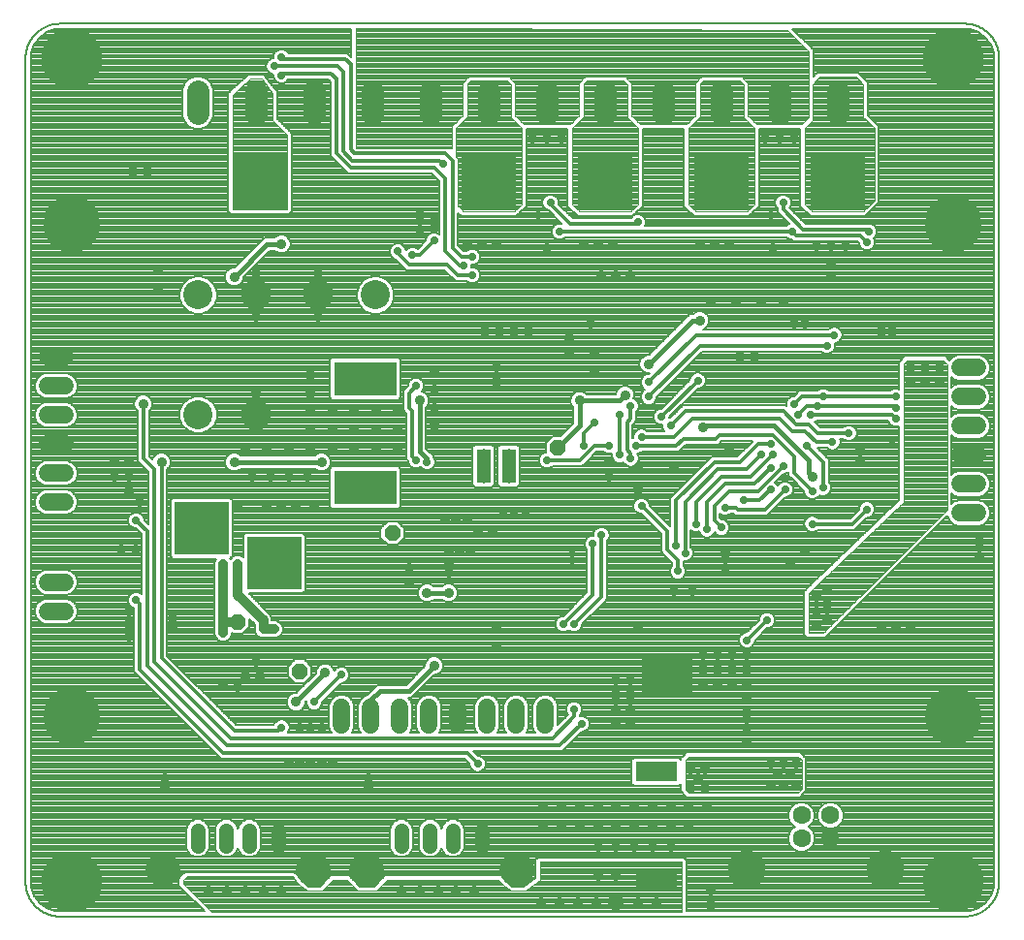
<source format=gbl>
G75*
%MOIN*%
%OFA0B0*%
%FSLAX25Y25*%
%IPPOS*%
%LPD*%
%AMOC8*
5,1,8,0,0,1.08239X$1,22.5*
%
%ADD10R,0.18504X0.18110*%
%ADD11R,0.03962X0.03962*%
%ADD12R,0.21654X0.11811*%
%ADD13C,0.10000*%
%ADD14OC8,0.10000*%
%ADD15C,0.06299*%
%ADD16C,0.13055*%
%ADD17R,0.04724X0.11811*%
%ADD18C,0.03962*%
%ADD19C,0.03175*%
%ADD20R,0.14173X0.07087*%
%ADD21C,0.05118*%
%ADD22C,0.11811*%
%ADD23C,0.05906*%
%ADD24C,0.07677*%
%ADD25C,0.20929*%
%ADD26C,0.00787*%
%ADD27C,0.19685*%
%ADD28R,0.17717X0.13780*%
%ADD29C,0.03562*%
%ADD30C,0.02775*%
%ADD31C,0.03200*%
%ADD32C,0.01600*%
%ADD33OC8,0.05315*%
%ADD34C,0.01200*%
%ADD35C,0.00400*%
D10*
X0149528Y0150148D03*
X0124528Y0162096D03*
X0144528Y0280846D03*
X0223278Y0280846D03*
X0263278Y0280846D03*
X0303278Y0280846D03*
X0343278Y0280846D03*
D11*
X0343278Y0280059D03*
X0348789Y0280059D03*
X0348789Y0285571D03*
X0343278Y0285571D03*
X0337766Y0285571D03*
X0337766Y0280059D03*
X0337766Y0274547D03*
X0343278Y0274547D03*
X0348789Y0274547D03*
X0308789Y0274547D03*
X0303278Y0274547D03*
X0303278Y0280059D03*
X0308789Y0280059D03*
X0308789Y0285571D03*
X0303278Y0285571D03*
X0297766Y0285571D03*
X0297766Y0280059D03*
X0297766Y0274547D03*
X0268789Y0274547D03*
X0263278Y0274547D03*
X0257766Y0274547D03*
X0257766Y0280059D03*
X0263278Y0280059D03*
X0268789Y0280059D03*
X0268789Y0285571D03*
X0263278Y0285571D03*
X0257766Y0285571D03*
X0228789Y0285571D03*
X0223278Y0285571D03*
X0223278Y0280059D03*
X0228789Y0280059D03*
X0228789Y0274547D03*
X0223278Y0274547D03*
X0217766Y0274547D03*
X0217766Y0280059D03*
X0217766Y0285571D03*
X0150039Y0285571D03*
X0144528Y0285571D03*
X0144528Y0280059D03*
X0150039Y0280059D03*
X0150039Y0274547D03*
X0144528Y0274547D03*
X0139016Y0274547D03*
X0139016Y0280059D03*
X0139016Y0285571D03*
X0174872Y0216526D03*
X0180778Y0216526D03*
X0186683Y0216526D03*
X0186683Y0210620D03*
X0180778Y0210620D03*
X0174872Y0210620D03*
X0174872Y0179124D03*
X0174872Y0173219D03*
X0180778Y0173219D03*
X0180778Y0179124D03*
X0186683Y0179124D03*
X0186683Y0173219D03*
X0155039Y0156447D03*
X0149528Y0156447D03*
X0149528Y0150935D03*
X0155039Y0150935D03*
X0155039Y0145423D03*
X0149528Y0145423D03*
X0144016Y0145423D03*
X0144016Y0150935D03*
X0144016Y0156447D03*
X0130039Y0155797D03*
X0124528Y0155797D03*
X0124528Y0161309D03*
X0130039Y0161309D03*
X0130039Y0166821D03*
X0124528Y0166821D03*
X0119016Y0166821D03*
X0119016Y0161309D03*
X0119016Y0155797D03*
X0276053Y0078770D03*
X0280778Y0078770D03*
X0285502Y0078770D03*
X0284528Y0108760D03*
X0288465Y0108760D03*
X0288465Y0113484D03*
X0284528Y0113484D03*
X0280591Y0113484D03*
X0280591Y0108760D03*
X0280778Y0040974D03*
X0285502Y0040974D03*
X0276053Y0040974D03*
D12*
X0180778Y0176171D03*
X0180778Y0213573D03*
D13*
X0184370Y0242372D03*
X0123435Y0242372D03*
X0123435Y0201122D03*
D14*
X0143120Y0201122D03*
X0143120Y0242372D03*
X0164685Y0242372D03*
D15*
X0330856Y0063415D03*
X0330856Y0055541D03*
X0340699Y0055541D03*
X0340699Y0063415D03*
D16*
X0359478Y0044872D03*
X0312077Y0044872D03*
D17*
X0230108Y0183622D03*
X0221447Y0183622D03*
D18*
X0221447Y0179685D03*
X0221447Y0187559D03*
X0230108Y0187559D03*
X0230108Y0179685D03*
D19*
X0230699Y0183622D03*
X0220856Y0183622D03*
D20*
X0280778Y0078376D03*
X0280778Y0041368D03*
D21*
X0220807Y0052982D02*
X0220807Y0058100D01*
X0210965Y0058100D02*
X0210965Y0052982D01*
X0203091Y0052982D02*
X0203091Y0058100D01*
X0193248Y0058100D02*
X0193248Y0052982D01*
X0150807Y0052982D02*
X0150807Y0058100D01*
X0140965Y0058100D02*
X0140965Y0052982D01*
X0133091Y0052982D02*
X0133091Y0058100D01*
X0123248Y0058100D02*
X0123248Y0052982D01*
D22*
X0111161Y0044872D03*
X0162894Y0044872D03*
X0181161Y0044872D03*
X0232894Y0044872D03*
D23*
X0232756Y0094567D02*
X0232756Y0100472D01*
X0242756Y0100472D02*
X0242756Y0094567D01*
X0222756Y0094567D02*
X0222756Y0100472D01*
X0212756Y0100472D02*
X0212756Y0094567D01*
X0202756Y0094567D02*
X0202756Y0100472D01*
X0192756Y0100472D02*
X0192756Y0094567D01*
X0182756Y0094567D02*
X0182756Y0100472D01*
X0172756Y0100472D02*
X0172756Y0094567D01*
X0077480Y0133622D02*
X0071575Y0133622D01*
X0071575Y0143622D02*
X0077480Y0143622D01*
X0077480Y0171122D02*
X0071575Y0171122D01*
X0071575Y0181122D02*
X0077480Y0181122D01*
X0077480Y0191122D02*
X0071575Y0191122D01*
X0071575Y0201122D02*
X0077480Y0201122D01*
X0077480Y0211122D02*
X0071575Y0211122D01*
X0071575Y0221122D02*
X0077480Y0221122D01*
X0385325Y0217372D02*
X0391230Y0217372D01*
X0391230Y0207372D02*
X0385325Y0207372D01*
X0385325Y0197372D02*
X0391230Y0197372D01*
X0391230Y0187372D02*
X0385325Y0187372D01*
X0385325Y0177372D02*
X0391230Y0177372D01*
X0391230Y0167372D02*
X0385325Y0167372D01*
D24*
X0343278Y0304783D02*
X0343278Y0312461D01*
X0323278Y0312461D02*
X0323278Y0304783D01*
X0303278Y0304783D02*
X0303278Y0312461D01*
X0283278Y0312461D02*
X0283278Y0304783D01*
X0263278Y0304783D02*
X0263278Y0312461D01*
X0243278Y0312461D02*
X0243278Y0304783D01*
X0223278Y0304783D02*
X0223278Y0312461D01*
X0203278Y0312461D02*
X0203278Y0304783D01*
X0183278Y0304783D02*
X0183278Y0312461D01*
X0163278Y0312461D02*
X0163278Y0304783D01*
X0143278Y0304783D02*
X0143278Y0312461D01*
X0123278Y0312461D02*
X0123278Y0304783D01*
D25*
X0079803Y0323898D03*
X0382953Y0323898D03*
X0382953Y0040433D03*
X0079803Y0040433D03*
D26*
X0064055Y0040433D02*
X0064055Y0323898D01*
X0065843Y0323898D02*
X0065966Y0325466D01*
X0066935Y0328448D01*
X0068778Y0330985D01*
X0071316Y0332829D01*
X0074298Y0333798D01*
X0075866Y0333921D01*
X0176057Y0333921D01*
X0176056Y0333594D01*
X0176059Y0333591D01*
X0176059Y0324285D01*
X0174728Y0325616D01*
X0154471Y0325616D01*
X0154385Y0325822D01*
X0153603Y0326605D01*
X0152581Y0327028D01*
X0151474Y0327028D01*
X0150452Y0326605D01*
X0149670Y0325822D01*
X0149246Y0324800D01*
X0149246Y0323903D01*
X0148974Y0323903D01*
X0147952Y0323480D01*
X0147170Y0322697D01*
X0146746Y0321675D01*
X0146746Y0320569D01*
X0147170Y0319547D01*
X0147952Y0318764D01*
X0148974Y0318341D01*
X0149246Y0318341D01*
X0149246Y0317444D01*
X0149670Y0316422D01*
X0150452Y0315639D01*
X0151474Y0315216D01*
X0152581Y0315216D01*
X0153603Y0315639D01*
X0154385Y0316422D01*
X0154471Y0316628D01*
X0168077Y0316628D01*
X0168784Y0315921D01*
X0168784Y0290296D01*
X0173784Y0285296D01*
X0174952Y0284128D01*
X0203702Y0284128D01*
X0206284Y0281546D01*
X0206284Y0263299D01*
X0206103Y0263480D01*
X0205081Y0263903D01*
X0203974Y0263903D01*
X0202952Y0263480D01*
X0202170Y0262697D01*
X0201746Y0261675D01*
X0201746Y0261160D01*
X0198834Y0258248D01*
X0198603Y0258480D01*
X0197581Y0258903D01*
X0196474Y0258903D01*
X0195452Y0258480D01*
X0194809Y0257836D01*
X0194809Y0257925D01*
X0194385Y0258947D01*
X0193603Y0259730D01*
X0192581Y0260153D01*
X0191474Y0260153D01*
X0190452Y0259730D01*
X0189670Y0258947D01*
X0189246Y0257925D01*
X0189246Y0256819D01*
X0189670Y0255797D01*
X0190452Y0255014D01*
X0191286Y0254669D01*
X0194952Y0251003D01*
X0208077Y0251003D01*
X0211827Y0247253D01*
X0215713Y0247253D01*
X0216077Y0246889D01*
X0217099Y0246466D01*
X0218206Y0246466D01*
X0219228Y0246889D01*
X0220010Y0247672D01*
X0220434Y0248694D01*
X0220434Y0249800D01*
X0220010Y0250822D01*
X0219228Y0251605D01*
X0218206Y0252028D01*
X0217309Y0252028D01*
X0217309Y0252716D01*
X0218206Y0252716D01*
X0219228Y0253139D01*
X0220010Y0253922D01*
X0220434Y0254944D01*
X0220434Y0256050D01*
X0220010Y0257072D01*
X0219228Y0257855D01*
X0218206Y0258278D01*
X0217099Y0258278D01*
X0216077Y0257855D01*
X0215713Y0257491D01*
X0214728Y0257491D01*
X0212771Y0259448D01*
X0212771Y0270625D01*
X0213867Y0269528D01*
X0232688Y0269528D01*
X0233621Y0270462D01*
X0236121Y0272962D01*
X0236121Y0299528D01*
X0250434Y0299528D01*
X0250434Y0272962D01*
X0251367Y0272028D01*
X0252934Y0270462D01*
X0253867Y0269528D01*
X0272688Y0269528D01*
X0273621Y0270462D01*
X0276121Y0272962D01*
X0276121Y0299528D01*
X0290434Y0299528D01*
X0290434Y0272962D01*
X0291367Y0272028D01*
X0293867Y0269528D01*
X0312688Y0269528D01*
X0313621Y0270462D01*
X0316121Y0272962D01*
X0316121Y0299528D01*
X0330434Y0299528D01*
X0330434Y0272962D01*
X0331367Y0272028D01*
X0332934Y0270462D01*
X0333867Y0269528D01*
X0352688Y0269528D01*
X0353621Y0270462D01*
X0357371Y0274212D01*
X0357371Y0275532D01*
X0357371Y0300532D01*
X0356438Y0301466D01*
X0353621Y0304282D01*
X0353621Y0315532D01*
X0352688Y0316466D01*
X0350188Y0318966D01*
X0336367Y0318966D01*
X0335434Y0318032D01*
X0334871Y0317470D01*
X0334871Y0326782D01*
X0327732Y0333921D01*
X0386890Y0333921D01*
X0388458Y0333798D01*
X0391440Y0332829D01*
X0393978Y0330985D01*
X0395821Y0328448D01*
X0396790Y0325466D01*
X0396913Y0323898D01*
X0396913Y0040433D01*
X0396790Y0038865D01*
X0395821Y0035882D01*
X0393978Y0033345D01*
X0391440Y0031502D01*
X0388458Y0030533D01*
X0386890Y0030409D01*
X0291121Y0030409D01*
X0291121Y0048032D01*
X0290188Y0048966D01*
X0240117Y0048966D01*
X0239184Y0048032D01*
X0239184Y0041919D01*
X0235246Y0038966D01*
X0231438Y0038966D01*
X0228621Y0041782D01*
X0227688Y0042716D01*
X0187617Y0042716D01*
X0183867Y0038966D01*
X0178938Y0038966D01*
X0176121Y0041782D01*
X0175188Y0042716D01*
X0168867Y0042716D01*
X0165117Y0038966D01*
X0161438Y0038966D01*
X0157371Y0043032D01*
X0156438Y0043966D01*
X0118867Y0043966D01*
X0117617Y0042716D01*
X0116684Y0041782D01*
X0116684Y0039212D01*
X0125486Y0030409D01*
X0075866Y0030409D01*
X0074298Y0030533D01*
X0071316Y0031502D01*
X0068778Y0033345D01*
X0066935Y0035882D01*
X0065966Y0038865D01*
X0065843Y0040433D01*
X0065843Y0323898D01*
X0065860Y0324125D02*
X0149246Y0324125D01*
X0149292Y0324911D02*
X0065922Y0324911D01*
X0066041Y0325697D02*
X0149618Y0325697D01*
X0150330Y0326483D02*
X0066296Y0326483D01*
X0066552Y0327269D02*
X0176059Y0327269D01*
X0176059Y0328055D02*
X0066807Y0328055D01*
X0067220Y0328841D02*
X0176059Y0328841D01*
X0176059Y0329627D02*
X0067791Y0329627D01*
X0068362Y0330413D02*
X0176059Y0330413D01*
X0176059Y0331199D02*
X0069072Y0331199D01*
X0070153Y0331984D02*
X0176059Y0331984D01*
X0176059Y0332770D02*
X0071235Y0332770D01*
X0073555Y0333556D02*
X0176059Y0333556D01*
X0176059Y0326483D02*
X0153725Y0326483D01*
X0154437Y0325697D02*
X0176059Y0325697D01*
X0176059Y0324911D02*
X0175433Y0324911D01*
X0168439Y0316266D02*
X0154230Y0316266D01*
X0153219Y0315480D02*
X0168784Y0315480D01*
X0168784Y0314694D02*
X0148684Y0314694D01*
X0149274Y0313908D02*
X0168784Y0313908D01*
X0168784Y0313123D02*
X0149863Y0313123D01*
X0150110Y0312794D02*
X0146746Y0317278D01*
X0146746Y0317407D01*
X0146360Y0317794D01*
X0146031Y0318231D01*
X0145904Y0318250D01*
X0145813Y0318341D01*
X0145266Y0318341D01*
X0144724Y0318418D01*
X0144621Y0318341D01*
X0141444Y0318341D01*
X0140827Y0318373D01*
X0140791Y0318341D01*
X0140742Y0318341D01*
X0140305Y0317904D01*
X0134541Y0312716D01*
X0134492Y0312716D01*
X0134055Y0312279D01*
X0133596Y0311865D01*
X0133593Y0311817D01*
X0133559Y0311782D01*
X0133559Y0311164D01*
X0133526Y0310547D01*
X0133559Y0310510D01*
X0133559Y0271087D01*
X0134492Y0270153D01*
X0135813Y0270153D01*
X0153242Y0270153D01*
X0154563Y0270153D01*
X0155496Y0271087D01*
X0155496Y0298032D01*
X0150496Y0303032D01*
X0150496Y0311634D01*
X0150574Y0312175D01*
X0150496Y0312278D01*
X0150496Y0312407D01*
X0150110Y0312794D01*
X0150496Y0312337D02*
X0168784Y0312337D01*
X0168784Y0311551D02*
X0150496Y0311551D01*
X0150496Y0310765D02*
X0168784Y0310765D01*
X0168784Y0309979D02*
X0150496Y0309979D01*
X0150496Y0309193D02*
X0168784Y0309193D01*
X0168784Y0308407D02*
X0150496Y0308407D01*
X0150496Y0307621D02*
X0168784Y0307621D01*
X0168784Y0306835D02*
X0150496Y0306835D01*
X0150496Y0306049D02*
X0168784Y0306049D01*
X0168784Y0305263D02*
X0150496Y0305263D01*
X0150496Y0304477D02*
X0168784Y0304477D01*
X0168784Y0303692D02*
X0150496Y0303692D01*
X0150623Y0302906D02*
X0168784Y0302906D01*
X0168784Y0302120D02*
X0151409Y0302120D01*
X0152195Y0301334D02*
X0168784Y0301334D01*
X0168784Y0300548D02*
X0152981Y0300548D01*
X0153766Y0299762D02*
X0168784Y0299762D01*
X0168784Y0298976D02*
X0154552Y0298976D01*
X0155338Y0298190D02*
X0168784Y0298190D01*
X0168784Y0297404D02*
X0155496Y0297404D01*
X0155496Y0296618D02*
X0168784Y0296618D01*
X0168784Y0295832D02*
X0155496Y0295832D01*
X0155496Y0295047D02*
X0168784Y0295047D01*
X0168784Y0294261D02*
X0155496Y0294261D01*
X0155496Y0293475D02*
X0168784Y0293475D01*
X0168784Y0292689D02*
X0155496Y0292689D01*
X0155496Y0291903D02*
X0168784Y0291903D01*
X0168784Y0291117D02*
X0155496Y0291117D01*
X0155496Y0290331D02*
X0168784Y0290331D01*
X0169535Y0289545D02*
X0155496Y0289545D01*
X0155496Y0288759D02*
X0170321Y0288759D01*
X0171107Y0287973D02*
X0155496Y0287973D01*
X0155496Y0287187D02*
X0171893Y0287187D01*
X0172679Y0286401D02*
X0155496Y0286401D01*
X0155496Y0285616D02*
X0173465Y0285616D01*
X0174250Y0284830D02*
X0155496Y0284830D01*
X0155496Y0284044D02*
X0203786Y0284044D01*
X0204572Y0283258D02*
X0155496Y0283258D01*
X0155496Y0282472D02*
X0205358Y0282472D01*
X0206144Y0281686D02*
X0155496Y0281686D01*
X0155496Y0280900D02*
X0206284Y0280900D01*
X0206284Y0280114D02*
X0155496Y0280114D01*
X0155496Y0279328D02*
X0206284Y0279328D01*
X0206284Y0278542D02*
X0155496Y0278542D01*
X0155496Y0277756D02*
X0206284Y0277756D01*
X0206284Y0276971D02*
X0155496Y0276971D01*
X0155496Y0276185D02*
X0206284Y0276185D01*
X0206284Y0275399D02*
X0155496Y0275399D01*
X0155496Y0274613D02*
X0206284Y0274613D01*
X0206284Y0273827D02*
X0155496Y0273827D01*
X0155496Y0273041D02*
X0206284Y0273041D01*
X0206284Y0272255D02*
X0155496Y0272255D01*
X0155496Y0271469D02*
X0206284Y0271469D01*
X0206284Y0270683D02*
X0155093Y0270683D01*
X0152659Y0263047D02*
X0151396Y0263047D01*
X0150229Y0262564D01*
X0149731Y0262066D01*
X0146119Y0262066D01*
X0135850Y0251797D01*
X0135146Y0251797D01*
X0133979Y0251314D01*
X0133086Y0250420D01*
X0132603Y0249254D01*
X0132603Y0247991D01*
X0133086Y0246824D01*
X0133979Y0245931D01*
X0135146Y0245447D01*
X0136409Y0245447D01*
X0137576Y0245931D01*
X0138469Y0246824D01*
X0138952Y0247991D01*
X0138952Y0248694D01*
X0147936Y0257678D01*
X0149731Y0257678D01*
X0150229Y0257181D01*
X0151396Y0256697D01*
X0152659Y0256697D01*
X0153826Y0257181D01*
X0154719Y0258074D01*
X0155202Y0259241D01*
X0155202Y0260504D01*
X0154719Y0261670D01*
X0153826Y0262564D01*
X0152659Y0263047D01*
X0153197Y0262824D02*
X0202297Y0262824D01*
X0201897Y0262038D02*
X0154351Y0262038D01*
X0154892Y0261252D02*
X0201746Y0261252D01*
X0201052Y0260466D02*
X0155202Y0260466D01*
X0155202Y0259680D02*
X0190403Y0259680D01*
X0189648Y0258895D02*
X0155059Y0258895D01*
X0154733Y0258109D02*
X0189322Y0258109D01*
X0189246Y0257323D02*
X0153968Y0257323D01*
X0150087Y0257323D02*
X0147581Y0257323D01*
X0146795Y0256537D02*
X0189363Y0256537D01*
X0189716Y0255751D02*
X0146009Y0255751D01*
X0145223Y0254965D02*
X0190571Y0254965D01*
X0191776Y0254179D02*
X0144437Y0254179D01*
X0143651Y0253393D02*
X0192562Y0253393D01*
X0193348Y0252607D02*
X0142865Y0252607D01*
X0142079Y0251821D02*
X0194134Y0251821D01*
X0194920Y0251035D02*
X0141293Y0251035D01*
X0140507Y0250249D02*
X0208831Y0250249D01*
X0209617Y0249464D02*
X0139721Y0249464D01*
X0138952Y0248678D02*
X0182886Y0248678D01*
X0183098Y0248766D02*
X0180748Y0247792D01*
X0178950Y0245994D01*
X0177976Y0243644D01*
X0177976Y0241100D01*
X0178950Y0238750D01*
X0180748Y0236952D01*
X0183098Y0235978D01*
X0185642Y0235978D01*
X0187992Y0236952D01*
X0189790Y0238750D01*
X0190764Y0241100D01*
X0190764Y0243644D01*
X0189790Y0245994D01*
X0187992Y0247792D01*
X0185642Y0248766D01*
X0183098Y0248766D01*
X0180988Y0247892D02*
X0138911Y0247892D01*
X0138586Y0247106D02*
X0180062Y0247106D01*
X0179276Y0246320D02*
X0137965Y0246320D01*
X0136619Y0245534D02*
X0178759Y0245534D01*
X0178434Y0244748D02*
X0129371Y0244748D01*
X0129046Y0245534D02*
X0134937Y0245534D01*
X0133590Y0246320D02*
X0128529Y0246320D01*
X0128855Y0245994D02*
X0127057Y0247792D01*
X0124707Y0248766D01*
X0122163Y0248766D01*
X0119813Y0247792D01*
X0118015Y0245994D01*
X0117041Y0243644D01*
X0117041Y0241100D01*
X0118015Y0238750D01*
X0119813Y0236952D01*
X0122163Y0235978D01*
X0124707Y0235978D01*
X0127057Y0236952D01*
X0128855Y0238750D01*
X0129829Y0241100D01*
X0129829Y0243644D01*
X0128855Y0245994D01*
X0127743Y0247106D02*
X0132969Y0247106D01*
X0132644Y0247892D02*
X0126817Y0247892D01*
X0124919Y0248678D02*
X0132603Y0248678D01*
X0132690Y0249464D02*
X0065843Y0249464D01*
X0065843Y0250249D02*
X0133015Y0250249D01*
X0133701Y0251035D02*
X0065843Y0251035D01*
X0065843Y0251821D02*
X0135874Y0251821D01*
X0136660Y0252607D02*
X0065843Y0252607D01*
X0065843Y0253393D02*
X0137446Y0253393D01*
X0138232Y0254179D02*
X0065843Y0254179D01*
X0065843Y0254965D02*
X0139018Y0254965D01*
X0139804Y0255751D02*
X0065843Y0255751D01*
X0065843Y0256537D02*
X0140590Y0256537D01*
X0141376Y0257323D02*
X0065843Y0257323D01*
X0065843Y0258109D02*
X0142162Y0258109D01*
X0142948Y0258895D02*
X0065843Y0258895D01*
X0065843Y0259680D02*
X0143734Y0259680D01*
X0144520Y0260466D02*
X0065843Y0260466D01*
X0065843Y0261252D02*
X0145305Y0261252D01*
X0146091Y0262038D02*
X0065843Y0262038D01*
X0065843Y0262824D02*
X0150858Y0262824D01*
X0133963Y0270683D02*
X0065843Y0270683D01*
X0065843Y0269897D02*
X0206284Y0269897D01*
X0206284Y0269111D02*
X0065843Y0269111D01*
X0065843Y0268325D02*
X0206284Y0268325D01*
X0206284Y0267540D02*
X0065843Y0267540D01*
X0065843Y0266754D02*
X0206284Y0266754D01*
X0206284Y0265968D02*
X0065843Y0265968D01*
X0065843Y0265182D02*
X0206284Y0265182D01*
X0206284Y0264396D02*
X0065843Y0264396D01*
X0065843Y0263610D02*
X0203267Y0263610D01*
X0205788Y0263610D02*
X0206284Y0263610D01*
X0200266Y0259680D02*
X0193652Y0259680D01*
X0194407Y0258895D02*
X0196454Y0258895D01*
X0197602Y0258895D02*
X0199481Y0258895D01*
X0195081Y0258109D02*
X0194733Y0258109D01*
X0185855Y0248678D02*
X0210402Y0248678D01*
X0211188Y0247892D02*
X0187752Y0247892D01*
X0188678Y0247106D02*
X0215861Y0247106D01*
X0219444Y0247106D02*
X0396913Y0247106D01*
X0396913Y0247892D02*
X0220101Y0247892D01*
X0220427Y0248678D02*
X0396913Y0248678D01*
X0396913Y0249464D02*
X0220434Y0249464D01*
X0220248Y0250249D02*
X0396913Y0250249D01*
X0396913Y0251035D02*
X0219797Y0251035D01*
X0218705Y0251821D02*
X0396913Y0251821D01*
X0396913Y0252607D02*
X0217309Y0252607D01*
X0219482Y0253393D02*
X0396913Y0253393D01*
X0396913Y0254179D02*
X0220117Y0254179D01*
X0220434Y0254965D02*
X0396913Y0254965D01*
X0396913Y0255751D02*
X0220434Y0255751D01*
X0220232Y0256537D02*
X0396913Y0256537D01*
X0396913Y0257323D02*
X0219760Y0257323D01*
X0218615Y0258109D02*
X0351776Y0258109D01*
X0351702Y0258139D02*
X0352724Y0257716D01*
X0353831Y0257716D01*
X0354853Y0258139D01*
X0355635Y0258922D01*
X0356059Y0259944D01*
X0356059Y0261050D01*
X0355643Y0262054D01*
X0356260Y0262672D01*
X0356684Y0263694D01*
X0356684Y0264800D01*
X0356260Y0265822D01*
X0355478Y0266605D01*
X0354456Y0267028D01*
X0353349Y0267028D01*
X0352957Y0266866D01*
X0332228Y0266866D01*
X0326654Y0272440D01*
X0326885Y0272672D01*
X0327309Y0273694D01*
X0327309Y0274800D01*
X0326885Y0275822D01*
X0326103Y0276605D01*
X0325081Y0277028D01*
X0323974Y0277028D01*
X0322952Y0276605D01*
X0322170Y0275822D01*
X0321746Y0274800D01*
X0321746Y0273694D01*
X0322170Y0272672D01*
X0322534Y0272308D01*
X0322534Y0270921D01*
X0326624Y0266831D01*
X0326077Y0266605D01*
X0325713Y0266241D01*
X0277069Y0266241D01*
X0277309Y0266819D01*
X0277309Y0267925D01*
X0276885Y0268947D01*
X0276103Y0269730D01*
X0275081Y0270153D01*
X0273974Y0270153D01*
X0272952Y0269730D01*
X0272170Y0268947D01*
X0272084Y0268741D01*
X0252228Y0268741D01*
X0247299Y0273670D01*
X0247309Y0273694D01*
X0247309Y0274800D01*
X0246885Y0275822D01*
X0246103Y0276605D01*
X0245081Y0277028D01*
X0243974Y0277028D01*
X0242952Y0276605D01*
X0242170Y0275822D01*
X0241746Y0274800D01*
X0241746Y0273694D01*
X0242170Y0272672D01*
X0242952Y0271889D01*
X0243786Y0271544D01*
X0248370Y0266960D01*
X0248206Y0267028D01*
X0247099Y0267028D01*
X0246077Y0266605D01*
X0245295Y0265822D01*
X0244871Y0264800D01*
X0244871Y0263694D01*
X0245295Y0262672D01*
X0246077Y0261889D01*
X0247099Y0261466D01*
X0248206Y0261466D01*
X0249228Y0261889D01*
X0249592Y0262253D01*
X0325713Y0262253D01*
X0326077Y0261889D01*
X0327099Y0261466D01*
X0327614Y0261466D01*
X0328077Y0261003D01*
X0349952Y0261003D01*
X0350496Y0260459D01*
X0350496Y0259944D01*
X0350920Y0258922D01*
X0351702Y0258139D01*
X0350947Y0258895D02*
X0213325Y0258895D01*
X0212771Y0259680D02*
X0350606Y0259680D01*
X0350489Y0260466D02*
X0212771Y0260466D01*
X0212771Y0261252D02*
X0327828Y0261252D01*
X0325928Y0262038D02*
X0249377Y0262038D01*
X0245928Y0262038D02*
X0212771Y0262038D01*
X0212771Y0262824D02*
X0245232Y0262824D01*
X0244906Y0263610D02*
X0212771Y0263610D01*
X0212771Y0264396D02*
X0244871Y0264396D01*
X0245030Y0265182D02*
X0212771Y0265182D01*
X0212771Y0265968D02*
X0245440Y0265968D01*
X0246437Y0266754D02*
X0212771Y0266754D01*
X0212771Y0267540D02*
X0247791Y0267540D01*
X0247005Y0268325D02*
X0212771Y0268325D01*
X0212771Y0269111D02*
X0246219Y0269111D01*
X0245433Y0269897D02*
X0233057Y0269897D01*
X0233843Y0270683D02*
X0244647Y0270683D01*
X0243861Y0271469D02*
X0234628Y0271469D01*
X0235414Y0272255D02*
X0242586Y0272255D01*
X0242017Y0273041D02*
X0236121Y0273041D01*
X0236121Y0273827D02*
X0241746Y0273827D01*
X0241746Y0274613D02*
X0236121Y0274613D01*
X0236121Y0275399D02*
X0241994Y0275399D01*
X0242532Y0276185D02*
X0236121Y0276185D01*
X0236121Y0276971D02*
X0243835Y0276971D01*
X0245220Y0276971D02*
X0250434Y0276971D01*
X0250434Y0277756D02*
X0236121Y0277756D01*
X0236121Y0278542D02*
X0250434Y0278542D01*
X0250434Y0279328D02*
X0236121Y0279328D01*
X0236121Y0280114D02*
X0250434Y0280114D01*
X0250434Y0280900D02*
X0236121Y0280900D01*
X0236121Y0281686D02*
X0250434Y0281686D01*
X0250434Y0282472D02*
X0236121Y0282472D01*
X0236121Y0283258D02*
X0250434Y0283258D01*
X0250434Y0284044D02*
X0236121Y0284044D01*
X0236121Y0284830D02*
X0250434Y0284830D01*
X0250434Y0285616D02*
X0236121Y0285616D01*
X0236121Y0286401D02*
X0250434Y0286401D01*
X0250434Y0287187D02*
X0236121Y0287187D01*
X0236121Y0287973D02*
X0250434Y0287973D01*
X0250434Y0288759D02*
X0236121Y0288759D01*
X0236121Y0289545D02*
X0250434Y0289545D01*
X0250434Y0290331D02*
X0236121Y0290331D01*
X0236121Y0291117D02*
X0250434Y0291117D01*
X0250434Y0291903D02*
X0236121Y0291903D01*
X0236121Y0292689D02*
X0250434Y0292689D01*
X0250434Y0293475D02*
X0236121Y0293475D01*
X0236121Y0294261D02*
X0250434Y0294261D01*
X0250434Y0295047D02*
X0236121Y0295047D01*
X0236121Y0295832D02*
X0250434Y0295832D01*
X0250434Y0296618D02*
X0236121Y0296618D01*
X0236121Y0297404D02*
X0250434Y0297404D01*
X0250434Y0298190D02*
X0236121Y0298190D01*
X0236121Y0298976D02*
X0250434Y0298976D01*
X0250434Y0276185D02*
X0246523Y0276185D01*
X0247061Y0275399D02*
X0250434Y0275399D01*
X0250434Y0274613D02*
X0247309Y0274613D01*
X0247309Y0273827D02*
X0250434Y0273827D01*
X0250434Y0273041D02*
X0247928Y0273041D01*
X0248714Y0272255D02*
X0251141Y0272255D01*
X0251927Y0271469D02*
X0249500Y0271469D01*
X0250286Y0270683D02*
X0252713Y0270683D01*
X0252934Y0270462D02*
X0252934Y0270462D01*
X0253498Y0269897D02*
X0251072Y0269897D01*
X0251858Y0269111D02*
X0272334Y0269111D01*
X0273057Y0269897D02*
X0273357Y0269897D01*
X0273843Y0270683D02*
X0292713Y0270683D01*
X0293498Y0269897D02*
X0275698Y0269897D01*
X0276721Y0269111D02*
X0324344Y0269111D01*
X0325130Y0268325D02*
X0277143Y0268325D01*
X0277309Y0267540D02*
X0325916Y0267540D01*
X0326437Y0266754D02*
X0277282Y0266754D01*
X0274628Y0271469D02*
X0291927Y0271469D01*
X0291141Y0272255D02*
X0275414Y0272255D01*
X0276121Y0273041D02*
X0290434Y0273041D01*
X0290434Y0273827D02*
X0276121Y0273827D01*
X0276121Y0274613D02*
X0290434Y0274613D01*
X0290434Y0275399D02*
X0276121Y0275399D01*
X0276121Y0276185D02*
X0290434Y0276185D01*
X0290434Y0276971D02*
X0276121Y0276971D01*
X0276121Y0277756D02*
X0290434Y0277756D01*
X0290434Y0278542D02*
X0276121Y0278542D01*
X0276121Y0279328D02*
X0290434Y0279328D01*
X0290434Y0280114D02*
X0276121Y0280114D01*
X0276121Y0280900D02*
X0290434Y0280900D01*
X0290434Y0281686D02*
X0276121Y0281686D01*
X0276121Y0282472D02*
X0290434Y0282472D01*
X0290434Y0283258D02*
X0276121Y0283258D01*
X0276121Y0284044D02*
X0290434Y0284044D01*
X0290434Y0284830D02*
X0276121Y0284830D01*
X0276121Y0285616D02*
X0290434Y0285616D01*
X0290434Y0286401D02*
X0276121Y0286401D01*
X0276121Y0287187D02*
X0290434Y0287187D01*
X0290434Y0287973D02*
X0276121Y0287973D01*
X0276121Y0288759D02*
X0290434Y0288759D01*
X0290434Y0289545D02*
X0276121Y0289545D01*
X0276121Y0290331D02*
X0290434Y0290331D01*
X0290434Y0291117D02*
X0276121Y0291117D01*
X0276121Y0291903D02*
X0290434Y0291903D01*
X0290434Y0292689D02*
X0276121Y0292689D01*
X0276121Y0293475D02*
X0290434Y0293475D01*
X0290434Y0294261D02*
X0276121Y0294261D01*
X0276121Y0295047D02*
X0290434Y0295047D01*
X0290434Y0295832D02*
X0276121Y0295832D01*
X0276121Y0296618D02*
X0290434Y0296618D01*
X0290434Y0297404D02*
X0276121Y0297404D01*
X0276121Y0298190D02*
X0290434Y0298190D01*
X0290434Y0298976D02*
X0276121Y0298976D01*
X0316121Y0298976D02*
X0330434Y0298976D01*
X0330434Y0298190D02*
X0316121Y0298190D01*
X0316121Y0297404D02*
X0330434Y0297404D01*
X0330434Y0296618D02*
X0316121Y0296618D01*
X0316121Y0295832D02*
X0330434Y0295832D01*
X0330434Y0295047D02*
X0316121Y0295047D01*
X0316121Y0294261D02*
X0330434Y0294261D01*
X0330434Y0293475D02*
X0316121Y0293475D01*
X0316121Y0292689D02*
X0330434Y0292689D01*
X0330434Y0291903D02*
X0316121Y0291903D01*
X0316121Y0291117D02*
X0330434Y0291117D01*
X0330434Y0290331D02*
X0316121Y0290331D01*
X0316121Y0289545D02*
X0330434Y0289545D01*
X0330434Y0288759D02*
X0316121Y0288759D01*
X0316121Y0287973D02*
X0330434Y0287973D01*
X0330434Y0287187D02*
X0316121Y0287187D01*
X0316121Y0286401D02*
X0330434Y0286401D01*
X0330434Y0285616D02*
X0316121Y0285616D01*
X0316121Y0284830D02*
X0330434Y0284830D01*
X0330434Y0284044D02*
X0316121Y0284044D01*
X0316121Y0283258D02*
X0330434Y0283258D01*
X0330434Y0282472D02*
X0316121Y0282472D01*
X0316121Y0281686D02*
X0330434Y0281686D01*
X0330434Y0280900D02*
X0316121Y0280900D01*
X0316121Y0280114D02*
X0330434Y0280114D01*
X0330434Y0279328D02*
X0316121Y0279328D01*
X0316121Y0278542D02*
X0330434Y0278542D01*
X0330434Y0277756D02*
X0316121Y0277756D01*
X0316121Y0276971D02*
X0323835Y0276971D01*
X0325220Y0276971D02*
X0330434Y0276971D01*
X0330434Y0276185D02*
X0326523Y0276185D01*
X0327061Y0275399D02*
X0330434Y0275399D01*
X0330434Y0274613D02*
X0327309Y0274613D01*
X0327309Y0273827D02*
X0330434Y0273827D01*
X0330434Y0273041D02*
X0327038Y0273041D01*
X0326839Y0272255D02*
X0331141Y0272255D01*
X0331927Y0271469D02*
X0327625Y0271469D01*
X0328411Y0270683D02*
X0332713Y0270683D01*
X0332934Y0270462D02*
X0332934Y0270462D01*
X0333498Y0269897D02*
X0329197Y0269897D01*
X0329983Y0269111D02*
X0396913Y0269111D01*
X0396913Y0268325D02*
X0330769Y0268325D01*
X0331555Y0267540D02*
X0396913Y0267540D01*
X0396913Y0266754D02*
X0355118Y0266754D01*
X0356115Y0265968D02*
X0396913Y0265968D01*
X0396913Y0265182D02*
X0356526Y0265182D01*
X0356684Y0264396D02*
X0396913Y0264396D01*
X0396913Y0263610D02*
X0356649Y0263610D01*
X0356323Y0262824D02*
X0396913Y0262824D01*
X0396913Y0262038D02*
X0355649Y0262038D01*
X0355975Y0261252D02*
X0396913Y0261252D01*
X0396913Y0260466D02*
X0356059Y0260466D01*
X0355950Y0259680D02*
X0396913Y0259680D01*
X0396913Y0258895D02*
X0355608Y0258895D01*
X0354779Y0258109D02*
X0396913Y0258109D01*
X0396913Y0269897D02*
X0353057Y0269897D01*
X0353843Y0270683D02*
X0396913Y0270683D01*
X0396913Y0271469D02*
X0354628Y0271469D01*
X0355414Y0272255D02*
X0396913Y0272255D01*
X0396913Y0273041D02*
X0356200Y0273041D01*
X0356986Y0273827D02*
X0396913Y0273827D01*
X0396913Y0274613D02*
X0357371Y0274613D01*
X0357371Y0275399D02*
X0396913Y0275399D01*
X0396913Y0276185D02*
X0357371Y0276185D01*
X0357371Y0276971D02*
X0396913Y0276971D01*
X0396913Y0277756D02*
X0357371Y0277756D01*
X0357371Y0278542D02*
X0396913Y0278542D01*
X0396913Y0279328D02*
X0357371Y0279328D01*
X0357371Y0280114D02*
X0396913Y0280114D01*
X0396913Y0280900D02*
X0357371Y0280900D01*
X0357371Y0281686D02*
X0396913Y0281686D01*
X0396913Y0282472D02*
X0357371Y0282472D01*
X0357371Y0283258D02*
X0396913Y0283258D01*
X0396913Y0284044D02*
X0357371Y0284044D01*
X0357371Y0284830D02*
X0396913Y0284830D01*
X0396913Y0285616D02*
X0357371Y0285616D01*
X0357371Y0286401D02*
X0396913Y0286401D01*
X0396913Y0287187D02*
X0357371Y0287187D01*
X0357371Y0287973D02*
X0396913Y0287973D01*
X0396913Y0288759D02*
X0357371Y0288759D01*
X0357371Y0289545D02*
X0396913Y0289545D01*
X0396913Y0290331D02*
X0357371Y0290331D01*
X0357371Y0291117D02*
X0396913Y0291117D01*
X0396913Y0291903D02*
X0357371Y0291903D01*
X0357371Y0292689D02*
X0396913Y0292689D01*
X0396913Y0293475D02*
X0357371Y0293475D01*
X0357371Y0294261D02*
X0396913Y0294261D01*
X0396913Y0295047D02*
X0357371Y0295047D01*
X0357371Y0295832D02*
X0396913Y0295832D01*
X0396913Y0296618D02*
X0357371Y0296618D01*
X0357371Y0297404D02*
X0396913Y0297404D01*
X0396913Y0298190D02*
X0357371Y0298190D01*
X0357371Y0298976D02*
X0396913Y0298976D01*
X0396913Y0299762D02*
X0357371Y0299762D01*
X0357356Y0300548D02*
X0396913Y0300548D01*
X0396913Y0301334D02*
X0356570Y0301334D01*
X0355784Y0302120D02*
X0396913Y0302120D01*
X0396913Y0302906D02*
X0354998Y0302906D01*
X0354212Y0303692D02*
X0396913Y0303692D01*
X0396913Y0304477D02*
X0353621Y0304477D01*
X0353621Y0305263D02*
X0396913Y0305263D01*
X0396913Y0306049D02*
X0353621Y0306049D01*
X0353621Y0306835D02*
X0396913Y0306835D01*
X0396913Y0307621D02*
X0353621Y0307621D01*
X0353621Y0308407D02*
X0396913Y0308407D01*
X0396913Y0309193D02*
X0353621Y0309193D01*
X0353621Y0309979D02*
X0396913Y0309979D01*
X0396913Y0310765D02*
X0353621Y0310765D01*
X0353621Y0311551D02*
X0396913Y0311551D01*
X0396913Y0312337D02*
X0353621Y0312337D01*
X0353621Y0313123D02*
X0396913Y0313123D01*
X0396913Y0313908D02*
X0353621Y0313908D01*
X0353621Y0314694D02*
X0396913Y0314694D01*
X0396913Y0315480D02*
X0353621Y0315480D01*
X0352887Y0316266D02*
X0396913Y0316266D01*
X0396913Y0317052D02*
X0352101Y0317052D01*
X0351315Y0317838D02*
X0396913Y0317838D01*
X0396913Y0318624D02*
X0350530Y0318624D01*
X0336026Y0318624D02*
X0334871Y0318624D01*
X0334871Y0319410D02*
X0396913Y0319410D01*
X0396913Y0320196D02*
X0334871Y0320196D01*
X0334871Y0320982D02*
X0396913Y0320982D01*
X0396913Y0321768D02*
X0334871Y0321768D01*
X0334871Y0322553D02*
X0396913Y0322553D01*
X0396913Y0323339D02*
X0334871Y0323339D01*
X0334871Y0324125D02*
X0396895Y0324125D01*
X0396834Y0324911D02*
X0334871Y0324911D01*
X0334871Y0325697D02*
X0396715Y0325697D01*
X0396459Y0326483D02*
X0334871Y0326483D01*
X0334384Y0327269D02*
X0396204Y0327269D01*
X0395949Y0328055D02*
X0333599Y0328055D01*
X0332813Y0328841D02*
X0395536Y0328841D01*
X0394965Y0329627D02*
X0332027Y0329627D01*
X0331241Y0330413D02*
X0394394Y0330413D01*
X0393684Y0331199D02*
X0330455Y0331199D01*
X0329669Y0331984D02*
X0392602Y0331984D01*
X0391521Y0332770D02*
X0328883Y0332770D01*
X0328097Y0333556D02*
X0389201Y0333556D01*
X0386890Y0335709D02*
X0075866Y0335709D01*
X0075581Y0335706D01*
X0075295Y0335695D01*
X0075010Y0335678D01*
X0074726Y0335654D01*
X0074442Y0335623D01*
X0074159Y0335585D01*
X0073878Y0335540D01*
X0073597Y0335489D01*
X0073317Y0335431D01*
X0073039Y0335366D01*
X0072763Y0335294D01*
X0072489Y0335216D01*
X0072216Y0335131D01*
X0071946Y0335039D01*
X0071678Y0334941D01*
X0071412Y0334837D01*
X0071149Y0334726D01*
X0070889Y0334609D01*
X0070631Y0334486D01*
X0070377Y0334356D01*
X0070126Y0334220D01*
X0069878Y0334079D01*
X0069634Y0333931D01*
X0069393Y0333778D01*
X0069157Y0333618D01*
X0068924Y0333453D01*
X0068695Y0333283D01*
X0068470Y0333107D01*
X0068250Y0332925D01*
X0068034Y0332739D01*
X0067823Y0332547D01*
X0067616Y0332350D01*
X0067414Y0332148D01*
X0067217Y0331941D01*
X0067025Y0331730D01*
X0066839Y0331514D01*
X0066657Y0331294D01*
X0066481Y0331069D01*
X0066311Y0330840D01*
X0066146Y0330607D01*
X0065986Y0330371D01*
X0065833Y0330130D01*
X0065685Y0329886D01*
X0065544Y0329638D01*
X0065408Y0329387D01*
X0065278Y0329133D01*
X0065155Y0328875D01*
X0065038Y0328615D01*
X0064927Y0328352D01*
X0064823Y0328086D01*
X0064725Y0327818D01*
X0064633Y0327548D01*
X0064548Y0327275D01*
X0064470Y0327001D01*
X0064398Y0326725D01*
X0064333Y0326447D01*
X0064275Y0326167D01*
X0064224Y0325886D01*
X0064179Y0325605D01*
X0064141Y0325322D01*
X0064110Y0325038D01*
X0064086Y0324754D01*
X0064069Y0324469D01*
X0064058Y0324183D01*
X0064055Y0323898D01*
X0065843Y0323339D02*
X0147812Y0323339D01*
X0147110Y0322553D02*
X0065843Y0322553D01*
X0065843Y0321768D02*
X0146785Y0321768D01*
X0146746Y0320982D02*
X0065843Y0320982D01*
X0065843Y0320196D02*
X0146901Y0320196D01*
X0147307Y0319410D02*
X0065843Y0319410D01*
X0065843Y0318624D02*
X0148291Y0318624D01*
X0149246Y0317838D02*
X0146326Y0317838D01*
X0146916Y0317052D02*
X0149409Y0317052D01*
X0149825Y0316266D02*
X0147505Y0316266D01*
X0148095Y0315480D02*
X0150836Y0315480D01*
X0140232Y0317838D02*
X0065843Y0317838D01*
X0065843Y0317052D02*
X0120690Y0317052D01*
X0120314Y0316896D02*
X0118842Y0315424D01*
X0118045Y0313501D01*
X0118045Y0303743D01*
X0118842Y0301820D01*
X0120314Y0300348D01*
X0122237Y0299551D01*
X0124318Y0299551D01*
X0126241Y0300348D01*
X0127713Y0301820D01*
X0128510Y0303743D01*
X0128510Y0313501D01*
X0127713Y0315424D01*
X0126241Y0316896D01*
X0124318Y0317693D01*
X0122237Y0317693D01*
X0120314Y0316896D01*
X0119684Y0316266D02*
X0065843Y0316266D01*
X0065843Y0315480D02*
X0118898Y0315480D01*
X0118539Y0314694D02*
X0065843Y0314694D01*
X0065843Y0313908D02*
X0118214Y0313908D01*
X0118045Y0313123D02*
X0065843Y0313123D01*
X0065843Y0312337D02*
X0118045Y0312337D01*
X0118045Y0311551D02*
X0065843Y0311551D01*
X0065843Y0310765D02*
X0118045Y0310765D01*
X0118045Y0309979D02*
X0065843Y0309979D01*
X0065843Y0309193D02*
X0118045Y0309193D01*
X0118045Y0308407D02*
X0065843Y0308407D01*
X0065843Y0307621D02*
X0118045Y0307621D01*
X0118045Y0306835D02*
X0065843Y0306835D01*
X0065843Y0306049D02*
X0118045Y0306049D01*
X0118045Y0305263D02*
X0065843Y0305263D01*
X0065843Y0304477D02*
X0118045Y0304477D01*
X0118066Y0303692D02*
X0065843Y0303692D01*
X0065843Y0302906D02*
X0118392Y0302906D01*
X0118718Y0302120D02*
X0065843Y0302120D01*
X0065843Y0301334D02*
X0119328Y0301334D01*
X0120114Y0300548D02*
X0065843Y0300548D01*
X0065843Y0299762D02*
X0121728Y0299762D01*
X0124827Y0299762D02*
X0133559Y0299762D01*
X0133559Y0300548D02*
X0126442Y0300548D01*
X0127227Y0301334D02*
X0133559Y0301334D01*
X0133559Y0302120D02*
X0127838Y0302120D01*
X0128163Y0302906D02*
X0133559Y0302906D01*
X0133559Y0303692D02*
X0128489Y0303692D01*
X0128510Y0304477D02*
X0133559Y0304477D01*
X0133559Y0305263D02*
X0128510Y0305263D01*
X0128510Y0306049D02*
X0133559Y0306049D01*
X0133559Y0306835D02*
X0128510Y0306835D01*
X0128510Y0307621D02*
X0133559Y0307621D01*
X0133559Y0308407D02*
X0128510Y0308407D01*
X0128510Y0309193D02*
X0133559Y0309193D01*
X0133559Y0309979D02*
X0128510Y0309979D01*
X0128510Y0310765D02*
X0133538Y0310765D01*
X0133559Y0311551D02*
X0128510Y0311551D01*
X0128510Y0312337D02*
X0134113Y0312337D01*
X0134993Y0313123D02*
X0128510Y0313123D01*
X0128341Y0313908D02*
X0135866Y0313908D01*
X0136739Y0314694D02*
X0128016Y0314694D01*
X0127657Y0315480D02*
X0137613Y0315480D01*
X0138486Y0316266D02*
X0126872Y0316266D01*
X0125865Y0317052D02*
X0139359Y0317052D01*
X0133559Y0298976D02*
X0065843Y0298976D01*
X0065843Y0298190D02*
X0133559Y0298190D01*
X0133559Y0297404D02*
X0065843Y0297404D01*
X0065843Y0296618D02*
X0133559Y0296618D01*
X0133559Y0295832D02*
X0065843Y0295832D01*
X0065843Y0295047D02*
X0133559Y0295047D01*
X0133559Y0294261D02*
X0065843Y0294261D01*
X0065843Y0293475D02*
X0133559Y0293475D01*
X0133559Y0292689D02*
X0065843Y0292689D01*
X0065843Y0291903D02*
X0133559Y0291903D01*
X0133559Y0291117D02*
X0065843Y0291117D01*
X0065843Y0290331D02*
X0133559Y0290331D01*
X0133559Y0289545D02*
X0065843Y0289545D01*
X0065843Y0288759D02*
X0133559Y0288759D01*
X0133559Y0287973D02*
X0065843Y0287973D01*
X0065843Y0287187D02*
X0133559Y0287187D01*
X0133559Y0286401D02*
X0065843Y0286401D01*
X0065843Y0285616D02*
X0133559Y0285616D01*
X0133559Y0284830D02*
X0065843Y0284830D01*
X0065843Y0284044D02*
X0133559Y0284044D01*
X0133559Y0283258D02*
X0065843Y0283258D01*
X0065843Y0282472D02*
X0133559Y0282472D01*
X0133559Y0281686D02*
X0065843Y0281686D01*
X0065843Y0280900D02*
X0133559Y0280900D01*
X0133559Y0280114D02*
X0065843Y0280114D01*
X0065843Y0279328D02*
X0133559Y0279328D01*
X0133559Y0278542D02*
X0065843Y0278542D01*
X0065843Y0277756D02*
X0133559Y0277756D01*
X0133559Y0276971D02*
X0065843Y0276971D01*
X0065843Y0276185D02*
X0133559Y0276185D01*
X0133559Y0275399D02*
X0065843Y0275399D01*
X0065843Y0274613D02*
X0133559Y0274613D01*
X0133559Y0273827D02*
X0065843Y0273827D01*
X0065843Y0273041D02*
X0133559Y0273041D01*
X0133559Y0272255D02*
X0065843Y0272255D01*
X0065843Y0271469D02*
X0133559Y0271469D01*
X0121951Y0248678D02*
X0065843Y0248678D01*
X0065843Y0247892D02*
X0120053Y0247892D01*
X0119127Y0247106D02*
X0065843Y0247106D01*
X0065843Y0246320D02*
X0118341Y0246320D01*
X0117824Y0245534D02*
X0065843Y0245534D01*
X0065843Y0244748D02*
X0117499Y0244748D01*
X0117173Y0243962D02*
X0065843Y0243962D01*
X0065843Y0243176D02*
X0117041Y0243176D01*
X0117041Y0242390D02*
X0065843Y0242390D01*
X0065843Y0241604D02*
X0117041Y0241604D01*
X0117158Y0240819D02*
X0065843Y0240819D01*
X0065843Y0240033D02*
X0117484Y0240033D01*
X0117809Y0239247D02*
X0065843Y0239247D01*
X0065843Y0238461D02*
X0118304Y0238461D01*
X0119090Y0237675D02*
X0065843Y0237675D01*
X0065843Y0236889D02*
X0119965Y0236889D01*
X0121862Y0236103D02*
X0065843Y0236103D01*
X0065843Y0235317D02*
X0291870Y0235317D01*
X0292369Y0235816D02*
X0278350Y0221797D01*
X0277646Y0221797D01*
X0276479Y0221314D01*
X0275586Y0220420D01*
X0275103Y0219254D01*
X0275103Y0217991D01*
X0275586Y0216824D01*
X0276479Y0215931D01*
X0277646Y0215447D01*
X0278533Y0215447D01*
X0278239Y0215153D01*
X0277724Y0215153D01*
X0276702Y0214730D01*
X0275920Y0213947D01*
X0275496Y0212925D01*
X0275496Y0211819D01*
X0275920Y0210797D01*
X0276702Y0210014D01*
X0277046Y0209872D01*
X0276702Y0209730D01*
X0275920Y0208947D01*
X0275496Y0207925D01*
X0275496Y0206819D01*
X0275920Y0205797D01*
X0276702Y0205014D01*
X0277724Y0204591D01*
X0278831Y0204591D01*
X0279853Y0205014D01*
X0280635Y0205797D01*
X0281059Y0206819D01*
X0281059Y0207334D01*
X0296603Y0222878D01*
X0337588Y0222878D01*
X0337952Y0222514D01*
X0338974Y0222091D01*
X0340081Y0222091D01*
X0341103Y0222514D01*
X0341885Y0223297D01*
X0342309Y0224319D01*
X0342309Y0225425D01*
X0342136Y0225841D01*
X0342581Y0225841D01*
X0343603Y0226264D01*
X0344385Y0227047D01*
X0344809Y0228069D01*
X0344809Y0229175D01*
X0344385Y0230197D01*
X0343603Y0230980D01*
X0342581Y0231403D01*
X0341474Y0231403D01*
X0340452Y0230980D01*
X0340088Y0230616D01*
X0296816Y0230616D01*
X0297576Y0230931D01*
X0298469Y0231824D01*
X0298952Y0232991D01*
X0298952Y0234254D01*
X0298469Y0235420D01*
X0297576Y0236314D01*
X0296409Y0236797D01*
X0295146Y0236797D01*
X0293979Y0236314D01*
X0293481Y0235816D01*
X0292369Y0235816D01*
X0293769Y0236103D02*
X0185943Y0236103D01*
X0187840Y0236889D02*
X0396913Y0236889D01*
X0396913Y0237675D02*
X0188715Y0237675D01*
X0189501Y0238461D02*
X0396913Y0238461D01*
X0396913Y0239247D02*
X0189996Y0239247D01*
X0190322Y0240033D02*
X0396913Y0240033D01*
X0396913Y0240819D02*
X0190647Y0240819D01*
X0190764Y0241604D02*
X0396913Y0241604D01*
X0396913Y0242390D02*
X0190764Y0242390D01*
X0190764Y0243176D02*
X0396913Y0243176D01*
X0396913Y0243962D02*
X0190632Y0243962D01*
X0190306Y0244748D02*
X0396913Y0244748D01*
X0396913Y0245534D02*
X0189981Y0245534D01*
X0189464Y0246320D02*
X0396913Y0246320D01*
X0396913Y0236103D02*
X0297786Y0236103D01*
X0298512Y0235317D02*
X0396913Y0235317D01*
X0396913Y0234531D02*
X0298837Y0234531D01*
X0298952Y0233745D02*
X0396913Y0233745D01*
X0396913Y0232959D02*
X0298939Y0232959D01*
X0298614Y0232173D02*
X0396913Y0232173D01*
X0396913Y0231388D02*
X0342618Y0231388D01*
X0341437Y0231388D02*
X0298033Y0231388D01*
X0291084Y0234531D02*
X0065843Y0234531D01*
X0065843Y0233745D02*
X0290298Y0233745D01*
X0289513Y0232959D02*
X0065843Y0232959D01*
X0065843Y0232173D02*
X0288727Y0232173D01*
X0287941Y0231388D02*
X0065843Y0231388D01*
X0065843Y0230602D02*
X0287155Y0230602D01*
X0286369Y0229816D02*
X0065843Y0229816D01*
X0065843Y0229030D02*
X0285583Y0229030D01*
X0284797Y0228244D02*
X0065843Y0228244D01*
X0065843Y0227458D02*
X0284011Y0227458D01*
X0283225Y0226672D02*
X0065843Y0226672D01*
X0065843Y0225886D02*
X0282439Y0225886D01*
X0281653Y0225100D02*
X0065843Y0225100D01*
X0065843Y0224314D02*
X0280868Y0224314D01*
X0280082Y0223528D02*
X0065843Y0223528D01*
X0065843Y0222743D02*
X0279296Y0222743D01*
X0278510Y0221957D02*
X0065843Y0221957D01*
X0065843Y0221171D02*
X0276336Y0221171D01*
X0275571Y0220385D02*
X0192669Y0220385D01*
X0192998Y0220056D02*
X0192182Y0220872D01*
X0169373Y0220872D01*
X0168557Y0220056D01*
X0168557Y0207090D01*
X0169373Y0206274D01*
X0192182Y0206274D01*
X0192998Y0207090D01*
X0192998Y0220056D01*
X0192998Y0219599D02*
X0275246Y0219599D01*
X0275103Y0218813D02*
X0192998Y0218813D01*
X0192998Y0218027D02*
X0275103Y0218027D01*
X0275413Y0217241D02*
X0192998Y0217241D01*
X0192998Y0216455D02*
X0275955Y0216455D01*
X0277110Y0215669D02*
X0192998Y0215669D01*
X0192998Y0214883D02*
X0277073Y0214883D01*
X0276070Y0214097D02*
X0192998Y0214097D01*
X0192998Y0213312D02*
X0196534Y0213312D01*
X0196702Y0213480D02*
X0195920Y0212697D01*
X0195496Y0211675D01*
X0195496Y0211160D01*
X0194952Y0210616D01*
X0193784Y0209448D01*
X0193784Y0202796D01*
X0195034Y0201546D01*
X0195034Y0185921D01*
X0195496Y0185459D01*
X0195496Y0184944D01*
X0195920Y0183922D01*
X0196702Y0183139D01*
X0197724Y0182716D01*
X0198831Y0182716D01*
X0199835Y0183132D01*
X0200452Y0182514D01*
X0201474Y0182091D01*
X0202581Y0182091D01*
X0203603Y0182514D01*
X0204385Y0183297D01*
X0204809Y0184319D01*
X0204809Y0185425D01*
X0204385Y0186447D01*
X0204221Y0186611D01*
X0204221Y0187031D01*
X0201721Y0189531D01*
X0201721Y0203826D01*
X0202219Y0204324D01*
X0202702Y0205491D01*
X0202702Y0206754D01*
X0202219Y0207920D01*
X0201326Y0208814D01*
X0200319Y0209231D01*
X0200635Y0209547D01*
X0201059Y0210569D01*
X0201059Y0211675D01*
X0200635Y0212697D01*
X0199853Y0213480D01*
X0198831Y0213903D01*
X0197724Y0213903D01*
X0196702Y0213480D01*
X0195849Y0212526D02*
X0192998Y0212526D01*
X0192998Y0211740D02*
X0195523Y0211740D01*
X0195290Y0210954D02*
X0192998Y0210954D01*
X0192998Y0210168D02*
X0194504Y0210168D01*
X0193784Y0209382D02*
X0192998Y0209382D01*
X0192998Y0208596D02*
X0193784Y0208596D01*
X0193784Y0207810D02*
X0192998Y0207810D01*
X0192932Y0207024D02*
X0193784Y0207024D01*
X0193784Y0206238D02*
X0127361Y0206238D01*
X0127057Y0206542D02*
X0124707Y0207516D01*
X0122163Y0207516D01*
X0119813Y0206542D01*
X0118015Y0204744D01*
X0117041Y0202394D01*
X0117041Y0199850D01*
X0118015Y0197500D01*
X0119813Y0195702D01*
X0122163Y0194728D01*
X0124707Y0194728D01*
X0127057Y0195702D01*
X0128855Y0197500D01*
X0129829Y0199850D01*
X0129829Y0202394D01*
X0128855Y0204744D01*
X0127057Y0206542D01*
X0125893Y0207024D02*
X0168623Y0207024D01*
X0168557Y0207810D02*
X0105730Y0207810D01*
X0105159Y0208047D02*
X0106326Y0207564D01*
X0107219Y0206670D01*
X0107702Y0205504D01*
X0107702Y0204241D01*
X0107219Y0203074D01*
X0106521Y0202376D01*
X0106521Y0186948D01*
X0107709Y0185760D01*
X0108086Y0186670D01*
X0108979Y0187564D01*
X0110146Y0188047D01*
X0111409Y0188047D01*
X0112576Y0187564D01*
X0113469Y0186670D01*
X0113952Y0185504D01*
X0113952Y0184241D01*
X0113469Y0183074D01*
X0112771Y0182376D01*
X0112771Y0118198D01*
X0136603Y0094366D01*
X0149325Y0094366D01*
X0149670Y0095197D01*
X0150452Y0095980D01*
X0151474Y0096403D01*
X0152581Y0096403D01*
X0153603Y0095980D01*
X0154385Y0095197D01*
X0154809Y0094175D01*
X0154809Y0093069D01*
X0154385Y0092047D01*
X0154204Y0091866D01*
X0169310Y0091866D01*
X0169071Y0092105D01*
X0168409Y0093702D01*
X0168409Y0101337D01*
X0169071Y0102934D01*
X0170294Y0104157D01*
X0171891Y0104819D01*
X0173620Y0104819D01*
X0175218Y0104157D01*
X0176441Y0102934D01*
X0177102Y0101337D01*
X0177102Y0093702D01*
X0176441Y0092105D01*
X0176202Y0091866D01*
X0179310Y0091866D01*
X0179071Y0092105D01*
X0178409Y0093702D01*
X0178409Y0101337D01*
X0179071Y0102934D01*
X0180294Y0104157D01*
X0181005Y0104452D01*
X0181847Y0105294D01*
X0184869Y0108316D01*
X0194869Y0108316D01*
X0201353Y0114800D01*
X0201353Y0115504D01*
X0201836Y0116670D01*
X0202729Y0117564D01*
X0203896Y0118047D01*
X0205159Y0118047D01*
X0206326Y0117564D01*
X0207219Y0116670D01*
X0207702Y0115504D01*
X0207702Y0114241D01*
X0207219Y0113074D01*
X0206326Y0112181D01*
X0205159Y0111697D01*
X0204455Y0111697D01*
X0196686Y0103928D01*
X0195447Y0103928D01*
X0196441Y0102934D01*
X0197102Y0101337D01*
X0197102Y0093702D01*
X0196441Y0092105D01*
X0196202Y0091866D01*
X0199310Y0091866D01*
X0199071Y0092105D01*
X0198409Y0093702D01*
X0198409Y0101337D01*
X0199071Y0102934D01*
X0200294Y0104157D01*
X0201891Y0104819D01*
X0203620Y0104819D01*
X0205218Y0104157D01*
X0206441Y0102934D01*
X0207102Y0101337D01*
X0207102Y0093702D01*
X0206441Y0092105D01*
X0206202Y0091866D01*
X0219310Y0091866D01*
X0219071Y0092105D01*
X0218409Y0093702D01*
X0218409Y0101337D01*
X0219071Y0102934D01*
X0220294Y0104157D01*
X0221891Y0104819D01*
X0223620Y0104819D01*
X0225218Y0104157D01*
X0226441Y0102934D01*
X0227102Y0101337D01*
X0227102Y0093702D01*
X0226441Y0092105D01*
X0226202Y0091866D01*
X0229310Y0091866D01*
X0229071Y0092105D01*
X0228409Y0093702D01*
X0228409Y0101337D01*
X0229071Y0102934D01*
X0230294Y0104157D01*
X0231891Y0104819D01*
X0233620Y0104819D01*
X0235218Y0104157D01*
X0236441Y0102934D01*
X0237102Y0101337D01*
X0237102Y0093702D01*
X0236441Y0092105D01*
X0236202Y0091866D01*
X0239310Y0091866D01*
X0239071Y0092105D01*
X0238409Y0093702D01*
X0238409Y0101337D01*
X0239071Y0102934D01*
X0240294Y0104157D01*
X0241891Y0104819D01*
X0243620Y0104819D01*
X0245218Y0104157D01*
X0246441Y0102934D01*
X0247102Y0101337D01*
X0247102Y0094641D01*
X0250526Y0098065D01*
X0250295Y0098297D01*
X0249871Y0099319D01*
X0249871Y0100425D01*
X0250295Y0101447D01*
X0251077Y0102230D01*
X0252099Y0102653D01*
X0253206Y0102653D01*
X0254228Y0102230D01*
X0255010Y0101447D01*
X0255434Y0100425D01*
X0255434Y0099319D01*
X0255010Y0098297D01*
X0254646Y0097933D01*
X0254646Y0097653D01*
X0255706Y0097653D01*
X0256728Y0097230D01*
X0257510Y0096447D01*
X0257934Y0095425D01*
X0257934Y0094319D01*
X0257510Y0093297D01*
X0256728Y0092514D01*
X0255706Y0092091D01*
X0255191Y0092091D01*
X0248478Y0085378D01*
X0218091Y0085378D01*
X0219566Y0083903D01*
X0220081Y0083903D01*
X0221103Y0083480D01*
X0221885Y0082697D01*
X0222309Y0081675D01*
X0222309Y0080569D01*
X0221885Y0079547D01*
X0221103Y0078764D01*
X0220081Y0078341D01*
X0218974Y0078341D01*
X0217952Y0078764D01*
X0217170Y0079547D01*
X0216746Y0080569D01*
X0216746Y0081084D01*
X0214952Y0082878D01*
X0131202Y0082878D01*
X0130034Y0084046D01*
X0130034Y0084046D01*
X0102452Y0111628D01*
X0102452Y0111628D01*
X0101284Y0112796D01*
X0101284Y0134670D01*
X0100452Y0135014D01*
X0099670Y0135797D01*
X0099246Y0136819D01*
X0099246Y0137925D01*
X0099670Y0138947D01*
X0100452Y0139730D01*
X0101474Y0140153D01*
X0102581Y0140153D01*
X0103603Y0139730D01*
X0103784Y0139549D01*
X0103784Y0160296D01*
X0101989Y0162091D01*
X0101474Y0162091D01*
X0100452Y0162514D01*
X0099670Y0163297D01*
X0099246Y0164319D01*
X0099246Y0165425D01*
X0099670Y0166447D01*
X0100452Y0167230D01*
X0101474Y0167653D01*
X0102581Y0167653D01*
X0103603Y0167230D01*
X0104385Y0166447D01*
X0104809Y0165425D01*
X0104809Y0164910D01*
X0106284Y0163435D01*
X0106284Y0181546D01*
X0102534Y0185296D01*
X0102534Y0202376D01*
X0101836Y0203074D01*
X0101353Y0204241D01*
X0101353Y0205504D01*
X0101836Y0206670D01*
X0102729Y0207564D01*
X0103896Y0208047D01*
X0105159Y0208047D01*
X0103325Y0207810D02*
X0080315Y0207810D01*
X0079942Y0207437D02*
X0081165Y0208660D01*
X0081827Y0210257D01*
X0081827Y0211987D01*
X0081165Y0213584D01*
X0079942Y0214807D01*
X0078345Y0215468D01*
X0070710Y0215468D01*
X0069113Y0214807D01*
X0067890Y0213584D01*
X0067228Y0211987D01*
X0067228Y0210257D01*
X0067890Y0208660D01*
X0069113Y0207437D01*
X0070710Y0206776D01*
X0078345Y0206776D01*
X0079942Y0207437D01*
X0078945Y0207024D02*
X0102190Y0207024D01*
X0101657Y0206238D02*
X0065843Y0206238D01*
X0065843Y0205452D02*
X0070671Y0205452D01*
X0070710Y0205468D02*
X0069113Y0204807D01*
X0067890Y0203584D01*
X0067228Y0201987D01*
X0067228Y0200257D01*
X0067890Y0198660D01*
X0069113Y0197437D01*
X0070710Y0196776D01*
X0078345Y0196776D01*
X0079942Y0197437D01*
X0081165Y0198660D01*
X0081827Y0200257D01*
X0081827Y0201987D01*
X0081165Y0203584D01*
X0079942Y0204807D01*
X0078345Y0205468D01*
X0070710Y0205468D01*
X0070110Y0207024D02*
X0065843Y0207024D01*
X0065843Y0207810D02*
X0068740Y0207810D01*
X0067954Y0208596D02*
X0065843Y0208596D01*
X0065843Y0209382D02*
X0067591Y0209382D01*
X0067265Y0210168D02*
X0065843Y0210168D01*
X0065843Y0210954D02*
X0067228Y0210954D01*
X0067228Y0211740D02*
X0065843Y0211740D01*
X0065843Y0212526D02*
X0067452Y0212526D01*
X0067777Y0213312D02*
X0065843Y0213312D01*
X0065843Y0214097D02*
X0068403Y0214097D01*
X0069298Y0214883D02*
X0065843Y0214883D01*
X0065843Y0215669D02*
X0168557Y0215669D01*
X0168557Y0214883D02*
X0079757Y0214883D01*
X0080652Y0214097D02*
X0168557Y0214097D01*
X0168557Y0213312D02*
X0081278Y0213312D01*
X0081603Y0212526D02*
X0168557Y0212526D01*
X0168557Y0211740D02*
X0081827Y0211740D01*
X0081827Y0210954D02*
X0168557Y0210954D01*
X0168557Y0210168D02*
X0081790Y0210168D01*
X0081464Y0209382D02*
X0168557Y0209382D01*
X0168557Y0208596D02*
X0081101Y0208596D01*
X0080083Y0204667D02*
X0101353Y0204667D01*
X0101353Y0205452D02*
X0078384Y0205452D01*
X0080869Y0203881D02*
X0101502Y0203881D01*
X0101827Y0203095D02*
X0081368Y0203095D01*
X0081693Y0202309D02*
X0102534Y0202309D01*
X0102534Y0201523D02*
X0081827Y0201523D01*
X0081827Y0200737D02*
X0102534Y0200737D01*
X0102534Y0199951D02*
X0081700Y0199951D01*
X0081374Y0199165D02*
X0102534Y0199165D01*
X0102534Y0198379D02*
X0080884Y0198379D01*
X0080098Y0197593D02*
X0102534Y0197593D01*
X0102534Y0196807D02*
X0078422Y0196807D01*
X0070633Y0196807D02*
X0065843Y0196807D01*
X0065843Y0196021D02*
X0102534Y0196021D01*
X0102534Y0195236D02*
X0065843Y0195236D01*
X0065843Y0194450D02*
X0102534Y0194450D01*
X0102534Y0193664D02*
X0065843Y0193664D01*
X0065843Y0192878D02*
X0102534Y0192878D01*
X0102534Y0192092D02*
X0065843Y0192092D01*
X0065843Y0191306D02*
X0102534Y0191306D01*
X0102534Y0190520D02*
X0065843Y0190520D01*
X0065843Y0189734D02*
X0102534Y0189734D01*
X0102534Y0188948D02*
X0065843Y0188948D01*
X0065843Y0188162D02*
X0102534Y0188162D01*
X0102534Y0187376D02*
X0065843Y0187376D01*
X0065843Y0186591D02*
X0102534Y0186591D01*
X0102534Y0185805D02*
X0065843Y0185805D01*
X0065843Y0185019D02*
X0069624Y0185019D01*
X0069113Y0184807D02*
X0067890Y0183584D01*
X0067228Y0181987D01*
X0067228Y0180257D01*
X0067890Y0178660D01*
X0069113Y0177437D01*
X0070710Y0176776D01*
X0078345Y0176776D01*
X0079942Y0177437D01*
X0081165Y0178660D01*
X0081827Y0180257D01*
X0081827Y0181987D01*
X0081165Y0183584D01*
X0079942Y0184807D01*
X0078345Y0185468D01*
X0070710Y0185468D01*
X0069113Y0184807D01*
X0068539Y0184233D02*
X0065843Y0184233D01*
X0065843Y0183447D02*
X0067833Y0183447D01*
X0067508Y0182661D02*
X0065843Y0182661D01*
X0065843Y0181875D02*
X0067228Y0181875D01*
X0067228Y0181089D02*
X0065843Y0181089D01*
X0065843Y0180303D02*
X0067228Y0180303D01*
X0067535Y0179517D02*
X0065843Y0179517D01*
X0065843Y0178731D02*
X0067860Y0178731D01*
X0068605Y0177945D02*
X0065843Y0177945D01*
X0065843Y0177160D02*
X0069783Y0177160D01*
X0070710Y0175468D02*
X0069113Y0174807D01*
X0067890Y0173584D01*
X0067228Y0171987D01*
X0067228Y0170257D01*
X0067890Y0168660D01*
X0069113Y0167437D01*
X0070710Y0166776D01*
X0078345Y0166776D01*
X0079942Y0167437D01*
X0081165Y0168660D01*
X0081827Y0170257D01*
X0081827Y0171987D01*
X0081165Y0173584D01*
X0079942Y0174807D01*
X0078345Y0175468D01*
X0070710Y0175468D01*
X0069108Y0174802D02*
X0065843Y0174802D01*
X0065843Y0175588D02*
X0106284Y0175588D01*
X0106284Y0176374D02*
X0065843Y0176374D01*
X0065843Y0174016D02*
X0068322Y0174016D01*
X0067743Y0173230D02*
X0065843Y0173230D01*
X0065843Y0172444D02*
X0067418Y0172444D01*
X0067228Y0171658D02*
X0065843Y0171658D01*
X0065843Y0170872D02*
X0067228Y0170872D01*
X0067299Y0170086D02*
X0065843Y0170086D01*
X0065843Y0169300D02*
X0067625Y0169300D01*
X0068035Y0168515D02*
X0065843Y0168515D01*
X0065843Y0167729D02*
X0068821Y0167729D01*
X0070307Y0166943D02*
X0065843Y0166943D01*
X0065843Y0166157D02*
X0099549Y0166157D01*
X0099246Y0165371D02*
X0065843Y0165371D01*
X0065843Y0164585D02*
X0099246Y0164585D01*
X0099462Y0163799D02*
X0065843Y0163799D01*
X0065843Y0163013D02*
X0099953Y0163013D01*
X0101145Y0162227D02*
X0065843Y0162227D01*
X0065843Y0161441D02*
X0102639Y0161441D01*
X0103425Y0160655D02*
X0065843Y0160655D01*
X0065843Y0159870D02*
X0103784Y0159870D01*
X0103784Y0159084D02*
X0065843Y0159084D01*
X0065843Y0158298D02*
X0103784Y0158298D01*
X0103784Y0157512D02*
X0065843Y0157512D01*
X0065843Y0156726D02*
X0103784Y0156726D01*
X0103784Y0155940D02*
X0065843Y0155940D01*
X0065843Y0155154D02*
X0103784Y0155154D01*
X0103784Y0154368D02*
X0065843Y0154368D01*
X0065843Y0153582D02*
X0103784Y0153582D01*
X0103784Y0152796D02*
X0065843Y0152796D01*
X0065843Y0152010D02*
X0103784Y0152010D01*
X0103784Y0151224D02*
X0065843Y0151224D01*
X0065843Y0150439D02*
X0103784Y0150439D01*
X0103784Y0149653D02*
X0065843Y0149653D01*
X0065843Y0148867D02*
X0103784Y0148867D01*
X0103784Y0148081D02*
X0065843Y0148081D01*
X0065843Y0147295D02*
X0069101Y0147295D01*
X0069113Y0147307D02*
X0067890Y0146084D01*
X0067228Y0144487D01*
X0067228Y0142757D01*
X0067890Y0141160D01*
X0069113Y0139937D01*
X0070710Y0139276D01*
X0078345Y0139276D01*
X0079942Y0139937D01*
X0081165Y0141160D01*
X0081827Y0142757D01*
X0081827Y0144487D01*
X0081165Y0146084D01*
X0079942Y0147307D01*
X0078345Y0147968D01*
X0070710Y0147968D01*
X0069113Y0147307D01*
X0068315Y0146509D02*
X0065843Y0146509D01*
X0065843Y0145723D02*
X0067741Y0145723D01*
X0067415Y0144937D02*
X0065843Y0144937D01*
X0065843Y0144151D02*
X0067228Y0144151D01*
X0067228Y0143365D02*
X0065843Y0143365D01*
X0065843Y0142579D02*
X0067302Y0142579D01*
X0067628Y0141794D02*
X0065843Y0141794D01*
X0065843Y0141008D02*
X0068042Y0141008D01*
X0068828Y0140222D02*
X0065843Y0140222D01*
X0065843Y0139436D02*
X0070324Y0139436D01*
X0070710Y0137968D02*
X0069113Y0137307D01*
X0067890Y0136084D01*
X0067228Y0134487D01*
X0067228Y0132757D01*
X0067890Y0131160D01*
X0069113Y0129937D01*
X0070710Y0129276D01*
X0078345Y0129276D01*
X0079942Y0129937D01*
X0081165Y0131160D01*
X0081827Y0132757D01*
X0081827Y0134487D01*
X0081165Y0136084D01*
X0079942Y0137307D01*
X0078345Y0137968D01*
X0070710Y0137968D01*
X0070458Y0137864D02*
X0065843Y0137864D01*
X0065843Y0138650D02*
X0099547Y0138650D01*
X0099246Y0137864D02*
X0078597Y0137864D01*
X0078732Y0139436D02*
X0100158Y0139436D01*
X0099246Y0137078D02*
X0080171Y0137078D01*
X0080957Y0136292D02*
X0099465Y0136292D01*
X0099960Y0135506D02*
X0081404Y0135506D01*
X0081730Y0134720D02*
X0101162Y0134720D01*
X0101284Y0133934D02*
X0081827Y0133934D01*
X0081827Y0133148D02*
X0101284Y0133148D01*
X0101284Y0132363D02*
X0081663Y0132363D01*
X0081338Y0131577D02*
X0101284Y0131577D01*
X0101284Y0130791D02*
X0080796Y0130791D01*
X0080010Y0130005D02*
X0101284Y0130005D01*
X0101284Y0129219D02*
X0065843Y0129219D01*
X0065843Y0130005D02*
X0069045Y0130005D01*
X0068259Y0130791D02*
X0065843Y0130791D01*
X0065843Y0131577D02*
X0067717Y0131577D01*
X0067392Y0132363D02*
X0065843Y0132363D01*
X0065843Y0133148D02*
X0067228Y0133148D01*
X0067228Y0133934D02*
X0065843Y0133934D01*
X0065843Y0134720D02*
X0067325Y0134720D01*
X0067651Y0135506D02*
X0065843Y0135506D01*
X0065843Y0136292D02*
X0068098Y0136292D01*
X0068884Y0137078D02*
X0065843Y0137078D01*
X0065843Y0128433D02*
X0101284Y0128433D01*
X0101284Y0127647D02*
X0065843Y0127647D01*
X0065843Y0126861D02*
X0101284Y0126861D01*
X0101284Y0126075D02*
X0065843Y0126075D01*
X0065843Y0125289D02*
X0101284Y0125289D01*
X0101284Y0124503D02*
X0065843Y0124503D01*
X0065843Y0123718D02*
X0101284Y0123718D01*
X0101284Y0122932D02*
X0065843Y0122932D01*
X0065843Y0122146D02*
X0101284Y0122146D01*
X0101284Y0121360D02*
X0065843Y0121360D01*
X0065843Y0120574D02*
X0101284Y0120574D01*
X0101284Y0119788D02*
X0065843Y0119788D01*
X0065843Y0119002D02*
X0101284Y0119002D01*
X0101284Y0118216D02*
X0065843Y0118216D01*
X0065843Y0117430D02*
X0101284Y0117430D01*
X0101284Y0116644D02*
X0065843Y0116644D01*
X0065843Y0115858D02*
X0101284Y0115858D01*
X0101284Y0115072D02*
X0065843Y0115072D01*
X0065843Y0114287D02*
X0101284Y0114287D01*
X0101284Y0113501D02*
X0065843Y0113501D01*
X0065843Y0112715D02*
X0101365Y0112715D01*
X0102151Y0111929D02*
X0065843Y0111929D01*
X0065843Y0111143D02*
X0102937Y0111143D01*
X0103723Y0110357D02*
X0065843Y0110357D01*
X0065843Y0109571D02*
X0104509Y0109571D01*
X0105295Y0108785D02*
X0065843Y0108785D01*
X0065843Y0107999D02*
X0106081Y0107999D01*
X0106867Y0107213D02*
X0065843Y0107213D01*
X0065843Y0106427D02*
X0107653Y0106427D01*
X0108439Y0105642D02*
X0065843Y0105642D01*
X0065843Y0104856D02*
X0109224Y0104856D01*
X0110010Y0104070D02*
X0065843Y0104070D01*
X0065843Y0103284D02*
X0110796Y0103284D01*
X0111582Y0102498D02*
X0065843Y0102498D01*
X0065843Y0101712D02*
X0112368Y0101712D01*
X0113154Y0100926D02*
X0065843Y0100926D01*
X0065843Y0100140D02*
X0113940Y0100140D01*
X0114726Y0099354D02*
X0065843Y0099354D01*
X0065843Y0098568D02*
X0115512Y0098568D01*
X0116298Y0097782D02*
X0065843Y0097782D01*
X0065843Y0096996D02*
X0117084Y0096996D01*
X0117870Y0096211D02*
X0065843Y0096211D01*
X0065843Y0095425D02*
X0118655Y0095425D01*
X0119441Y0094639D02*
X0065843Y0094639D01*
X0065843Y0093853D02*
X0120227Y0093853D01*
X0121013Y0093067D02*
X0065843Y0093067D01*
X0065843Y0092281D02*
X0121799Y0092281D01*
X0122585Y0091495D02*
X0065843Y0091495D01*
X0065843Y0090709D02*
X0123371Y0090709D01*
X0124157Y0089923D02*
X0065843Y0089923D01*
X0065843Y0089137D02*
X0124943Y0089137D01*
X0125729Y0088351D02*
X0065843Y0088351D01*
X0065843Y0087566D02*
X0126515Y0087566D01*
X0127300Y0086780D02*
X0065843Y0086780D01*
X0065843Y0085994D02*
X0128086Y0085994D01*
X0128872Y0085208D02*
X0065843Y0085208D01*
X0065843Y0084422D02*
X0129658Y0084422D01*
X0130444Y0083636D02*
X0065843Y0083636D01*
X0065843Y0082850D02*
X0214980Y0082850D01*
X0215766Y0082064D02*
X0065843Y0082064D01*
X0065843Y0081278D02*
X0216552Y0081278D01*
X0216778Y0080492D02*
X0065843Y0080492D01*
X0065843Y0079706D02*
X0217104Y0079706D01*
X0217796Y0078920D02*
X0065843Y0078920D01*
X0065843Y0078135D02*
X0272297Y0078135D01*
X0272297Y0078920D02*
X0221259Y0078920D01*
X0221951Y0079706D02*
X0272297Y0079706D01*
X0272297Y0080492D02*
X0222277Y0080492D01*
X0222309Y0081278D02*
X0272297Y0081278D01*
X0272297Y0082064D02*
X0222148Y0082064D01*
X0221733Y0082850D02*
X0272651Y0082850D01*
X0272297Y0082497D02*
X0272297Y0074255D01*
X0273114Y0073439D01*
X0288441Y0073439D01*
X0289184Y0074181D01*
X0289184Y0071712D01*
X0291367Y0069528D01*
X0292688Y0069528D01*
X0328867Y0069528D01*
X0330188Y0069528D01*
X0331438Y0070778D01*
X0332371Y0071712D01*
X0332371Y0083032D01*
X0331121Y0084282D01*
X0330188Y0085216D01*
X0291367Y0085216D01*
X0290117Y0083966D01*
X0289184Y0083032D01*
X0289184Y0082571D01*
X0288441Y0083313D01*
X0273114Y0083313D01*
X0272297Y0082497D01*
X0272297Y0077349D02*
X0065843Y0077349D01*
X0065843Y0076563D02*
X0272297Y0076563D01*
X0272297Y0075777D02*
X0065843Y0075777D01*
X0065843Y0074991D02*
X0272297Y0074991D01*
X0272348Y0074205D02*
X0065843Y0074205D01*
X0065843Y0073419D02*
X0289184Y0073419D01*
X0289184Y0072633D02*
X0065843Y0072633D01*
X0065843Y0071847D02*
X0289184Y0071847D01*
X0289834Y0071061D02*
X0065843Y0071061D01*
X0065843Y0070275D02*
X0290620Y0070275D01*
X0289184Y0082850D02*
X0288904Y0082850D01*
X0289788Y0083636D02*
X0220726Y0083636D01*
X0219047Y0084422D02*
X0290574Y0084422D01*
X0291359Y0085208D02*
X0218261Y0085208D01*
X0218998Y0092281D02*
X0206514Y0092281D01*
X0206839Y0093067D02*
X0218673Y0093067D01*
X0218409Y0093853D02*
X0207102Y0093853D01*
X0207102Y0094639D02*
X0218409Y0094639D01*
X0218409Y0095425D02*
X0207102Y0095425D01*
X0207102Y0096211D02*
X0218409Y0096211D01*
X0218409Y0096996D02*
X0207102Y0096996D01*
X0207102Y0097782D02*
X0218409Y0097782D01*
X0218409Y0098568D02*
X0207102Y0098568D01*
X0207102Y0099354D02*
X0218409Y0099354D01*
X0218409Y0100140D02*
X0207102Y0100140D01*
X0207102Y0100926D02*
X0218409Y0100926D01*
X0218565Y0101712D02*
X0206947Y0101712D01*
X0206622Y0102498D02*
X0218890Y0102498D01*
X0219420Y0103284D02*
X0206091Y0103284D01*
X0205305Y0104070D02*
X0220206Y0104070D01*
X0225305Y0104070D02*
X0230206Y0104070D01*
X0229420Y0103284D02*
X0226091Y0103284D01*
X0226622Y0102498D02*
X0228890Y0102498D01*
X0228565Y0101712D02*
X0226947Y0101712D01*
X0227102Y0100926D02*
X0228409Y0100926D01*
X0228409Y0100140D02*
X0227102Y0100140D01*
X0227102Y0099354D02*
X0228409Y0099354D01*
X0228409Y0098568D02*
X0227102Y0098568D01*
X0227102Y0097782D02*
X0228409Y0097782D01*
X0228409Y0096996D02*
X0227102Y0096996D01*
X0227102Y0096211D02*
X0228409Y0096211D01*
X0228409Y0095425D02*
X0227102Y0095425D01*
X0227102Y0094639D02*
X0228409Y0094639D01*
X0228409Y0093853D02*
X0227102Y0093853D01*
X0226839Y0093067D02*
X0228673Y0093067D01*
X0228998Y0092281D02*
X0226514Y0092281D01*
X0236514Y0092281D02*
X0238998Y0092281D01*
X0238673Y0093067D02*
X0236839Y0093067D01*
X0237102Y0093853D02*
X0238409Y0093853D01*
X0238409Y0094639D02*
X0237102Y0094639D01*
X0237102Y0095425D02*
X0238409Y0095425D01*
X0238409Y0096211D02*
X0237102Y0096211D01*
X0237102Y0096996D02*
X0238409Y0096996D01*
X0238409Y0097782D02*
X0237102Y0097782D01*
X0237102Y0098568D02*
X0238409Y0098568D01*
X0238409Y0099354D02*
X0237102Y0099354D01*
X0237102Y0100140D02*
X0238409Y0100140D01*
X0238409Y0100926D02*
X0237102Y0100926D01*
X0236947Y0101712D02*
X0238565Y0101712D01*
X0238890Y0102498D02*
X0236622Y0102498D01*
X0236091Y0103284D02*
X0239420Y0103284D01*
X0240206Y0104070D02*
X0235305Y0104070D01*
X0245305Y0104070D02*
X0396913Y0104070D01*
X0396913Y0104856D02*
X0197613Y0104856D01*
X0196828Y0104070D02*
X0200206Y0104070D01*
X0199420Y0103284D02*
X0196091Y0103284D01*
X0196622Y0102498D02*
X0198890Y0102498D01*
X0198565Y0101712D02*
X0196947Y0101712D01*
X0197102Y0100926D02*
X0198409Y0100926D01*
X0198409Y0100140D02*
X0197102Y0100140D01*
X0197102Y0099354D02*
X0198409Y0099354D01*
X0198409Y0098568D02*
X0197102Y0098568D01*
X0197102Y0097782D02*
X0198409Y0097782D01*
X0198409Y0096996D02*
X0197102Y0096996D01*
X0197102Y0096211D02*
X0198409Y0096211D01*
X0198409Y0095425D02*
X0197102Y0095425D01*
X0197102Y0094639D02*
X0198409Y0094639D01*
X0198409Y0093853D02*
X0197102Y0093853D01*
X0196839Y0093067D02*
X0198673Y0093067D01*
X0198998Y0092281D02*
X0196514Y0092281D01*
X0198399Y0105642D02*
X0396913Y0105642D01*
X0396913Y0106427D02*
X0199185Y0106427D01*
X0199971Y0107213D02*
X0396913Y0107213D01*
X0396913Y0107999D02*
X0200757Y0107999D01*
X0201543Y0108785D02*
X0396913Y0108785D01*
X0396913Y0109571D02*
X0202329Y0109571D01*
X0203115Y0110357D02*
X0396913Y0110357D01*
X0396913Y0111143D02*
X0203901Y0111143D01*
X0205718Y0111929D02*
X0396913Y0111929D01*
X0396913Y0112715D02*
X0206860Y0112715D01*
X0207396Y0113501D02*
X0396913Y0113501D01*
X0396913Y0114287D02*
X0207702Y0114287D01*
X0207702Y0115072D02*
X0396913Y0115072D01*
X0396913Y0115858D02*
X0207555Y0115858D01*
X0207230Y0116644D02*
X0396913Y0116644D01*
X0396913Y0117430D02*
X0206459Y0117430D01*
X0202596Y0117430D02*
X0113539Y0117430D01*
X0112771Y0118216D02*
X0396913Y0118216D01*
X0396913Y0119002D02*
X0112771Y0119002D01*
X0112771Y0119788D02*
X0396913Y0119788D01*
X0396913Y0120574D02*
X0112771Y0120574D01*
X0112771Y0121360D02*
X0310357Y0121360D01*
X0310452Y0121264D02*
X0311474Y0120841D01*
X0312581Y0120841D01*
X0313603Y0121264D01*
X0314385Y0122047D01*
X0314809Y0123069D01*
X0314809Y0123584D01*
X0318941Y0127716D01*
X0319456Y0127716D01*
X0320478Y0128139D01*
X0321260Y0128922D01*
X0321684Y0129944D01*
X0321684Y0131050D01*
X0321260Y0132072D01*
X0320478Y0132855D01*
X0319456Y0133278D01*
X0318349Y0133278D01*
X0317327Y0132855D01*
X0316545Y0132072D01*
X0316121Y0131050D01*
X0316121Y0130535D01*
X0311989Y0126403D01*
X0311474Y0126403D01*
X0310452Y0125980D01*
X0309670Y0125197D01*
X0309246Y0124175D01*
X0309246Y0123069D01*
X0309670Y0122047D01*
X0310452Y0121264D01*
X0309629Y0122146D02*
X0112771Y0122146D01*
X0112771Y0122932D02*
X0309303Y0122932D01*
X0309246Y0123718D02*
X0133857Y0123718D01*
X0133723Y0123584D02*
X0134565Y0124426D01*
X0135021Y0125527D01*
X0135021Y0126149D01*
X0135350Y0125821D01*
X0138706Y0125821D01*
X0141079Y0128194D01*
X0141079Y0130962D01*
X0142784Y0129257D01*
X0142784Y0126777D01*
X0143240Y0125676D01*
X0144082Y0124834D01*
X0145182Y0124378D01*
X0150123Y0124378D01*
X0151223Y0124834D01*
X0152065Y0125676D01*
X0152521Y0126777D01*
X0152521Y0127968D01*
X0152065Y0129068D01*
X0151223Y0129910D01*
X0150123Y0130366D01*
X0148771Y0130366D01*
X0148771Y0131093D01*
X0148315Y0132193D01*
X0140809Y0139699D01*
X0159357Y0139699D01*
X0160173Y0140515D01*
X0160173Y0159780D01*
X0159357Y0160596D01*
X0139698Y0160596D01*
X0138882Y0159780D01*
X0138882Y0152251D01*
X0138723Y0152410D01*
X0137623Y0152866D01*
X0136432Y0152866D01*
X0135332Y0152410D01*
X0134528Y0151606D01*
X0134421Y0151712D01*
X0135173Y0152464D01*
X0135173Y0171729D01*
X0134357Y0172545D01*
X0114698Y0172545D01*
X0113882Y0171729D01*
X0113882Y0152464D01*
X0114698Y0151648D01*
X0129569Y0151648D01*
X0129490Y0151568D01*
X0129034Y0150468D01*
X0129034Y0125527D01*
X0129490Y0124426D01*
X0130332Y0123584D01*
X0131432Y0123128D01*
X0132623Y0123128D01*
X0133723Y0123584D01*
X0134597Y0124503D02*
X0144880Y0124503D01*
X0143627Y0125289D02*
X0134923Y0125289D01*
X0135021Y0126075D02*
X0135095Y0126075D01*
X0138960Y0126075D02*
X0143074Y0126075D01*
X0142784Y0126861D02*
X0139746Y0126861D01*
X0140532Y0127647D02*
X0142784Y0127647D01*
X0142784Y0128433D02*
X0141079Y0128433D01*
X0141079Y0129219D02*
X0142784Y0129219D01*
X0142036Y0130005D02*
X0141079Y0130005D01*
X0141079Y0130791D02*
X0141250Y0130791D01*
X0145788Y0134720D02*
X0251556Y0134720D01*
X0250770Y0133934D02*
X0146574Y0133934D01*
X0147360Y0133148D02*
X0249984Y0133148D01*
X0249199Y0132363D02*
X0148146Y0132363D01*
X0148571Y0131577D02*
X0247299Y0131577D01*
X0247327Y0131605D02*
X0246545Y0130822D01*
X0246121Y0129800D01*
X0246121Y0128694D01*
X0246545Y0127672D01*
X0247327Y0126889D01*
X0248349Y0126466D01*
X0249456Y0126466D01*
X0250478Y0126889D01*
X0250778Y0127189D01*
X0251077Y0126889D01*
X0252099Y0126466D01*
X0253206Y0126466D01*
X0254228Y0126889D01*
X0255010Y0127672D01*
X0255434Y0128694D01*
X0255434Y0129209D01*
X0262853Y0136628D01*
X0264021Y0137796D01*
X0264021Y0157933D01*
X0264385Y0158297D01*
X0264809Y0159319D01*
X0264809Y0160425D01*
X0264385Y0161447D01*
X0263603Y0162230D01*
X0262581Y0162653D01*
X0261474Y0162653D01*
X0260452Y0162230D01*
X0259670Y0161447D01*
X0259246Y0160425D01*
X0259246Y0159528D01*
X0258349Y0159528D01*
X0257327Y0159105D01*
X0256545Y0158322D01*
X0256121Y0157300D01*
X0256121Y0156194D01*
X0256545Y0155172D01*
X0256909Y0154808D01*
X0256909Y0140073D01*
X0248864Y0132028D01*
X0248349Y0132028D01*
X0247327Y0131605D01*
X0246532Y0130791D02*
X0148771Y0130791D01*
X0150994Y0130005D02*
X0246206Y0130005D01*
X0246121Y0129219D02*
X0151914Y0129219D01*
X0152328Y0128433D02*
X0246230Y0128433D01*
X0246569Y0127647D02*
X0152521Y0127647D01*
X0152521Y0126861D02*
X0247395Y0126861D01*
X0250410Y0126861D02*
X0251145Y0126861D01*
X0254160Y0126861D02*
X0312447Y0126861D01*
X0313233Y0127647D02*
X0254986Y0127647D01*
X0255326Y0128433D02*
X0314019Y0128433D01*
X0314805Y0129219D02*
X0255444Y0129219D01*
X0256230Y0130005D02*
X0315591Y0130005D01*
X0316121Y0130791D02*
X0257016Y0130791D01*
X0257802Y0131577D02*
X0316340Y0131577D01*
X0316835Y0132363D02*
X0258588Y0132363D01*
X0259373Y0133148D02*
X0318036Y0133148D01*
X0319769Y0133148D02*
X0331684Y0133148D01*
X0331684Y0132363D02*
X0320970Y0132363D01*
X0321466Y0131577D02*
X0331684Y0131577D01*
X0331684Y0130791D02*
X0321684Y0130791D01*
X0321684Y0130005D02*
X0331684Y0130005D01*
X0331684Y0129219D02*
X0321383Y0129219D01*
X0320772Y0128433D02*
X0331684Y0128433D01*
X0331684Y0127647D02*
X0318872Y0127647D01*
X0318086Y0126861D02*
X0331684Y0126861D01*
X0331684Y0126075D02*
X0317300Y0126075D01*
X0316514Y0125289D02*
X0331856Y0125289D01*
X0331684Y0125462D02*
X0332617Y0124528D01*
X0338938Y0124528D01*
X0339871Y0125462D01*
X0380978Y0166569D01*
X0380978Y0166507D01*
X0381640Y0164910D01*
X0382863Y0163687D01*
X0384460Y0163026D01*
X0392095Y0163026D01*
X0393692Y0163687D01*
X0394915Y0164910D01*
X0395577Y0166507D01*
X0395577Y0168237D01*
X0394915Y0169834D01*
X0393692Y0171057D01*
X0392095Y0171718D01*
X0384460Y0171718D01*
X0382863Y0171057D01*
X0382371Y0170565D01*
X0382371Y0174179D01*
X0382863Y0173687D01*
X0384460Y0173026D01*
X0392095Y0173026D01*
X0393692Y0173687D01*
X0394915Y0174910D01*
X0395577Y0176507D01*
X0395577Y0178237D01*
X0394915Y0179834D01*
X0393692Y0181057D01*
X0392095Y0181718D01*
X0384460Y0181718D01*
X0382863Y0181057D01*
X0382371Y0180565D01*
X0382371Y0194179D01*
X0382863Y0193687D01*
X0384460Y0193026D01*
X0392095Y0193026D01*
X0393692Y0193687D01*
X0394915Y0194910D01*
X0395577Y0196507D01*
X0395577Y0198237D01*
X0394915Y0199834D01*
X0393692Y0201057D01*
X0392095Y0201718D01*
X0384460Y0201718D01*
X0382863Y0201057D01*
X0382371Y0200565D01*
X0382371Y0204179D01*
X0382863Y0203687D01*
X0384460Y0203026D01*
X0392095Y0203026D01*
X0393692Y0203687D01*
X0394915Y0204910D01*
X0395577Y0206507D01*
X0395577Y0208237D01*
X0394915Y0209834D01*
X0393692Y0211057D01*
X0392095Y0211718D01*
X0384460Y0211718D01*
X0382863Y0211057D01*
X0382371Y0210565D01*
X0382371Y0214179D01*
X0382863Y0213687D01*
X0384460Y0213026D01*
X0392095Y0213026D01*
X0393692Y0213687D01*
X0394915Y0214910D01*
X0395577Y0216507D01*
X0395577Y0218237D01*
X0394915Y0219834D01*
X0393692Y0221057D01*
X0392095Y0221718D01*
X0384460Y0221718D01*
X0382863Y0221057D01*
X0381730Y0219924D01*
X0381438Y0220216D01*
X0380188Y0221466D01*
X0366367Y0221466D01*
X0365434Y0220532D01*
X0365117Y0220216D01*
X0364184Y0219282D01*
X0364184Y0210007D01*
X0363831Y0210153D01*
X0362724Y0210153D01*
X0361702Y0209730D01*
X0361338Y0209366D01*
X0340217Y0209366D01*
X0339853Y0209730D01*
X0338831Y0210153D01*
X0337724Y0210153D01*
X0336702Y0209730D01*
X0336338Y0209366D01*
X0329952Y0209366D01*
X0328239Y0207653D01*
X0327724Y0207653D01*
X0326702Y0207230D01*
X0325920Y0206447D01*
X0325496Y0205425D01*
X0325496Y0204319D01*
X0325564Y0204155D01*
X0325353Y0204366D01*
X0289952Y0204366D01*
X0285739Y0200153D01*
X0285434Y0200153D01*
X0285434Y0200459D01*
X0295191Y0210216D01*
X0295706Y0210216D01*
X0296728Y0210639D01*
X0297510Y0211422D01*
X0297934Y0212444D01*
X0297934Y0213550D01*
X0297510Y0214572D01*
X0296728Y0215355D01*
X0295706Y0215778D01*
X0294599Y0215778D01*
X0293577Y0215355D01*
X0292795Y0214572D01*
X0292371Y0213550D01*
X0292371Y0213035D01*
X0282614Y0203278D01*
X0282099Y0203278D01*
X0281077Y0202855D01*
X0280295Y0202072D01*
X0279871Y0201050D01*
X0279871Y0199944D01*
X0280295Y0198922D01*
X0281077Y0198139D01*
X0282099Y0197716D01*
X0282996Y0197716D01*
X0282996Y0196819D01*
X0283420Y0195797D01*
X0283601Y0195616D01*
X0277717Y0195616D01*
X0277353Y0195980D01*
X0276331Y0196403D01*
X0275224Y0196403D01*
X0274202Y0195980D01*
X0273420Y0195197D01*
X0272996Y0194175D01*
X0272996Y0193132D01*
X0272771Y0193039D01*
X0272771Y0197796D01*
X0272853Y0197878D01*
X0274021Y0199046D01*
X0274021Y0202308D01*
X0274385Y0202672D01*
X0274809Y0203694D01*
X0274809Y0204800D01*
X0274385Y0205822D01*
X0273603Y0206605D01*
X0273099Y0206814D01*
X0273327Y0207366D01*
X0273327Y0208629D01*
X0272844Y0209795D01*
X0271951Y0210689D01*
X0270784Y0211172D01*
X0269521Y0211172D01*
X0268354Y0210689D01*
X0267461Y0209795D01*
X0266978Y0208629D01*
X0266978Y0208316D01*
X0256824Y0208316D01*
X0256326Y0208814D01*
X0255159Y0209297D01*
X0253896Y0209297D01*
X0252729Y0208814D01*
X0251836Y0207920D01*
X0251353Y0206754D01*
X0251353Y0205491D01*
X0251836Y0204324D01*
X0252334Y0203826D01*
X0252334Y0198281D01*
X0247976Y0193923D01*
X0245350Y0193923D01*
X0242976Y0191550D01*
X0242976Y0188278D01*
X0242724Y0188278D01*
X0241702Y0187855D01*
X0240920Y0187072D01*
X0240496Y0186050D01*
X0240496Y0184944D01*
X0240920Y0183922D01*
X0241702Y0183139D01*
X0242724Y0182716D01*
X0243831Y0182716D01*
X0244853Y0183139D01*
X0245217Y0183503D01*
X0255353Y0183503D01*
X0256521Y0184671D01*
X0260353Y0188503D01*
X0262588Y0188503D01*
X0262952Y0188139D01*
X0263974Y0187716D01*
X0265081Y0187716D01*
X0265496Y0187888D01*
X0265496Y0186819D01*
X0265920Y0185797D01*
X0266702Y0185014D01*
X0267724Y0184591D01*
X0268831Y0184591D01*
X0269531Y0184881D01*
X0269670Y0184547D01*
X0270452Y0183764D01*
X0271474Y0183341D01*
X0272581Y0183341D01*
X0273603Y0183764D01*
X0274385Y0184547D01*
X0274809Y0185569D01*
X0274809Y0186675D01*
X0274385Y0187697D01*
X0274367Y0187716D01*
X0274456Y0187716D01*
X0275478Y0188139D01*
X0275842Y0188503D01*
X0288478Y0188503D01*
X0289646Y0189671D01*
X0290978Y0191003D01*
X0302228Y0191003D01*
X0303396Y0192171D01*
X0303478Y0192253D01*
X0314089Y0192253D01*
X0313784Y0191948D01*
X0308702Y0186866D01*
X0299952Y0186866D01*
X0298784Y0185698D01*
X0285659Y0172573D01*
X0285659Y0162810D01*
X0278559Y0169910D01*
X0278559Y0170425D01*
X0278135Y0171447D01*
X0277353Y0172230D01*
X0276331Y0172653D01*
X0275224Y0172653D01*
X0274202Y0172230D01*
X0273420Y0171447D01*
X0272996Y0170425D01*
X0272996Y0169319D01*
X0273420Y0168297D01*
X0274202Y0167514D01*
X0275224Y0167091D01*
X0275739Y0167091D01*
X0282534Y0160296D01*
X0282534Y0154046D01*
X0283702Y0152878D01*
X0286284Y0150296D01*
X0286284Y0149311D01*
X0285920Y0148947D01*
X0285496Y0147925D01*
X0285496Y0146819D01*
X0285920Y0145797D01*
X0286702Y0145014D01*
X0287724Y0144591D01*
X0288831Y0144591D01*
X0289853Y0145014D01*
X0290635Y0145797D01*
X0291059Y0146819D01*
X0291059Y0147925D01*
X0290635Y0148947D01*
X0290271Y0149311D01*
X0290271Y0150841D01*
X0291331Y0150841D01*
X0292353Y0151264D01*
X0293135Y0152047D01*
X0293559Y0153069D01*
X0293559Y0154175D01*
X0293135Y0155197D01*
X0292771Y0155561D01*
X0292771Y0161445D01*
X0292952Y0161264D01*
X0293974Y0160841D01*
X0295081Y0160841D01*
X0295560Y0161040D01*
X0295920Y0160172D01*
X0296702Y0159389D01*
X0297724Y0158966D01*
X0298831Y0158966D01*
X0299853Y0159389D01*
X0300635Y0160172D01*
X0300907Y0160828D01*
X0300920Y0160797D01*
X0301702Y0160014D01*
X0302724Y0159591D01*
X0303831Y0159591D01*
X0304853Y0160014D01*
X0305635Y0160797D01*
X0306059Y0161819D01*
X0306059Y0162925D01*
X0305635Y0163947D01*
X0304853Y0164730D01*
X0303831Y0165153D01*
X0303316Y0165153D01*
X0302771Y0165698D01*
X0302771Y0167070D01*
X0302952Y0166889D01*
X0303974Y0166466D01*
X0305081Y0166466D01*
X0306103Y0166889D01*
X0306467Y0167253D01*
X0307452Y0167253D01*
X0308077Y0166628D01*
X0319103Y0166628D01*
X0325191Y0172716D01*
X0325706Y0172716D01*
X0326728Y0173139D01*
X0327510Y0173922D01*
X0327934Y0174944D01*
X0327934Y0176050D01*
X0327510Y0177072D01*
X0326728Y0177855D01*
X0325706Y0178278D01*
X0324599Y0178278D01*
X0323577Y0177855D01*
X0322795Y0177072D01*
X0322653Y0176729D01*
X0322510Y0177072D01*
X0321728Y0177855D01*
X0321623Y0177898D01*
X0324566Y0180841D01*
X0325081Y0180841D01*
X0326103Y0181264D01*
X0326284Y0181445D01*
X0326284Y0180296D01*
X0327452Y0179128D01*
X0331746Y0174834D01*
X0331746Y0174319D01*
X0332170Y0173297D01*
X0332952Y0172514D01*
X0333974Y0172091D01*
X0335081Y0172091D01*
X0336103Y0172514D01*
X0336885Y0173297D01*
X0337024Y0173631D01*
X0337724Y0173341D01*
X0338831Y0173341D01*
X0339853Y0173764D01*
X0340635Y0174547D01*
X0341059Y0175569D01*
X0341059Y0176675D01*
X0340635Y0177697D01*
X0340271Y0178061D01*
X0340271Y0185698D01*
X0336216Y0189753D01*
X0339463Y0189753D01*
X0339827Y0189389D01*
X0340849Y0188966D01*
X0341956Y0188966D01*
X0342978Y0189389D01*
X0343760Y0190172D01*
X0344184Y0191194D01*
X0344184Y0192300D01*
X0343944Y0192878D01*
X0345088Y0192878D01*
X0345452Y0192514D01*
X0346474Y0192091D01*
X0347581Y0192091D01*
X0348603Y0192514D01*
X0349385Y0193297D01*
X0349809Y0194319D01*
X0349809Y0195425D01*
X0349385Y0196447D01*
X0348603Y0197230D01*
X0347581Y0197653D01*
X0346474Y0197653D01*
X0345452Y0197230D01*
X0345088Y0196866D01*
X0337228Y0196866D01*
X0335373Y0198721D01*
X0335478Y0198764D01*
X0335842Y0199128D01*
X0360575Y0199128D01*
X0360920Y0198297D01*
X0361702Y0197514D01*
X0362724Y0197091D01*
X0363831Y0197091D01*
X0364184Y0197237D01*
X0364184Y0171801D01*
X0332636Y0141466D01*
X0332617Y0141466D01*
X0332162Y0141010D01*
X0331697Y0140563D01*
X0331697Y0140545D01*
X0331684Y0140532D01*
X0331684Y0139888D01*
X0331671Y0139243D01*
X0331684Y0139230D01*
X0331684Y0125462D01*
X0339699Y0125289D02*
X0396913Y0125289D01*
X0396913Y0124503D02*
X0315728Y0124503D01*
X0314943Y0123718D02*
X0396913Y0123718D01*
X0396913Y0122932D02*
X0314752Y0122932D01*
X0314426Y0122146D02*
X0396913Y0122146D01*
X0396913Y0121360D02*
X0313698Y0121360D01*
X0309382Y0124503D02*
X0150425Y0124503D01*
X0151679Y0125289D02*
X0309762Y0125289D01*
X0310683Y0126075D02*
X0152231Y0126075D01*
X0145002Y0135506D02*
X0252342Y0135506D01*
X0253128Y0136292D02*
X0144216Y0136292D01*
X0143430Y0137078D02*
X0200477Y0137078D01*
X0200229Y0137181D02*
X0201396Y0136697D01*
X0202659Y0136697D01*
X0203826Y0137181D01*
X0204324Y0137678D01*
X0207231Y0137678D01*
X0207729Y0137181D01*
X0208896Y0136697D01*
X0210159Y0136697D01*
X0211326Y0137181D01*
X0212219Y0138074D01*
X0212702Y0139241D01*
X0212702Y0140504D01*
X0212219Y0141670D01*
X0211326Y0142564D01*
X0210159Y0143047D01*
X0208896Y0143047D01*
X0207729Y0142564D01*
X0207231Y0142066D01*
X0204324Y0142066D01*
X0203826Y0142564D01*
X0202659Y0143047D01*
X0201396Y0143047D01*
X0200229Y0142564D01*
X0199336Y0141670D01*
X0198853Y0140504D01*
X0198853Y0139241D01*
X0199336Y0138074D01*
X0200229Y0137181D01*
X0199546Y0137864D02*
X0142644Y0137864D01*
X0141858Y0138650D02*
X0199097Y0138650D01*
X0198853Y0139436D02*
X0141073Y0139436D01*
X0129034Y0139436D02*
X0112771Y0139436D01*
X0112771Y0140222D02*
X0129034Y0140222D01*
X0129034Y0141008D02*
X0112771Y0141008D01*
X0112771Y0141794D02*
X0129034Y0141794D01*
X0129034Y0142579D02*
X0112771Y0142579D01*
X0112771Y0143365D02*
X0129034Y0143365D01*
X0129034Y0144151D02*
X0112771Y0144151D01*
X0112771Y0144937D02*
X0129034Y0144937D01*
X0129034Y0145723D02*
X0112771Y0145723D01*
X0112771Y0146509D02*
X0129034Y0146509D01*
X0129034Y0147295D02*
X0112771Y0147295D01*
X0112771Y0148081D02*
X0129034Y0148081D01*
X0129034Y0148867D02*
X0112771Y0148867D01*
X0112771Y0149653D02*
X0129034Y0149653D01*
X0129034Y0150439D02*
X0112771Y0150439D01*
X0112771Y0151224D02*
X0129347Y0151224D01*
X0134720Y0152010D02*
X0134932Y0152010D01*
X0135173Y0152796D02*
X0136264Y0152796D01*
X0135173Y0153582D02*
X0138882Y0153582D01*
X0138882Y0152796D02*
X0137791Y0152796D01*
X0138882Y0154368D02*
X0135173Y0154368D01*
X0135173Y0155154D02*
X0138882Y0155154D01*
X0138882Y0155940D02*
X0135173Y0155940D01*
X0135173Y0156726D02*
X0138882Y0156726D01*
X0138882Y0157512D02*
X0135173Y0157512D01*
X0135173Y0158298D02*
X0138882Y0158298D01*
X0138882Y0159084D02*
X0135173Y0159084D01*
X0135173Y0159870D02*
X0138971Y0159870D01*
X0135173Y0160655D02*
X0186101Y0160655D01*
X0186101Y0159870D02*
X0160084Y0159870D01*
X0160173Y0159084D02*
X0186101Y0159084D01*
X0186101Y0158819D02*
X0188475Y0156446D01*
X0191831Y0156446D01*
X0194204Y0158819D01*
X0194204Y0162175D01*
X0191831Y0164548D01*
X0188475Y0164548D01*
X0186101Y0162175D01*
X0186101Y0158819D01*
X0186623Y0158298D02*
X0160173Y0158298D01*
X0160173Y0157512D02*
X0187409Y0157512D01*
X0188195Y0156726D02*
X0160173Y0156726D01*
X0160173Y0155940D02*
X0256227Y0155940D01*
X0256121Y0156726D02*
X0192111Y0156726D01*
X0192896Y0157512D02*
X0256209Y0157512D01*
X0256535Y0158298D02*
X0193682Y0158298D01*
X0194204Y0159084D02*
X0257306Y0159084D01*
X0259246Y0159870D02*
X0194204Y0159870D01*
X0194204Y0160655D02*
X0259342Y0160655D01*
X0259667Y0161441D02*
X0194204Y0161441D01*
X0194152Y0162227D02*
X0260450Y0162227D01*
X0263605Y0162227D02*
X0280603Y0162227D01*
X0281389Y0161441D02*
X0264388Y0161441D01*
X0264713Y0160655D02*
X0282175Y0160655D01*
X0282534Y0159870D02*
X0264809Y0159870D01*
X0264711Y0159084D02*
X0282534Y0159084D01*
X0282534Y0158298D02*
X0264386Y0158298D01*
X0264021Y0157512D02*
X0282534Y0157512D01*
X0282534Y0156726D02*
X0264021Y0156726D01*
X0264021Y0155940D02*
X0282534Y0155940D01*
X0282534Y0155154D02*
X0264021Y0155154D01*
X0264021Y0154368D02*
X0282534Y0154368D01*
X0282998Y0153582D02*
X0264021Y0153582D01*
X0264021Y0152796D02*
X0283784Y0152796D01*
X0284570Y0152010D02*
X0264021Y0152010D01*
X0264021Y0151224D02*
X0285356Y0151224D01*
X0286142Y0150439D02*
X0264021Y0150439D01*
X0264021Y0149653D02*
X0286284Y0149653D01*
X0285886Y0148867D02*
X0264021Y0148867D01*
X0264021Y0148081D02*
X0285561Y0148081D01*
X0285496Y0147295D02*
X0264021Y0147295D01*
X0264021Y0146509D02*
X0285625Y0146509D01*
X0285993Y0145723D02*
X0264021Y0145723D01*
X0264021Y0144937D02*
X0286889Y0144937D01*
X0289667Y0144937D02*
X0336246Y0144937D01*
X0335429Y0144151D02*
X0264021Y0144151D01*
X0264021Y0143365D02*
X0334611Y0143365D01*
X0333794Y0142579D02*
X0264021Y0142579D01*
X0264021Y0141794D02*
X0332977Y0141794D01*
X0332159Y0141008D02*
X0264021Y0141008D01*
X0264021Y0140222D02*
X0331684Y0140222D01*
X0331675Y0139436D02*
X0264021Y0139436D01*
X0264021Y0138650D02*
X0331684Y0138650D01*
X0331684Y0137864D02*
X0264021Y0137864D01*
X0263303Y0137078D02*
X0331684Y0137078D01*
X0331684Y0136292D02*
X0262517Y0136292D01*
X0261731Y0135506D02*
X0331684Y0135506D01*
X0331684Y0134720D02*
X0260945Y0134720D01*
X0260159Y0133934D02*
X0331684Y0133934D01*
X0340485Y0126075D02*
X0396913Y0126075D01*
X0396913Y0126861D02*
X0341270Y0126861D01*
X0342056Y0127647D02*
X0396913Y0127647D01*
X0396913Y0128433D02*
X0342842Y0128433D01*
X0343628Y0129219D02*
X0396913Y0129219D01*
X0396913Y0130005D02*
X0344414Y0130005D01*
X0345200Y0130791D02*
X0396913Y0130791D01*
X0396913Y0131577D02*
X0345986Y0131577D01*
X0346772Y0132363D02*
X0396913Y0132363D01*
X0396913Y0133148D02*
X0347558Y0133148D01*
X0348344Y0133934D02*
X0396913Y0133934D01*
X0396913Y0134720D02*
X0349130Y0134720D01*
X0349916Y0135506D02*
X0396913Y0135506D01*
X0396913Y0136292D02*
X0350701Y0136292D01*
X0351487Y0137078D02*
X0396913Y0137078D01*
X0396913Y0137864D02*
X0352273Y0137864D01*
X0353059Y0138650D02*
X0396913Y0138650D01*
X0396913Y0139436D02*
X0353845Y0139436D01*
X0354631Y0140222D02*
X0396913Y0140222D01*
X0396913Y0141008D02*
X0355417Y0141008D01*
X0356203Y0141794D02*
X0396913Y0141794D01*
X0396913Y0142579D02*
X0356989Y0142579D01*
X0357775Y0143365D02*
X0396913Y0143365D01*
X0396913Y0144151D02*
X0358561Y0144151D01*
X0359346Y0144937D02*
X0396913Y0144937D01*
X0396913Y0145723D02*
X0360132Y0145723D01*
X0360918Y0146509D02*
X0396913Y0146509D01*
X0396913Y0147295D02*
X0361704Y0147295D01*
X0362490Y0148081D02*
X0396913Y0148081D01*
X0396913Y0148867D02*
X0363276Y0148867D01*
X0364062Y0149653D02*
X0396913Y0149653D01*
X0396913Y0150439D02*
X0364848Y0150439D01*
X0365634Y0151224D02*
X0396913Y0151224D01*
X0396913Y0152010D02*
X0366420Y0152010D01*
X0367206Y0152796D02*
X0396913Y0152796D01*
X0396913Y0153582D02*
X0367992Y0153582D01*
X0368777Y0154368D02*
X0396913Y0154368D01*
X0396913Y0155154D02*
X0369563Y0155154D01*
X0370349Y0155940D02*
X0396913Y0155940D01*
X0396913Y0156726D02*
X0371135Y0156726D01*
X0371921Y0157512D02*
X0396913Y0157512D01*
X0396913Y0158298D02*
X0372707Y0158298D01*
X0373493Y0159084D02*
X0396913Y0159084D01*
X0396913Y0159870D02*
X0374279Y0159870D01*
X0375065Y0160655D02*
X0396913Y0160655D01*
X0396913Y0161441D02*
X0375851Y0161441D01*
X0376637Y0162227D02*
X0396913Y0162227D01*
X0396913Y0163013D02*
X0377422Y0163013D01*
X0378208Y0163799D02*
X0382751Y0163799D01*
X0381965Y0164585D02*
X0378994Y0164585D01*
X0379780Y0165371D02*
X0381449Y0165371D01*
X0381124Y0166157D02*
X0380566Y0166157D01*
X0382371Y0170872D02*
X0382678Y0170872D01*
X0382371Y0171658D02*
X0384315Y0171658D01*
X0383967Y0173230D02*
X0382371Y0173230D01*
X0382371Y0172444D02*
X0396913Y0172444D01*
X0396913Y0171658D02*
X0392240Y0171658D01*
X0392588Y0173230D02*
X0396913Y0173230D01*
X0396913Y0174016D02*
X0394021Y0174016D01*
X0394807Y0174802D02*
X0396913Y0174802D01*
X0396913Y0175588D02*
X0395196Y0175588D01*
X0395521Y0176374D02*
X0396913Y0176374D01*
X0396913Y0177160D02*
X0395577Y0177160D01*
X0395577Y0177945D02*
X0396913Y0177945D01*
X0396913Y0178731D02*
X0395372Y0178731D01*
X0395046Y0179517D02*
X0396913Y0179517D01*
X0396913Y0180303D02*
X0394446Y0180303D01*
X0393614Y0181089D02*
X0396913Y0181089D01*
X0396913Y0181875D02*
X0382371Y0181875D01*
X0382371Y0181089D02*
X0382941Y0181089D01*
X0382371Y0182661D02*
X0396913Y0182661D01*
X0396913Y0183447D02*
X0382371Y0183447D01*
X0382371Y0184233D02*
X0396913Y0184233D01*
X0396913Y0185019D02*
X0382371Y0185019D01*
X0382371Y0185805D02*
X0396913Y0185805D01*
X0396913Y0186591D02*
X0382371Y0186591D01*
X0382371Y0187376D02*
X0396913Y0187376D01*
X0396913Y0188162D02*
X0382371Y0188162D01*
X0382371Y0188948D02*
X0396913Y0188948D01*
X0396913Y0189734D02*
X0382371Y0189734D01*
X0382371Y0190520D02*
X0396913Y0190520D01*
X0396913Y0191306D02*
X0382371Y0191306D01*
X0382371Y0192092D02*
X0396913Y0192092D01*
X0396913Y0192878D02*
X0382371Y0192878D01*
X0382371Y0193664D02*
X0382920Y0193664D01*
X0382543Y0200737D02*
X0382371Y0200737D01*
X0382371Y0201523D02*
X0383988Y0201523D01*
X0384293Y0203095D02*
X0382371Y0203095D01*
X0382371Y0203881D02*
X0382669Y0203881D01*
X0382371Y0202309D02*
X0396913Y0202309D01*
X0396913Y0203095D02*
X0392262Y0203095D01*
X0392567Y0201523D02*
X0396913Y0201523D01*
X0396913Y0200737D02*
X0394012Y0200737D01*
X0394798Y0199951D02*
X0396913Y0199951D01*
X0396913Y0199165D02*
X0395192Y0199165D01*
X0395518Y0198379D02*
X0396913Y0198379D01*
X0396913Y0197593D02*
X0395577Y0197593D01*
X0395577Y0196807D02*
X0396913Y0196807D01*
X0396913Y0196021D02*
X0395375Y0196021D01*
X0395050Y0195236D02*
X0396913Y0195236D01*
X0396913Y0194450D02*
X0394455Y0194450D01*
X0393636Y0193664D02*
X0396913Y0193664D01*
X0396913Y0203881D02*
X0393886Y0203881D01*
X0394672Y0204667D02*
X0396913Y0204667D01*
X0396913Y0205452D02*
X0395140Y0205452D01*
X0395465Y0206238D02*
X0396913Y0206238D01*
X0396913Y0207024D02*
X0395577Y0207024D01*
X0395577Y0207810D02*
X0396913Y0207810D01*
X0396913Y0208596D02*
X0395428Y0208596D01*
X0395102Y0209382D02*
X0396913Y0209382D01*
X0396913Y0210168D02*
X0394581Y0210168D01*
X0393795Y0210954D02*
X0396913Y0210954D01*
X0396913Y0211740D02*
X0382371Y0211740D01*
X0382371Y0212526D02*
X0396913Y0212526D01*
X0396913Y0213312D02*
X0392785Y0213312D01*
X0394103Y0214097D02*
X0396913Y0214097D01*
X0396913Y0214883D02*
X0394888Y0214883D01*
X0395230Y0215669D02*
X0396913Y0215669D01*
X0396913Y0216455D02*
X0395555Y0216455D01*
X0395577Y0217241D02*
X0396913Y0217241D01*
X0396913Y0218027D02*
X0395577Y0218027D01*
X0395338Y0218813D02*
X0396913Y0218813D01*
X0396913Y0219599D02*
X0395012Y0219599D01*
X0394364Y0220385D02*
X0396913Y0220385D01*
X0396913Y0221171D02*
X0393417Y0221171D01*
X0396913Y0221957D02*
X0295682Y0221957D01*
X0296468Y0222743D02*
X0337724Y0222743D01*
X0341331Y0222743D02*
X0396913Y0222743D01*
X0396913Y0223528D02*
X0341981Y0223528D01*
X0342307Y0224314D02*
X0396913Y0224314D01*
X0396913Y0225100D02*
X0342309Y0225100D01*
X0342690Y0225886D02*
X0396913Y0225886D01*
X0396913Y0226672D02*
X0344011Y0226672D01*
X0344556Y0227458D02*
X0396913Y0227458D01*
X0396913Y0228244D02*
X0344809Y0228244D01*
X0344809Y0229030D02*
X0396913Y0229030D01*
X0396913Y0229816D02*
X0344543Y0229816D01*
X0343981Y0230602D02*
X0396913Y0230602D01*
X0383138Y0221171D02*
X0380483Y0221171D01*
X0381269Y0220385D02*
X0382191Y0220385D01*
X0382371Y0214097D02*
X0382453Y0214097D01*
X0382371Y0213312D02*
X0383770Y0213312D01*
X0382760Y0210954D02*
X0382371Y0210954D01*
X0364184Y0210954D02*
X0297042Y0210954D01*
X0297642Y0211740D02*
X0364184Y0211740D01*
X0364184Y0212526D02*
X0297934Y0212526D01*
X0297934Y0213312D02*
X0364184Y0213312D01*
X0364184Y0214097D02*
X0297707Y0214097D01*
X0297199Y0214883D02*
X0364184Y0214883D01*
X0364184Y0215669D02*
X0295968Y0215669D01*
X0294337Y0215669D02*
X0289394Y0215669D01*
X0288608Y0214883D02*
X0293106Y0214883D01*
X0292598Y0214097D02*
X0287823Y0214097D01*
X0287037Y0213312D02*
X0292371Y0213312D01*
X0291862Y0212526D02*
X0286251Y0212526D01*
X0285465Y0211740D02*
X0291076Y0211740D01*
X0290290Y0210954D02*
X0284679Y0210954D01*
X0283893Y0210168D02*
X0289504Y0210168D01*
X0288718Y0209382D02*
X0283107Y0209382D01*
X0282321Y0208596D02*
X0287932Y0208596D01*
X0287146Y0207810D02*
X0281535Y0207810D01*
X0281059Y0207024D02*
X0286360Y0207024D01*
X0285574Y0206238D02*
X0280818Y0206238D01*
X0280291Y0205452D02*
X0284788Y0205452D01*
X0284003Y0204667D02*
X0279013Y0204667D01*
X0277542Y0204667D02*
X0274809Y0204667D01*
X0274809Y0203881D02*
X0283217Y0203881D01*
X0281657Y0203095D02*
X0274560Y0203095D01*
X0274022Y0202309D02*
X0280531Y0202309D01*
X0280067Y0201523D02*
X0274021Y0201523D01*
X0274021Y0200737D02*
X0279871Y0200737D01*
X0279871Y0199951D02*
X0274021Y0199951D01*
X0274021Y0199165D02*
X0280194Y0199165D01*
X0280837Y0198379D02*
X0273354Y0198379D01*
X0272771Y0197593D02*
X0282996Y0197593D01*
X0283001Y0196807D02*
X0272771Y0196807D01*
X0272771Y0196021D02*
X0274303Y0196021D01*
X0273458Y0195236D02*
X0272771Y0195236D01*
X0272771Y0194450D02*
X0273110Y0194450D01*
X0272996Y0193664D02*
X0272771Y0193664D01*
X0277252Y0196021D02*
X0283327Y0196021D01*
X0285712Y0200737D02*
X0286323Y0200737D01*
X0286498Y0201523D02*
X0287109Y0201523D01*
X0287284Y0202309D02*
X0287895Y0202309D01*
X0288070Y0203095D02*
X0288681Y0203095D01*
X0288856Y0203881D02*
X0289467Y0203881D01*
X0289642Y0204667D02*
X0325496Y0204667D01*
X0325508Y0205452D02*
X0290427Y0205452D01*
X0291213Y0206238D02*
X0325833Y0206238D01*
X0326497Y0207024D02*
X0291999Y0207024D01*
X0292785Y0207810D02*
X0328396Y0207810D01*
X0329182Y0208596D02*
X0293571Y0208596D01*
X0294357Y0209382D02*
X0336354Y0209382D01*
X0340201Y0209382D02*
X0361354Y0209382D01*
X0364184Y0210168D02*
X0295143Y0210168D01*
X0290180Y0216455D02*
X0364184Y0216455D01*
X0364184Y0217241D02*
X0290966Y0217241D01*
X0291752Y0218027D02*
X0364184Y0218027D01*
X0364184Y0218813D02*
X0292538Y0218813D01*
X0293324Y0219599D02*
X0364501Y0219599D01*
X0365117Y0220216D02*
X0365117Y0220216D01*
X0365286Y0220385D02*
X0294110Y0220385D01*
X0294896Y0221171D02*
X0366072Y0221171D01*
X0365434Y0220532D02*
X0365434Y0220532D01*
X0360886Y0198379D02*
X0335715Y0198379D01*
X0336501Y0197593D02*
X0346330Y0197593D01*
X0347725Y0197593D02*
X0361623Y0197593D01*
X0364184Y0196807D02*
X0349025Y0196807D01*
X0349562Y0196021D02*
X0364184Y0196021D01*
X0364184Y0195236D02*
X0349809Y0195236D01*
X0349809Y0194450D02*
X0364184Y0194450D01*
X0364184Y0193664D02*
X0349537Y0193664D01*
X0348966Y0192878D02*
X0364184Y0192878D01*
X0364184Y0192092D02*
X0347583Y0192092D01*
X0346472Y0192092D02*
X0344184Y0192092D01*
X0344184Y0191306D02*
X0364184Y0191306D01*
X0364184Y0190520D02*
X0343905Y0190520D01*
X0343323Y0189734D02*
X0364184Y0189734D01*
X0364184Y0188948D02*
X0337021Y0188948D01*
X0337807Y0188162D02*
X0364184Y0188162D01*
X0364184Y0187376D02*
X0338593Y0187376D01*
X0339379Y0186591D02*
X0364184Y0186591D01*
X0364184Y0185805D02*
X0340164Y0185805D01*
X0340271Y0185019D02*
X0364184Y0185019D01*
X0364184Y0184233D02*
X0340271Y0184233D01*
X0340271Y0183447D02*
X0364184Y0183447D01*
X0364184Y0182661D02*
X0340271Y0182661D01*
X0340271Y0181875D02*
X0364184Y0181875D01*
X0364184Y0181089D02*
X0340271Y0181089D01*
X0340271Y0180303D02*
X0364184Y0180303D01*
X0364184Y0179517D02*
X0340271Y0179517D01*
X0340271Y0178731D02*
X0364184Y0178731D01*
X0364184Y0177945D02*
X0340387Y0177945D01*
X0340858Y0177160D02*
X0364184Y0177160D01*
X0364184Y0176374D02*
X0341059Y0176374D01*
X0341059Y0175588D02*
X0364184Y0175588D01*
X0364184Y0174802D02*
X0340741Y0174802D01*
X0340105Y0174016D02*
X0364184Y0174016D01*
X0364184Y0173230D02*
X0336819Y0173230D01*
X0335933Y0172444D02*
X0364184Y0172444D01*
X0364036Y0171658D02*
X0324133Y0171658D01*
X0323347Y0170872D02*
X0351595Y0170872D01*
X0351702Y0170980D02*
X0350920Y0170197D01*
X0350496Y0169175D01*
X0350496Y0168660D01*
X0347452Y0165616D01*
X0336467Y0165616D01*
X0336103Y0165980D01*
X0335081Y0166403D01*
X0333974Y0166403D01*
X0332952Y0165980D01*
X0332170Y0165197D01*
X0331746Y0164175D01*
X0331746Y0163069D01*
X0332170Y0162047D01*
X0332952Y0161264D01*
X0333974Y0160841D01*
X0335081Y0160841D01*
X0336103Y0161264D01*
X0336467Y0161628D01*
X0349103Y0161628D01*
X0353316Y0165841D01*
X0353831Y0165841D01*
X0354853Y0166264D01*
X0355635Y0167047D01*
X0356059Y0168069D01*
X0356059Y0169175D01*
X0355635Y0170197D01*
X0354853Y0170980D01*
X0353831Y0171403D01*
X0352724Y0171403D01*
X0351702Y0170980D01*
X0350874Y0170086D02*
X0322561Y0170086D01*
X0321775Y0169300D02*
X0350548Y0169300D01*
X0350351Y0168515D02*
X0320990Y0168515D01*
X0320204Y0167729D02*
X0349565Y0167729D01*
X0348779Y0166943D02*
X0319418Y0166943D01*
X0324919Y0172444D02*
X0333122Y0172444D01*
X0332237Y0173230D02*
X0326819Y0173230D01*
X0327549Y0174016D02*
X0331872Y0174016D01*
X0331746Y0174802D02*
X0327875Y0174802D01*
X0327934Y0175588D02*
X0330992Y0175588D01*
X0330206Y0176374D02*
X0327800Y0176374D01*
X0327423Y0177160D02*
X0329420Y0177160D01*
X0328635Y0177945D02*
X0326509Y0177945D01*
X0327849Y0178731D02*
X0322456Y0178731D01*
X0321671Y0177945D02*
X0323796Y0177945D01*
X0322882Y0177160D02*
X0322423Y0177160D01*
X0323242Y0179517D02*
X0327063Y0179517D01*
X0326284Y0180303D02*
X0324028Y0180303D01*
X0325680Y0181089D02*
X0326284Y0181089D01*
X0336235Y0189734D02*
X0339482Y0189734D01*
X0343944Y0192878D02*
X0345089Y0192878D01*
X0354960Y0170872D02*
X0363218Y0170872D01*
X0362401Y0170086D02*
X0355681Y0170086D01*
X0356007Y0169300D02*
X0361584Y0169300D01*
X0360766Y0168515D02*
X0356059Y0168515D01*
X0355918Y0167729D02*
X0359949Y0167729D01*
X0359132Y0166943D02*
X0355531Y0166943D01*
X0354593Y0166157D02*
X0358314Y0166157D01*
X0357497Y0165371D02*
X0352846Y0165371D01*
X0352060Y0164585D02*
X0356680Y0164585D01*
X0355862Y0163799D02*
X0351274Y0163799D01*
X0350488Y0163013D02*
X0355045Y0163013D01*
X0354228Y0162227D02*
X0349702Y0162227D01*
X0351776Y0159870D02*
X0304503Y0159870D01*
X0305494Y0160655D02*
X0352593Y0160655D01*
X0353410Y0161441D02*
X0336280Y0161441D01*
X0332775Y0161441D02*
X0305902Y0161441D01*
X0306059Y0162227D02*
X0332095Y0162227D01*
X0331770Y0163013D02*
X0306022Y0163013D01*
X0305697Y0163799D02*
X0331746Y0163799D01*
X0331916Y0164585D02*
X0304998Y0164585D01*
X0303098Y0165371D02*
X0332343Y0165371D01*
X0333380Y0166157D02*
X0302771Y0166157D01*
X0302771Y0166943D02*
X0302899Y0166943D01*
X0306156Y0166943D02*
X0307762Y0166943D01*
X0302052Y0159870D02*
X0300333Y0159870D01*
X0300836Y0160655D02*
X0301061Y0160655D01*
X0299115Y0159084D02*
X0350958Y0159084D01*
X0350141Y0158298D02*
X0292771Y0158298D01*
X0292771Y0159084D02*
X0297440Y0159084D01*
X0296222Y0159870D02*
X0292771Y0159870D01*
X0292771Y0160655D02*
X0295719Y0160655D01*
X0292775Y0161441D02*
X0292771Y0161441D01*
X0292771Y0157512D02*
X0349324Y0157512D01*
X0348506Y0156726D02*
X0292771Y0156726D01*
X0292771Y0155940D02*
X0347689Y0155940D01*
X0346871Y0155154D02*
X0293153Y0155154D01*
X0293479Y0154368D02*
X0346054Y0154368D01*
X0345237Y0153582D02*
X0293559Y0153582D01*
X0293446Y0152796D02*
X0344419Y0152796D01*
X0343602Y0152010D02*
X0293099Y0152010D01*
X0292257Y0151224D02*
X0342785Y0151224D01*
X0341967Y0150439D02*
X0290271Y0150439D01*
X0290271Y0149653D02*
X0341150Y0149653D01*
X0340333Y0148867D02*
X0290669Y0148867D01*
X0290994Y0148081D02*
X0339515Y0148081D01*
X0338698Y0147295D02*
X0291059Y0147295D01*
X0290930Y0146509D02*
X0337881Y0146509D01*
X0337063Y0145723D02*
X0290562Y0145723D01*
X0285659Y0163013D02*
X0285456Y0163013D01*
X0285659Y0163799D02*
X0284670Y0163799D01*
X0283884Y0164585D02*
X0285659Y0164585D01*
X0285659Y0165371D02*
X0283098Y0165371D01*
X0282312Y0166157D02*
X0285659Y0166157D01*
X0285659Y0166943D02*
X0281526Y0166943D01*
X0280740Y0167729D02*
X0285659Y0167729D01*
X0285659Y0168515D02*
X0279955Y0168515D01*
X0279169Y0169300D02*
X0285659Y0169300D01*
X0285659Y0170086D02*
X0278559Y0170086D01*
X0278373Y0170872D02*
X0285659Y0170872D01*
X0285659Y0171658D02*
X0277924Y0171658D01*
X0276835Y0172444D02*
X0285659Y0172444D01*
X0286316Y0173230D02*
X0192998Y0173230D01*
X0192998Y0172444D02*
X0274720Y0172444D01*
X0273631Y0171658D02*
X0192998Y0171658D01*
X0192998Y0170872D02*
X0273182Y0170872D01*
X0272996Y0170086D02*
X0192998Y0170086D01*
X0192998Y0169688D02*
X0192182Y0168872D01*
X0169373Y0168872D01*
X0168557Y0169688D01*
X0168557Y0182654D01*
X0169373Y0183470D01*
X0192182Y0183470D01*
X0192998Y0182654D01*
X0192998Y0169688D01*
X0192610Y0169300D02*
X0273004Y0169300D01*
X0273330Y0168515D02*
X0135173Y0168515D01*
X0135173Y0169300D02*
X0168945Y0169300D01*
X0168557Y0170086D02*
X0135173Y0170086D01*
X0135173Y0170872D02*
X0168557Y0170872D01*
X0168557Y0171658D02*
X0135173Y0171658D01*
X0134458Y0172444D02*
X0168557Y0172444D01*
X0168557Y0173230D02*
X0112771Y0173230D01*
X0112771Y0172444D02*
X0114597Y0172444D01*
X0113882Y0171658D02*
X0112771Y0171658D01*
X0112771Y0170872D02*
X0113882Y0170872D01*
X0113882Y0170086D02*
X0112771Y0170086D01*
X0112771Y0169300D02*
X0113882Y0169300D01*
X0113882Y0168515D02*
X0112771Y0168515D01*
X0112771Y0167729D02*
X0113882Y0167729D01*
X0113882Y0166943D02*
X0112771Y0166943D01*
X0112771Y0166157D02*
X0113882Y0166157D01*
X0113882Y0165371D02*
X0112771Y0165371D01*
X0112771Y0164585D02*
X0113882Y0164585D01*
X0113882Y0163799D02*
X0112771Y0163799D01*
X0112771Y0163013D02*
X0113882Y0163013D01*
X0113882Y0162227D02*
X0112771Y0162227D01*
X0112771Y0161441D02*
X0113882Y0161441D01*
X0113882Y0160655D02*
X0112771Y0160655D01*
X0112771Y0159870D02*
X0113882Y0159870D01*
X0113882Y0159084D02*
X0112771Y0159084D01*
X0112771Y0158298D02*
X0113882Y0158298D01*
X0113882Y0157512D02*
X0112771Y0157512D01*
X0112771Y0156726D02*
X0113882Y0156726D01*
X0113882Y0155940D02*
X0112771Y0155940D01*
X0112771Y0155154D02*
X0113882Y0155154D01*
X0113882Y0154368D02*
X0112771Y0154368D01*
X0112771Y0153582D02*
X0113882Y0153582D01*
X0113882Y0152796D02*
X0112771Y0152796D01*
X0112771Y0152010D02*
X0114336Y0152010D01*
X0103784Y0147295D02*
X0079954Y0147295D01*
X0080740Y0146509D02*
X0103784Y0146509D01*
X0103784Y0145723D02*
X0081315Y0145723D01*
X0081640Y0144937D02*
X0103784Y0144937D01*
X0103784Y0144151D02*
X0081827Y0144151D01*
X0081827Y0143365D02*
X0103784Y0143365D01*
X0103784Y0142579D02*
X0081753Y0142579D01*
X0081427Y0141794D02*
X0103784Y0141794D01*
X0103784Y0141008D02*
X0081013Y0141008D01*
X0080227Y0140222D02*
X0103784Y0140222D01*
X0112771Y0138650D02*
X0129034Y0138650D01*
X0129034Y0137864D02*
X0112771Y0137864D01*
X0112771Y0137078D02*
X0129034Y0137078D01*
X0129034Y0136292D02*
X0112771Y0136292D01*
X0112771Y0135506D02*
X0129034Y0135506D01*
X0129034Y0134720D02*
X0112771Y0134720D01*
X0112771Y0133934D02*
X0129034Y0133934D01*
X0129034Y0133148D02*
X0112771Y0133148D01*
X0112771Y0132363D02*
X0129034Y0132363D01*
X0129034Y0131577D02*
X0112771Y0131577D01*
X0112771Y0130791D02*
X0129034Y0130791D01*
X0129034Y0130005D02*
X0112771Y0130005D01*
X0112771Y0129219D02*
X0129034Y0129219D01*
X0129034Y0128433D02*
X0112771Y0128433D01*
X0112771Y0127647D02*
X0129034Y0127647D01*
X0129034Y0126861D02*
X0112771Y0126861D01*
X0112771Y0126075D02*
X0129034Y0126075D01*
X0129132Y0125289D02*
X0112771Y0125289D01*
X0112771Y0124503D02*
X0129458Y0124503D01*
X0130198Y0123718D02*
X0112771Y0123718D01*
X0114325Y0116644D02*
X0156196Y0116644D01*
X0156600Y0117048D02*
X0154226Y0114675D01*
X0154226Y0111319D01*
X0156600Y0108946D01*
X0159956Y0108946D01*
X0162329Y0111319D01*
X0162329Y0114675D01*
X0159956Y0117048D01*
X0156600Y0117048D01*
X0155410Y0115858D02*
X0115111Y0115858D01*
X0115897Y0115072D02*
X0154624Y0115072D01*
X0154226Y0114287D02*
X0116683Y0114287D01*
X0117468Y0113501D02*
X0154226Y0113501D01*
X0154226Y0112715D02*
X0118254Y0112715D01*
X0119040Y0111929D02*
X0154226Y0111929D01*
X0154402Y0111143D02*
X0119826Y0111143D01*
X0120612Y0110357D02*
X0155188Y0110357D01*
X0155974Y0109571D02*
X0121398Y0109571D01*
X0122184Y0108785D02*
X0160338Y0108785D01*
X0160581Y0109571D02*
X0161124Y0109571D01*
X0161367Y0110357D02*
X0161910Y0110357D01*
X0162153Y0111143D02*
X0162696Y0111143D01*
X0162329Y0111929D02*
X0163482Y0111929D01*
X0163853Y0112300D02*
X0157100Y0105547D01*
X0156396Y0105547D01*
X0155229Y0105064D01*
X0154336Y0104170D01*
X0153853Y0103004D01*
X0153853Y0101741D01*
X0154336Y0100574D01*
X0155229Y0099681D01*
X0156396Y0099197D01*
X0157659Y0099197D01*
X0158826Y0099681D01*
X0159719Y0100574D01*
X0160202Y0101741D01*
X0160202Y0102444D01*
X0160496Y0102739D01*
X0160496Y0101819D01*
X0160920Y0100797D01*
X0161702Y0100014D01*
X0162724Y0099591D01*
X0163831Y0099591D01*
X0164853Y0100014D01*
X0165635Y0100797D01*
X0166059Y0101819D01*
X0166059Y0102334D01*
X0172691Y0108966D01*
X0173206Y0108966D01*
X0174228Y0109389D01*
X0175010Y0110172D01*
X0175434Y0111194D01*
X0175434Y0112300D01*
X0175010Y0113322D01*
X0174228Y0114105D01*
X0173206Y0114528D01*
X0172099Y0114528D01*
X0171077Y0114105D01*
X0170295Y0113322D01*
X0170183Y0113051D01*
X0169719Y0114170D01*
X0168826Y0115064D01*
X0167659Y0115547D01*
X0166396Y0115547D01*
X0165229Y0115064D01*
X0164336Y0114170D01*
X0163853Y0113004D01*
X0163853Y0112300D01*
X0163853Y0112715D02*
X0162329Y0112715D01*
X0162329Y0113501D02*
X0164059Y0113501D01*
X0164452Y0114287D02*
X0162329Y0114287D01*
X0161931Y0115072D02*
X0165251Y0115072D01*
X0168804Y0115072D02*
X0201353Y0115072D01*
X0201500Y0115858D02*
X0161145Y0115858D01*
X0160360Y0116644D02*
X0201825Y0116644D01*
X0200840Y0114287D02*
X0173789Y0114287D01*
X0174832Y0113501D02*
X0200054Y0113501D01*
X0199268Y0112715D02*
X0175262Y0112715D01*
X0175434Y0111929D02*
X0198482Y0111929D01*
X0197696Y0111143D02*
X0175413Y0111143D01*
X0175087Y0110357D02*
X0196910Y0110357D01*
X0196124Y0109571D02*
X0174410Y0109571D01*
X0172510Y0108785D02*
X0195338Y0108785D01*
X0184552Y0107999D02*
X0171724Y0107999D01*
X0170938Y0107213D02*
X0183766Y0107213D01*
X0182981Y0106427D02*
X0170152Y0106427D01*
X0169367Y0105642D02*
X0182195Y0105642D01*
X0181409Y0104856D02*
X0168581Y0104856D01*
X0167795Y0104070D02*
X0170206Y0104070D01*
X0169420Y0103284D02*
X0167009Y0103284D01*
X0166223Y0102498D02*
X0168890Y0102498D01*
X0168565Y0101712D02*
X0166014Y0101712D01*
X0165689Y0100926D02*
X0168409Y0100926D01*
X0168409Y0100140D02*
X0164979Y0100140D01*
X0161576Y0100140D02*
X0159285Y0100140D01*
X0159865Y0100926D02*
X0160866Y0100926D01*
X0160541Y0101712D02*
X0160191Y0101712D01*
X0160256Y0102498D02*
X0160496Y0102498D01*
X0158038Y0099354D02*
X0168409Y0099354D01*
X0168409Y0098568D02*
X0132401Y0098568D01*
X0133187Y0097782D02*
X0168409Y0097782D01*
X0168409Y0096996D02*
X0133973Y0096996D01*
X0134759Y0096211D02*
X0151009Y0096211D01*
X0149897Y0095425D02*
X0135544Y0095425D01*
X0136330Y0094639D02*
X0149438Y0094639D01*
X0153046Y0096211D02*
X0168409Y0096211D01*
X0168409Y0095425D02*
X0154158Y0095425D01*
X0154617Y0094639D02*
X0168409Y0094639D01*
X0168409Y0093853D02*
X0154809Y0093853D01*
X0154808Y0093067D02*
X0168673Y0093067D01*
X0168998Y0092281D02*
X0154482Y0092281D01*
X0156017Y0099354D02*
X0131615Y0099354D01*
X0130829Y0100140D02*
X0154770Y0100140D01*
X0154190Y0100926D02*
X0130043Y0100926D01*
X0129257Y0101712D02*
X0153865Y0101712D01*
X0153853Y0102498D02*
X0128471Y0102498D01*
X0127685Y0103284D02*
X0153969Y0103284D01*
X0154294Y0104070D02*
X0126899Y0104070D01*
X0126114Y0104856D02*
X0155021Y0104856D01*
X0157195Y0105642D02*
X0125328Y0105642D01*
X0124542Y0106427D02*
X0157981Y0106427D01*
X0158766Y0107213D02*
X0123756Y0107213D01*
X0122970Y0107999D02*
X0159552Y0107999D01*
X0169603Y0114287D02*
X0171516Y0114287D01*
X0170473Y0113501D02*
X0169996Y0113501D01*
X0175305Y0104070D02*
X0180206Y0104070D01*
X0179420Y0103284D02*
X0176091Y0103284D01*
X0176622Y0102498D02*
X0178890Y0102498D01*
X0178565Y0101712D02*
X0176947Y0101712D01*
X0177102Y0100926D02*
X0178409Y0100926D01*
X0178409Y0100140D02*
X0177102Y0100140D01*
X0177102Y0099354D02*
X0178409Y0099354D01*
X0178409Y0098568D02*
X0177102Y0098568D01*
X0177102Y0097782D02*
X0178409Y0097782D01*
X0178409Y0096996D02*
X0177102Y0096996D01*
X0177102Y0096211D02*
X0178409Y0096211D01*
X0178409Y0095425D02*
X0177102Y0095425D01*
X0177102Y0094639D02*
X0178409Y0094639D01*
X0178409Y0093853D02*
X0177102Y0093853D01*
X0176839Y0093067D02*
X0178673Y0093067D01*
X0178998Y0092281D02*
X0176514Y0092281D01*
X0191009Y0061451D02*
X0189897Y0060339D01*
X0189295Y0058887D01*
X0189295Y0052196D01*
X0189897Y0050743D01*
X0191009Y0049631D01*
X0192462Y0049030D01*
X0194034Y0049030D01*
X0195487Y0049631D01*
X0196599Y0050743D01*
X0197201Y0052196D01*
X0197201Y0058887D01*
X0196599Y0060339D01*
X0195487Y0061451D01*
X0194034Y0062053D01*
X0192462Y0062053D01*
X0191009Y0061451D01*
X0191441Y0061630D02*
X0142771Y0061630D01*
X0143204Y0061451D02*
X0141751Y0062053D01*
X0140178Y0062053D01*
X0138726Y0061451D01*
X0137614Y0060339D01*
X0137028Y0058925D01*
X0136442Y0060339D01*
X0135330Y0061451D01*
X0133877Y0062053D01*
X0132304Y0062053D01*
X0130851Y0061451D01*
X0129740Y0060339D01*
X0129138Y0058887D01*
X0129138Y0052196D01*
X0129740Y0050743D01*
X0130851Y0049631D01*
X0132304Y0049030D01*
X0133877Y0049030D01*
X0135330Y0049631D01*
X0136442Y0050743D01*
X0137028Y0052158D01*
X0137614Y0050743D01*
X0138726Y0049631D01*
X0140178Y0049030D01*
X0141751Y0049030D01*
X0143204Y0049631D01*
X0144316Y0050743D01*
X0144917Y0052196D01*
X0144917Y0058887D01*
X0144316Y0060339D01*
X0143204Y0061451D01*
X0143811Y0060844D02*
X0190402Y0060844D01*
X0189781Y0060059D02*
X0144432Y0060059D01*
X0144757Y0059273D02*
X0189455Y0059273D01*
X0189295Y0058487D02*
X0144917Y0058487D01*
X0144917Y0057701D02*
X0189295Y0057701D01*
X0189295Y0056915D02*
X0144917Y0056915D01*
X0144917Y0056129D02*
X0189295Y0056129D01*
X0189295Y0055343D02*
X0144917Y0055343D01*
X0144917Y0054557D02*
X0189295Y0054557D01*
X0189295Y0053771D02*
X0144917Y0053771D01*
X0144917Y0052985D02*
X0189295Y0052985D01*
X0189295Y0052199D02*
X0144917Y0052199D01*
X0144593Y0051414D02*
X0189619Y0051414D01*
X0190013Y0050628D02*
X0144200Y0050628D01*
X0143414Y0049842D02*
X0190799Y0049842D01*
X0192398Y0049056D02*
X0141814Y0049056D01*
X0140115Y0049056D02*
X0133940Y0049056D01*
X0132241Y0049056D02*
X0124098Y0049056D01*
X0124034Y0049030D02*
X0125487Y0049631D01*
X0126599Y0050743D01*
X0127201Y0052196D01*
X0127201Y0058887D01*
X0126599Y0060339D01*
X0125487Y0061451D01*
X0124034Y0062053D01*
X0122462Y0062053D01*
X0121009Y0061451D01*
X0119897Y0060339D01*
X0119295Y0058887D01*
X0119295Y0052196D01*
X0119897Y0050743D01*
X0121009Y0049631D01*
X0122462Y0049030D01*
X0124034Y0049030D01*
X0122398Y0049056D02*
X0065843Y0049056D01*
X0065843Y0049842D02*
X0120799Y0049842D01*
X0120013Y0050628D02*
X0065843Y0050628D01*
X0065843Y0051414D02*
X0119619Y0051414D01*
X0119295Y0052199D02*
X0065843Y0052199D01*
X0065843Y0052985D02*
X0119295Y0052985D01*
X0119295Y0053771D02*
X0065843Y0053771D01*
X0065843Y0054557D02*
X0119295Y0054557D01*
X0119295Y0055343D02*
X0065843Y0055343D01*
X0065843Y0056129D02*
X0119295Y0056129D01*
X0119295Y0056915D02*
X0065843Y0056915D01*
X0065843Y0057701D02*
X0119295Y0057701D01*
X0119295Y0058487D02*
X0065843Y0058487D01*
X0065843Y0059273D02*
X0119455Y0059273D01*
X0119781Y0060059D02*
X0065843Y0060059D01*
X0065843Y0060844D02*
X0120402Y0060844D01*
X0121441Y0061630D02*
X0065843Y0061630D01*
X0065843Y0062416D02*
X0326352Y0062416D01*
X0326313Y0062512D02*
X0327005Y0060842D01*
X0328283Y0059564D01*
X0328489Y0059478D01*
X0328283Y0059393D01*
X0327005Y0058115D01*
X0326313Y0056445D01*
X0326313Y0054638D01*
X0327005Y0052968D01*
X0328283Y0051690D01*
X0329953Y0050998D01*
X0331760Y0050998D01*
X0333430Y0051690D01*
X0334708Y0052968D01*
X0335400Y0054638D01*
X0335400Y0056445D01*
X0334708Y0058115D01*
X0333430Y0059393D01*
X0333224Y0059478D01*
X0333430Y0059564D01*
X0334708Y0060842D01*
X0335400Y0062512D01*
X0335400Y0064319D01*
X0334708Y0065989D01*
X0333430Y0067267D01*
X0331760Y0067959D01*
X0329953Y0067959D01*
X0328283Y0067267D01*
X0327005Y0065989D01*
X0326313Y0064319D01*
X0326313Y0062512D01*
X0326313Y0063202D02*
X0065843Y0063202D01*
X0065843Y0063988D02*
X0326313Y0063988D01*
X0326501Y0064774D02*
X0065843Y0064774D01*
X0065843Y0065560D02*
X0326827Y0065560D01*
X0327362Y0066346D02*
X0065843Y0066346D01*
X0065843Y0067132D02*
X0328148Y0067132D01*
X0329854Y0067918D02*
X0065843Y0067918D01*
X0065843Y0068704D02*
X0396913Y0068704D01*
X0396913Y0069490D02*
X0065843Y0069490D01*
X0065843Y0048270D02*
X0239422Y0048270D01*
X0239184Y0047484D02*
X0065843Y0047484D01*
X0065843Y0046698D02*
X0239184Y0046698D01*
X0239184Y0045912D02*
X0065843Y0045912D01*
X0065843Y0045126D02*
X0239184Y0045126D01*
X0239184Y0044340D02*
X0065843Y0044340D01*
X0065843Y0043554D02*
X0118456Y0043554D01*
X0117670Y0042768D02*
X0065843Y0042768D01*
X0065843Y0041983D02*
X0116884Y0041983D01*
X0116684Y0041197D02*
X0065843Y0041197D01*
X0065844Y0040411D02*
X0116684Y0040411D01*
X0116684Y0039625D02*
X0065906Y0039625D01*
X0065974Y0038839D02*
X0117057Y0038839D01*
X0117843Y0038053D02*
X0066230Y0038053D01*
X0066485Y0037267D02*
X0118629Y0037267D01*
X0119415Y0036481D02*
X0066740Y0036481D01*
X0067071Y0035695D02*
X0120201Y0035695D01*
X0120986Y0034909D02*
X0067642Y0034909D01*
X0068213Y0034123D02*
X0121772Y0034123D01*
X0122558Y0033338D02*
X0068789Y0033338D01*
X0069871Y0032552D02*
X0123344Y0032552D01*
X0124130Y0031766D02*
X0070952Y0031766D01*
X0072923Y0030980D02*
X0124916Y0030980D01*
X0125697Y0049842D02*
X0130641Y0049842D01*
X0129855Y0050628D02*
X0126483Y0050628D01*
X0126877Y0051414D02*
X0129462Y0051414D01*
X0129138Y0052199D02*
X0127201Y0052199D01*
X0127201Y0052985D02*
X0129138Y0052985D01*
X0129138Y0053771D02*
X0127201Y0053771D01*
X0127201Y0054557D02*
X0129138Y0054557D01*
X0129138Y0055343D02*
X0127201Y0055343D01*
X0127201Y0056129D02*
X0129138Y0056129D01*
X0129138Y0056915D02*
X0127201Y0056915D01*
X0127201Y0057701D02*
X0129138Y0057701D01*
X0129138Y0058487D02*
X0127201Y0058487D01*
X0127041Y0059273D02*
X0129298Y0059273D01*
X0129623Y0060059D02*
X0126715Y0060059D01*
X0126094Y0060844D02*
X0130245Y0060844D01*
X0131284Y0061630D02*
X0125055Y0061630D01*
X0134897Y0061630D02*
X0139158Y0061630D01*
X0138119Y0060844D02*
X0135936Y0060844D01*
X0136558Y0060059D02*
X0137497Y0060059D01*
X0137172Y0059273D02*
X0136883Y0059273D01*
X0136719Y0051414D02*
X0137336Y0051414D01*
X0137729Y0050628D02*
X0136326Y0050628D01*
X0135540Y0049842D02*
X0138515Y0049842D01*
X0156849Y0043554D02*
X0239184Y0043554D01*
X0239184Y0042768D02*
X0157635Y0042768D01*
X0158421Y0041983D02*
X0168134Y0041983D01*
X0167348Y0041197D02*
X0159207Y0041197D01*
X0159993Y0040411D02*
X0166562Y0040411D01*
X0165777Y0039625D02*
X0160779Y0039625D01*
X0175921Y0041983D02*
X0186884Y0041983D01*
X0186098Y0041197D02*
X0176707Y0041197D01*
X0177493Y0040411D02*
X0185312Y0040411D01*
X0184527Y0039625D02*
X0178279Y0039625D01*
X0194098Y0049056D02*
X0202241Y0049056D01*
X0202304Y0049030D02*
X0203877Y0049030D01*
X0205330Y0049631D01*
X0206442Y0050743D01*
X0207028Y0052158D01*
X0207614Y0050743D01*
X0208726Y0049631D01*
X0210178Y0049030D01*
X0211751Y0049030D01*
X0213204Y0049631D01*
X0214316Y0050743D01*
X0214917Y0052196D01*
X0214917Y0058887D01*
X0214316Y0060339D01*
X0213204Y0061451D01*
X0211751Y0062053D01*
X0210178Y0062053D01*
X0208726Y0061451D01*
X0207614Y0060339D01*
X0207028Y0058925D01*
X0206442Y0060339D01*
X0205330Y0061451D01*
X0203877Y0062053D01*
X0202304Y0062053D01*
X0200851Y0061451D01*
X0199740Y0060339D01*
X0199138Y0058887D01*
X0199138Y0052196D01*
X0199740Y0050743D01*
X0200851Y0049631D01*
X0202304Y0049030D01*
X0203940Y0049056D02*
X0210115Y0049056D01*
X0211814Y0049056D02*
X0396913Y0049056D01*
X0396913Y0049842D02*
X0213414Y0049842D01*
X0214200Y0050628D02*
X0396913Y0050628D01*
X0396913Y0051414D02*
X0332763Y0051414D01*
X0333940Y0052199D02*
X0396913Y0052199D01*
X0396913Y0052985D02*
X0334715Y0052985D01*
X0335041Y0053771D02*
X0396913Y0053771D01*
X0396913Y0054557D02*
X0335366Y0054557D01*
X0335400Y0055343D02*
X0396913Y0055343D01*
X0396913Y0056129D02*
X0335400Y0056129D01*
X0335205Y0056915D02*
X0396913Y0056915D01*
X0396913Y0057701D02*
X0334879Y0057701D01*
X0334336Y0058487D02*
X0396913Y0058487D01*
X0396913Y0059273D02*
X0342570Y0059273D01*
X0343272Y0059564D02*
X0344550Y0060842D01*
X0345242Y0062512D01*
X0345242Y0064319D01*
X0344550Y0065989D01*
X0343272Y0067267D01*
X0341603Y0067959D01*
X0339795Y0067959D01*
X0338125Y0067267D01*
X0336847Y0065989D01*
X0336156Y0064319D01*
X0336156Y0062512D01*
X0336847Y0060842D01*
X0338125Y0059564D01*
X0339795Y0058872D01*
X0341603Y0058872D01*
X0343272Y0059564D01*
X0343767Y0060059D02*
X0396913Y0060059D01*
X0396913Y0060844D02*
X0344552Y0060844D01*
X0344877Y0061630D02*
X0396913Y0061630D01*
X0396913Y0062416D02*
X0345203Y0062416D01*
X0345242Y0063202D02*
X0396913Y0063202D01*
X0396913Y0063988D02*
X0345242Y0063988D01*
X0345054Y0064774D02*
X0396913Y0064774D01*
X0396913Y0065560D02*
X0344728Y0065560D01*
X0344194Y0066346D02*
X0396913Y0066346D01*
X0396913Y0067132D02*
X0343408Y0067132D01*
X0341701Y0067918D02*
X0396913Y0067918D01*
X0396913Y0070275D02*
X0330935Y0070275D01*
X0331721Y0071061D02*
X0396913Y0071061D01*
X0396913Y0071847D02*
X0332371Y0071847D01*
X0332371Y0072633D02*
X0396913Y0072633D01*
X0396913Y0073419D02*
X0332371Y0073419D01*
X0332371Y0074205D02*
X0396913Y0074205D01*
X0396913Y0074991D02*
X0332371Y0074991D01*
X0332371Y0075777D02*
X0396913Y0075777D01*
X0396913Y0076563D02*
X0332371Y0076563D01*
X0332371Y0077349D02*
X0396913Y0077349D01*
X0396913Y0078135D02*
X0332371Y0078135D01*
X0332371Y0078920D02*
X0396913Y0078920D01*
X0396913Y0079706D02*
X0332371Y0079706D01*
X0332371Y0080492D02*
X0396913Y0080492D01*
X0396913Y0081278D02*
X0332371Y0081278D01*
X0332371Y0082064D02*
X0396913Y0082064D01*
X0396913Y0082850D02*
X0332371Y0082850D01*
X0331767Y0083636D02*
X0396913Y0083636D01*
X0396913Y0084422D02*
X0330982Y0084422D01*
X0330196Y0085208D02*
X0396913Y0085208D01*
X0396913Y0085994D02*
X0249094Y0085994D01*
X0249880Y0086780D02*
X0396913Y0086780D01*
X0396913Y0087566D02*
X0250666Y0087566D01*
X0251451Y0088351D02*
X0396913Y0088351D01*
X0396913Y0089137D02*
X0252237Y0089137D01*
X0253023Y0089923D02*
X0396913Y0089923D01*
X0396913Y0090709D02*
X0253809Y0090709D01*
X0254595Y0091495D02*
X0396913Y0091495D01*
X0396913Y0092281D02*
X0256165Y0092281D01*
X0257280Y0093067D02*
X0396913Y0093067D01*
X0396913Y0093853D02*
X0257741Y0093853D01*
X0257934Y0094639D02*
X0396913Y0094639D01*
X0396913Y0095425D02*
X0257934Y0095425D01*
X0257608Y0096211D02*
X0396913Y0096211D01*
X0396913Y0096996D02*
X0256961Y0096996D01*
X0255123Y0098568D02*
X0396913Y0098568D01*
X0396913Y0097782D02*
X0254646Y0097782D01*
X0255434Y0099354D02*
X0396913Y0099354D01*
X0396913Y0100140D02*
X0255434Y0100140D01*
X0255226Y0100926D02*
X0396913Y0100926D01*
X0396913Y0101712D02*
X0254746Y0101712D01*
X0253581Y0102498D02*
X0396913Y0102498D01*
X0396913Y0103284D02*
X0246091Y0103284D01*
X0246622Y0102498D02*
X0251724Y0102498D01*
X0250559Y0101712D02*
X0246947Y0101712D01*
X0247102Y0100926D02*
X0250079Y0100926D01*
X0249871Y0100140D02*
X0247102Y0100140D01*
X0247102Y0099354D02*
X0249871Y0099354D01*
X0250182Y0098568D02*
X0247102Y0098568D01*
X0247102Y0097782D02*
X0250243Y0097782D01*
X0249457Y0096996D02*
X0247102Y0096996D01*
X0247102Y0096211D02*
X0248672Y0096211D01*
X0247886Y0095425D02*
X0247102Y0095425D01*
X0212771Y0061630D02*
X0326678Y0061630D01*
X0327004Y0060844D02*
X0213811Y0060844D01*
X0214432Y0060059D02*
X0327788Y0060059D01*
X0328162Y0059273D02*
X0214757Y0059273D01*
X0214917Y0058487D02*
X0327376Y0058487D01*
X0326833Y0057701D02*
X0214917Y0057701D01*
X0214917Y0056915D02*
X0326508Y0056915D01*
X0326313Y0056129D02*
X0214917Y0056129D01*
X0214917Y0055343D02*
X0326313Y0055343D01*
X0326346Y0054557D02*
X0214917Y0054557D01*
X0214917Y0053771D02*
X0326672Y0053771D01*
X0326997Y0052985D02*
X0214917Y0052985D01*
X0214917Y0052199D02*
X0327773Y0052199D01*
X0328949Y0051414D02*
X0214593Y0051414D01*
X0208515Y0049842D02*
X0205540Y0049842D01*
X0206326Y0050628D02*
X0207729Y0050628D01*
X0207336Y0051414D02*
X0206719Y0051414D01*
X0200641Y0049842D02*
X0195697Y0049842D01*
X0196483Y0050628D02*
X0199855Y0050628D01*
X0199462Y0051414D02*
X0196877Y0051414D01*
X0197201Y0052199D02*
X0199138Y0052199D01*
X0199138Y0052985D02*
X0197201Y0052985D01*
X0197201Y0053771D02*
X0199138Y0053771D01*
X0199138Y0054557D02*
X0197201Y0054557D01*
X0197201Y0055343D02*
X0199138Y0055343D01*
X0199138Y0056129D02*
X0197201Y0056129D01*
X0197201Y0056915D02*
X0199138Y0056915D01*
X0199138Y0057701D02*
X0197201Y0057701D01*
X0197201Y0058487D02*
X0199138Y0058487D01*
X0199298Y0059273D02*
X0197041Y0059273D01*
X0196715Y0060059D02*
X0199623Y0060059D01*
X0200245Y0060844D02*
X0196094Y0060844D01*
X0195055Y0061630D02*
X0201284Y0061630D01*
X0204897Y0061630D02*
X0209158Y0061630D01*
X0208119Y0060844D02*
X0205936Y0060844D01*
X0206558Y0060059D02*
X0207497Y0060059D01*
X0207172Y0059273D02*
X0206883Y0059273D01*
X0228421Y0041983D02*
X0239184Y0041983D01*
X0238221Y0041197D02*
X0229207Y0041197D01*
X0229993Y0040411D02*
X0237173Y0040411D01*
X0236125Y0039625D02*
X0230779Y0039625D01*
X0291121Y0039625D02*
X0396850Y0039625D01*
X0396912Y0040411D02*
X0291121Y0040411D01*
X0291121Y0041197D02*
X0396913Y0041197D01*
X0396913Y0041983D02*
X0291121Y0041983D01*
X0291121Y0042768D02*
X0396913Y0042768D01*
X0396913Y0043554D02*
X0291121Y0043554D01*
X0291121Y0044340D02*
X0396913Y0044340D01*
X0396913Y0045126D02*
X0291121Y0045126D01*
X0291121Y0045912D02*
X0396913Y0045912D01*
X0396913Y0046698D02*
X0291121Y0046698D01*
X0291121Y0047484D02*
X0396913Y0047484D01*
X0396913Y0048270D02*
X0290884Y0048270D01*
X0291121Y0038839D02*
X0396781Y0038839D01*
X0396526Y0038053D02*
X0291121Y0038053D01*
X0291121Y0037267D02*
X0396271Y0037267D01*
X0396015Y0036481D02*
X0291121Y0036481D01*
X0291121Y0035695D02*
X0395685Y0035695D01*
X0395114Y0034909D02*
X0291121Y0034909D01*
X0291121Y0034123D02*
X0394543Y0034123D01*
X0393967Y0033338D02*
X0291121Y0033338D01*
X0291121Y0032552D02*
X0392885Y0032552D01*
X0391803Y0031766D02*
X0291121Y0031766D01*
X0291121Y0030980D02*
X0389833Y0030980D01*
X0386890Y0028622D02*
X0075866Y0028622D01*
X0075581Y0028625D01*
X0075295Y0028636D01*
X0075010Y0028653D01*
X0074726Y0028677D01*
X0074442Y0028708D01*
X0074159Y0028746D01*
X0073878Y0028791D01*
X0073597Y0028842D01*
X0073317Y0028900D01*
X0073039Y0028965D01*
X0072763Y0029037D01*
X0072489Y0029115D01*
X0072216Y0029200D01*
X0071946Y0029292D01*
X0071678Y0029390D01*
X0071412Y0029494D01*
X0071149Y0029605D01*
X0070889Y0029722D01*
X0070631Y0029845D01*
X0070377Y0029975D01*
X0070126Y0030111D01*
X0069878Y0030252D01*
X0069634Y0030400D01*
X0069393Y0030553D01*
X0069157Y0030713D01*
X0068924Y0030878D01*
X0068695Y0031048D01*
X0068470Y0031224D01*
X0068250Y0031406D01*
X0068034Y0031592D01*
X0067823Y0031784D01*
X0067616Y0031981D01*
X0067414Y0032183D01*
X0067217Y0032390D01*
X0067025Y0032601D01*
X0066839Y0032817D01*
X0066657Y0033037D01*
X0066481Y0033262D01*
X0066311Y0033491D01*
X0066146Y0033724D01*
X0065986Y0033960D01*
X0065833Y0034201D01*
X0065685Y0034445D01*
X0065544Y0034693D01*
X0065408Y0034944D01*
X0065278Y0035198D01*
X0065155Y0035456D01*
X0065038Y0035716D01*
X0064927Y0035979D01*
X0064823Y0036245D01*
X0064725Y0036513D01*
X0064633Y0036783D01*
X0064548Y0037056D01*
X0064470Y0037330D01*
X0064398Y0037606D01*
X0064333Y0037884D01*
X0064275Y0038164D01*
X0064224Y0038445D01*
X0064179Y0038726D01*
X0064141Y0039009D01*
X0064110Y0039293D01*
X0064086Y0039577D01*
X0064069Y0039862D01*
X0064058Y0040148D01*
X0064055Y0040433D01*
X0159880Y0140222D02*
X0198853Y0140222D01*
X0199062Y0141008D02*
X0160173Y0141008D01*
X0160173Y0141794D02*
X0199459Y0141794D01*
X0200268Y0142579D02*
X0160173Y0142579D01*
X0160173Y0143365D02*
X0256909Y0143365D01*
X0256909Y0142579D02*
X0211288Y0142579D01*
X0212096Y0141794D02*
X0256909Y0141794D01*
X0256909Y0141008D02*
X0212494Y0141008D01*
X0212702Y0140222D02*
X0256909Y0140222D01*
X0256272Y0139436D02*
X0212702Y0139436D01*
X0212458Y0138650D02*
X0255486Y0138650D01*
X0254700Y0137864D02*
X0212009Y0137864D01*
X0211078Y0137078D02*
X0253914Y0137078D01*
X0256909Y0144151D02*
X0160173Y0144151D01*
X0160173Y0144937D02*
X0256909Y0144937D01*
X0256909Y0145723D02*
X0160173Y0145723D01*
X0160173Y0146509D02*
X0256909Y0146509D01*
X0256909Y0147295D02*
X0160173Y0147295D01*
X0160173Y0148081D02*
X0256909Y0148081D01*
X0256909Y0148867D02*
X0160173Y0148867D01*
X0160173Y0149653D02*
X0256909Y0149653D01*
X0256909Y0150439D02*
X0160173Y0150439D01*
X0160173Y0151224D02*
X0256909Y0151224D01*
X0256909Y0152010D02*
X0160173Y0152010D01*
X0160173Y0152796D02*
X0256909Y0152796D01*
X0256909Y0153582D02*
X0160173Y0153582D01*
X0160173Y0154368D02*
X0256909Y0154368D01*
X0256563Y0155154D02*
X0160173Y0155154D01*
X0168557Y0174016D02*
X0112771Y0174016D01*
X0112771Y0174802D02*
X0168557Y0174802D01*
X0168557Y0175588D02*
X0112771Y0175588D01*
X0112771Y0176374D02*
X0168557Y0176374D01*
X0168557Y0177160D02*
X0112771Y0177160D01*
X0112771Y0177945D02*
X0168557Y0177945D01*
X0168557Y0178731D02*
X0112771Y0178731D01*
X0112771Y0179517D02*
X0168557Y0179517D01*
X0168557Y0180303D02*
X0112771Y0180303D01*
X0112771Y0181089D02*
X0168557Y0181089D01*
X0168557Y0181875D02*
X0166838Y0181875D01*
X0166409Y0181697D02*
X0167576Y0182181D01*
X0168469Y0183074D01*
X0168952Y0184241D01*
X0168952Y0185504D01*
X0168469Y0186670D01*
X0167576Y0187564D01*
X0166409Y0188047D01*
X0165146Y0188047D01*
X0163979Y0187564D01*
X0163481Y0187066D01*
X0138074Y0187066D01*
X0137576Y0187564D01*
X0136409Y0188047D01*
X0135146Y0188047D01*
X0133979Y0187564D01*
X0133086Y0186670D01*
X0132603Y0185504D01*
X0132603Y0184241D01*
X0133086Y0183074D01*
X0133979Y0182181D01*
X0135146Y0181697D01*
X0136409Y0181697D01*
X0137576Y0182181D01*
X0138074Y0182678D01*
X0163481Y0182678D01*
X0163979Y0182181D01*
X0165146Y0181697D01*
X0166409Y0181697D01*
X0164717Y0181875D02*
X0136838Y0181875D01*
X0138056Y0182661D02*
X0163499Y0182661D01*
X0168056Y0182661D02*
X0168564Y0182661D01*
X0168624Y0183447D02*
X0169350Y0183447D01*
X0168949Y0184233D02*
X0195791Y0184233D01*
X0195496Y0185019D02*
X0168952Y0185019D01*
X0168828Y0185805D02*
X0195150Y0185805D01*
X0195034Y0186591D02*
X0168502Y0186591D01*
X0167763Y0187376D02*
X0195034Y0187376D01*
X0195034Y0188162D02*
X0106521Y0188162D01*
X0106521Y0187376D02*
X0108792Y0187376D01*
X0108053Y0186591D02*
X0106879Y0186591D01*
X0107664Y0185805D02*
X0107727Y0185805D01*
X0106521Y0188948D02*
X0195034Y0188948D01*
X0195034Y0189734D02*
X0106521Y0189734D01*
X0106521Y0190520D02*
X0195034Y0190520D01*
X0195034Y0191306D02*
X0106521Y0191306D01*
X0106521Y0192092D02*
X0195034Y0192092D01*
X0195034Y0192878D02*
X0106521Y0192878D01*
X0106521Y0193664D02*
X0195034Y0193664D01*
X0195034Y0194450D02*
X0106521Y0194450D01*
X0106521Y0195236D02*
X0120939Y0195236D01*
X0119494Y0196021D02*
X0106521Y0196021D01*
X0106521Y0196807D02*
X0118708Y0196807D01*
X0117976Y0197593D02*
X0106521Y0197593D01*
X0106521Y0198379D02*
X0117651Y0198379D01*
X0117325Y0199165D02*
X0106521Y0199165D01*
X0106521Y0199951D02*
X0117041Y0199951D01*
X0117041Y0200737D02*
X0106521Y0200737D01*
X0106521Y0201523D02*
X0117041Y0201523D01*
X0117041Y0202309D02*
X0106521Y0202309D01*
X0107228Y0203095D02*
X0117332Y0203095D01*
X0117657Y0203881D02*
X0107553Y0203881D01*
X0107702Y0204667D02*
X0117983Y0204667D01*
X0118723Y0205452D02*
X0107702Y0205452D01*
X0107398Y0206238D02*
X0119509Y0206238D01*
X0120977Y0207024D02*
X0106865Y0207024D01*
X0128147Y0205452D02*
X0193784Y0205452D01*
X0193784Y0204667D02*
X0128887Y0204667D01*
X0129213Y0203881D02*
X0193784Y0203881D01*
X0193784Y0203095D02*
X0129538Y0203095D01*
X0129829Y0202309D02*
X0194271Y0202309D01*
X0195034Y0201523D02*
X0129829Y0201523D01*
X0129829Y0200737D02*
X0195034Y0200737D01*
X0195034Y0199951D02*
X0129829Y0199951D01*
X0129545Y0199165D02*
X0195034Y0199165D01*
X0195034Y0198379D02*
X0129219Y0198379D01*
X0128894Y0197593D02*
X0195034Y0197593D01*
X0195034Y0196807D02*
X0128162Y0196807D01*
X0127377Y0196021D02*
X0195034Y0196021D01*
X0195034Y0195236D02*
X0125931Y0195236D01*
X0133792Y0187376D02*
X0112763Y0187376D01*
X0113502Y0186591D02*
X0133053Y0186591D01*
X0132727Y0185805D02*
X0113828Y0185805D01*
X0113952Y0185019D02*
X0132603Y0185019D01*
X0132606Y0184233D02*
X0113949Y0184233D01*
X0113624Y0183447D02*
X0132931Y0183447D01*
X0133499Y0182661D02*
X0113056Y0182661D01*
X0112771Y0181875D02*
X0134717Y0181875D01*
X0137763Y0187376D02*
X0163792Y0187376D01*
X0192205Y0183447D02*
X0196395Y0183447D01*
X0192991Y0182661D02*
X0200306Y0182661D01*
X0203750Y0182661D02*
X0217691Y0182661D01*
X0217691Y0183447D02*
X0204447Y0183447D01*
X0204773Y0184233D02*
X0217691Y0184233D01*
X0217691Y0185019D02*
X0204809Y0185019D01*
X0204652Y0185805D02*
X0217691Y0185805D01*
X0217691Y0186591D02*
X0204242Y0186591D01*
X0203876Y0187376D02*
X0217691Y0187376D01*
X0217691Y0188162D02*
X0203090Y0188162D01*
X0202304Y0188948D02*
X0217691Y0188948D01*
X0217691Y0189734D02*
X0201721Y0189734D01*
X0201721Y0190520D02*
X0218106Y0190520D01*
X0218507Y0190921D02*
X0217691Y0190105D01*
X0217691Y0177139D01*
X0218507Y0176323D01*
X0220745Y0176323D01*
X0220776Y0176310D01*
X0222118Y0176310D01*
X0222149Y0176323D01*
X0224386Y0176323D01*
X0225203Y0177139D01*
X0225203Y0190105D01*
X0224386Y0190921D01*
X0222149Y0190921D01*
X0222118Y0190934D01*
X0220776Y0190934D01*
X0220745Y0190921D01*
X0218507Y0190921D01*
X0224787Y0190520D02*
X0226768Y0190520D01*
X0227169Y0190921D02*
X0226352Y0190105D01*
X0226352Y0177139D01*
X0227169Y0176323D01*
X0229407Y0176323D01*
X0229437Y0176310D01*
X0230780Y0176310D01*
X0230810Y0176323D01*
X0233048Y0176323D01*
X0233864Y0177139D01*
X0233864Y0190105D01*
X0233048Y0190921D01*
X0230810Y0190921D01*
X0230780Y0190934D01*
X0229437Y0190934D01*
X0229407Y0190921D01*
X0227169Y0190921D01*
X0226352Y0189734D02*
X0225203Y0189734D01*
X0225203Y0188948D02*
X0226352Y0188948D01*
X0226352Y0188162D02*
X0225203Y0188162D01*
X0225203Y0187376D02*
X0226352Y0187376D01*
X0226352Y0186591D02*
X0225203Y0186591D01*
X0225203Y0185805D02*
X0226352Y0185805D01*
X0226352Y0185019D02*
X0225203Y0185019D01*
X0225203Y0184233D02*
X0226352Y0184233D01*
X0226352Y0183447D02*
X0225203Y0183447D01*
X0225203Y0182661D02*
X0226352Y0182661D01*
X0226352Y0181875D02*
X0225203Y0181875D01*
X0225203Y0181089D02*
X0226352Y0181089D01*
X0226352Y0180303D02*
X0225203Y0180303D01*
X0225203Y0179517D02*
X0226352Y0179517D01*
X0226352Y0178731D02*
X0225203Y0178731D01*
X0225203Y0177945D02*
X0226352Y0177945D01*
X0226352Y0177160D02*
X0225203Y0177160D01*
X0224437Y0176374D02*
X0227118Y0176374D01*
X0233099Y0176374D02*
X0289460Y0176374D01*
X0290246Y0177160D02*
X0233864Y0177160D01*
X0233864Y0177945D02*
X0291031Y0177945D01*
X0291817Y0178731D02*
X0233864Y0178731D01*
X0233864Y0179517D02*
X0292603Y0179517D01*
X0293389Y0180303D02*
X0233864Y0180303D01*
X0233864Y0181089D02*
X0294175Y0181089D01*
X0294961Y0181875D02*
X0233864Y0181875D01*
X0233864Y0182661D02*
X0295747Y0182661D01*
X0296533Y0183447D02*
X0272837Y0183447D01*
X0274071Y0184233D02*
X0297319Y0184233D01*
X0298105Y0185019D02*
X0274581Y0185019D01*
X0274809Y0185805D02*
X0298891Y0185805D01*
X0299677Y0186591D02*
X0274809Y0186591D01*
X0274518Y0187376D02*
X0309212Y0187376D01*
X0309998Y0188162D02*
X0275501Y0188162D01*
X0271219Y0183447D02*
X0245160Y0183447D01*
X0241395Y0183447D02*
X0233864Y0183447D01*
X0233864Y0184233D02*
X0240791Y0184233D01*
X0240496Y0185019D02*
X0233864Y0185019D01*
X0233864Y0185805D02*
X0240496Y0185805D01*
X0240720Y0186591D02*
X0233864Y0186591D01*
X0233864Y0187376D02*
X0241224Y0187376D01*
X0242445Y0188162D02*
X0233864Y0188162D01*
X0233864Y0188948D02*
X0242976Y0188948D01*
X0242976Y0189734D02*
X0233864Y0189734D01*
X0233449Y0190520D02*
X0242976Y0190520D01*
X0242976Y0191306D02*
X0201721Y0191306D01*
X0201721Y0192092D02*
X0243518Y0192092D01*
X0244304Y0192878D02*
X0201721Y0192878D01*
X0201721Y0193664D02*
X0245090Y0193664D01*
X0248503Y0194450D02*
X0201721Y0194450D01*
X0201721Y0195236D02*
X0249289Y0195236D01*
X0250075Y0196021D02*
X0201721Y0196021D01*
X0201721Y0196807D02*
X0250861Y0196807D01*
X0251646Y0197593D02*
X0201721Y0197593D01*
X0201721Y0198379D02*
X0252334Y0198379D01*
X0252334Y0199165D02*
X0201721Y0199165D01*
X0201721Y0199951D02*
X0252334Y0199951D01*
X0252334Y0200737D02*
X0201721Y0200737D01*
X0201721Y0201523D02*
X0252334Y0201523D01*
X0252334Y0202309D02*
X0201721Y0202309D01*
X0201721Y0203095D02*
X0252334Y0203095D01*
X0252279Y0203881D02*
X0201776Y0203881D01*
X0202361Y0204667D02*
X0251694Y0204667D01*
X0251369Y0205452D02*
X0202687Y0205452D01*
X0202702Y0206238D02*
X0251353Y0206238D01*
X0251465Y0207024D02*
X0202590Y0207024D01*
X0202265Y0207810D02*
X0251790Y0207810D01*
X0252512Y0208596D02*
X0201543Y0208596D01*
X0200471Y0209382D02*
X0267290Y0209382D01*
X0266978Y0208596D02*
X0256543Y0208596D01*
X0267834Y0210168D02*
X0200893Y0210168D01*
X0201059Y0210954D02*
X0268995Y0210954D01*
X0271310Y0210954D02*
X0275855Y0210954D01*
X0275529Y0211740D02*
X0201032Y0211740D01*
X0200706Y0212526D02*
X0275496Y0212526D01*
X0275656Y0213312D02*
X0200021Y0213312D01*
X0182797Y0236103D02*
X0125008Y0236103D01*
X0126905Y0236889D02*
X0180900Y0236889D01*
X0180025Y0237675D02*
X0127780Y0237675D01*
X0128566Y0238461D02*
X0179239Y0238461D01*
X0178744Y0239247D02*
X0129061Y0239247D01*
X0129386Y0240033D02*
X0178419Y0240033D01*
X0178093Y0240819D02*
X0129712Y0240819D01*
X0129829Y0241604D02*
X0177976Y0241604D01*
X0177976Y0242390D02*
X0129829Y0242390D01*
X0129829Y0243176D02*
X0177976Y0243176D01*
X0178108Y0243962D02*
X0129697Y0243962D01*
X0168886Y0220385D02*
X0065843Y0220385D01*
X0065843Y0219599D02*
X0168557Y0219599D01*
X0168557Y0218813D02*
X0065843Y0218813D01*
X0065843Y0218027D02*
X0168557Y0218027D01*
X0168557Y0217241D02*
X0065843Y0217241D01*
X0065843Y0216455D02*
X0168557Y0216455D01*
X0192998Y0181875D02*
X0217691Y0181875D01*
X0217691Y0181089D02*
X0192998Y0181089D01*
X0192998Y0180303D02*
X0217691Y0180303D01*
X0217691Y0179517D02*
X0192998Y0179517D01*
X0192998Y0178731D02*
X0217691Y0178731D01*
X0217691Y0177945D02*
X0192998Y0177945D01*
X0192998Y0177160D02*
X0217691Y0177160D01*
X0218457Y0176374D02*
X0192998Y0176374D01*
X0192998Y0175588D02*
X0288674Y0175588D01*
X0287888Y0174802D02*
X0192998Y0174802D01*
X0192998Y0174016D02*
X0287102Y0174016D01*
X0278245Y0164585D02*
X0135173Y0164585D01*
X0135173Y0165371D02*
X0277459Y0165371D01*
X0276673Y0166157D02*
X0135173Y0166157D01*
X0135173Y0166943D02*
X0275887Y0166943D01*
X0273988Y0167729D02*
X0135173Y0167729D01*
X0135173Y0163799D02*
X0187725Y0163799D01*
X0186939Y0163013D02*
X0135173Y0163013D01*
X0135173Y0162227D02*
X0186154Y0162227D01*
X0186101Y0161441D02*
X0135173Y0161441D01*
X0106284Y0163799D02*
X0105920Y0163799D01*
X0106284Y0164585D02*
X0105134Y0164585D01*
X0104809Y0165371D02*
X0106284Y0165371D01*
X0106284Y0166157D02*
X0104506Y0166157D01*
X0103890Y0166943D02*
X0106284Y0166943D01*
X0106284Y0167729D02*
X0080234Y0167729D01*
X0081020Y0168515D02*
X0106284Y0168515D01*
X0106284Y0169300D02*
X0081430Y0169300D01*
X0081756Y0170086D02*
X0106284Y0170086D01*
X0106284Y0170872D02*
X0081827Y0170872D01*
X0081827Y0171658D02*
X0106284Y0171658D01*
X0106284Y0172444D02*
X0081637Y0172444D01*
X0081312Y0173230D02*
X0106284Y0173230D01*
X0106284Y0174016D02*
X0080733Y0174016D01*
X0079947Y0174802D02*
X0106284Y0174802D01*
X0106284Y0177160D02*
X0079272Y0177160D01*
X0080451Y0177945D02*
X0106284Y0177945D01*
X0106284Y0178731D02*
X0081195Y0178731D01*
X0081520Y0179517D02*
X0106284Y0179517D01*
X0106284Y0180303D02*
X0081827Y0180303D01*
X0081827Y0181089D02*
X0106284Y0181089D01*
X0105955Y0181875D02*
X0081827Y0181875D01*
X0081547Y0182661D02*
X0105169Y0182661D01*
X0104383Y0183447D02*
X0081222Y0183447D01*
X0080516Y0184233D02*
X0103597Y0184233D01*
X0102811Y0185019D02*
X0079431Y0185019D01*
X0068957Y0197593D02*
X0065843Y0197593D01*
X0065843Y0198379D02*
X0068171Y0198379D01*
X0067681Y0199165D02*
X0065843Y0199165D01*
X0065843Y0199951D02*
X0067355Y0199951D01*
X0067228Y0200737D02*
X0065843Y0200737D01*
X0065843Y0201523D02*
X0067228Y0201523D01*
X0067362Y0202309D02*
X0065843Y0202309D01*
X0065843Y0203095D02*
X0067687Y0203095D01*
X0068187Y0203881D02*
X0065843Y0203881D01*
X0065843Y0204667D02*
X0068972Y0204667D01*
X0078748Y0166943D02*
X0100165Y0166943D01*
X0192580Y0163799D02*
X0279031Y0163799D01*
X0279817Y0163013D02*
X0193366Y0163013D01*
X0203788Y0142579D02*
X0207768Y0142579D01*
X0207977Y0137078D02*
X0203578Y0137078D01*
X0256083Y0184233D02*
X0269984Y0184233D01*
X0266698Y0185019D02*
X0256869Y0185019D01*
X0257655Y0185805D02*
X0265917Y0185805D01*
X0265591Y0186591D02*
X0258441Y0186591D01*
X0259226Y0187376D02*
X0265496Y0187376D01*
X0262929Y0188162D02*
X0260012Y0188162D01*
X0274538Y0205452D02*
X0276264Y0205452D01*
X0275737Y0206238D02*
X0273969Y0206238D01*
X0273186Y0207024D02*
X0275496Y0207024D01*
X0275496Y0207810D02*
X0273327Y0207810D01*
X0273327Y0208596D02*
X0275774Y0208596D01*
X0276354Y0209382D02*
X0273015Y0209382D01*
X0272472Y0210168D02*
X0276549Y0210168D01*
X0302531Y0191306D02*
X0313142Y0191306D01*
X0312356Y0190520D02*
X0290495Y0190520D01*
X0289709Y0189734D02*
X0311570Y0189734D01*
X0310784Y0188948D02*
X0288923Y0188948D01*
X0303317Y0192092D02*
X0313928Y0192092D01*
X0335675Y0166157D02*
X0347993Y0166157D01*
X0382371Y0174016D02*
X0382534Y0174016D01*
X0393877Y0170872D02*
X0396913Y0170872D01*
X0396913Y0170086D02*
X0394663Y0170086D01*
X0395136Y0169300D02*
X0396913Y0169300D01*
X0396913Y0168515D02*
X0395462Y0168515D01*
X0395577Y0167729D02*
X0396913Y0167729D01*
X0396913Y0166943D02*
X0395577Y0166943D01*
X0395431Y0166157D02*
X0396913Y0166157D01*
X0396913Y0165371D02*
X0395106Y0165371D01*
X0394590Y0164585D02*
X0396913Y0164585D01*
X0396913Y0163799D02*
X0393804Y0163799D01*
X0339696Y0067918D02*
X0331859Y0067918D01*
X0333565Y0067132D02*
X0337990Y0067132D01*
X0337204Y0066346D02*
X0334351Y0066346D01*
X0334886Y0065560D02*
X0336670Y0065560D01*
X0336344Y0064774D02*
X0335211Y0064774D01*
X0335400Y0063988D02*
X0336156Y0063988D01*
X0336156Y0063202D02*
X0335400Y0063202D01*
X0335360Y0062416D02*
X0336195Y0062416D01*
X0336521Y0061630D02*
X0335035Y0061630D01*
X0334709Y0060844D02*
X0336846Y0060844D01*
X0337630Y0060059D02*
X0333925Y0060059D01*
X0333550Y0059273D02*
X0338828Y0059273D01*
X0386890Y0028622D02*
X0387175Y0028625D01*
X0387461Y0028636D01*
X0387746Y0028653D01*
X0388030Y0028677D01*
X0388314Y0028708D01*
X0388597Y0028746D01*
X0388878Y0028791D01*
X0389159Y0028842D01*
X0389439Y0028900D01*
X0389717Y0028965D01*
X0389993Y0029037D01*
X0390267Y0029115D01*
X0390540Y0029200D01*
X0390810Y0029292D01*
X0391078Y0029390D01*
X0391344Y0029494D01*
X0391607Y0029605D01*
X0391867Y0029722D01*
X0392125Y0029845D01*
X0392379Y0029975D01*
X0392630Y0030111D01*
X0392878Y0030252D01*
X0393122Y0030400D01*
X0393363Y0030553D01*
X0393599Y0030713D01*
X0393832Y0030878D01*
X0394061Y0031048D01*
X0394286Y0031224D01*
X0394506Y0031406D01*
X0394722Y0031592D01*
X0394933Y0031784D01*
X0395140Y0031981D01*
X0395342Y0032183D01*
X0395539Y0032390D01*
X0395731Y0032601D01*
X0395917Y0032817D01*
X0396099Y0033037D01*
X0396275Y0033262D01*
X0396445Y0033491D01*
X0396610Y0033724D01*
X0396770Y0033960D01*
X0396923Y0034201D01*
X0397071Y0034445D01*
X0397212Y0034693D01*
X0397348Y0034944D01*
X0397478Y0035198D01*
X0397601Y0035456D01*
X0397718Y0035716D01*
X0397829Y0035979D01*
X0397933Y0036245D01*
X0398031Y0036513D01*
X0398123Y0036783D01*
X0398208Y0037056D01*
X0398286Y0037330D01*
X0398358Y0037606D01*
X0398423Y0037884D01*
X0398481Y0038164D01*
X0398532Y0038445D01*
X0398577Y0038726D01*
X0398615Y0039009D01*
X0398646Y0039293D01*
X0398670Y0039577D01*
X0398687Y0039862D01*
X0398698Y0040148D01*
X0398701Y0040433D01*
X0398701Y0323898D01*
X0398698Y0324183D01*
X0398687Y0324469D01*
X0398670Y0324754D01*
X0398646Y0325038D01*
X0398615Y0325322D01*
X0398577Y0325605D01*
X0398532Y0325886D01*
X0398481Y0326167D01*
X0398423Y0326447D01*
X0398358Y0326725D01*
X0398286Y0327001D01*
X0398208Y0327275D01*
X0398123Y0327548D01*
X0398031Y0327818D01*
X0397933Y0328086D01*
X0397829Y0328352D01*
X0397718Y0328615D01*
X0397601Y0328875D01*
X0397478Y0329133D01*
X0397348Y0329387D01*
X0397212Y0329638D01*
X0397071Y0329886D01*
X0396923Y0330130D01*
X0396770Y0330371D01*
X0396610Y0330607D01*
X0396445Y0330840D01*
X0396275Y0331069D01*
X0396099Y0331294D01*
X0395917Y0331514D01*
X0395731Y0331730D01*
X0395539Y0331941D01*
X0395342Y0332148D01*
X0395140Y0332350D01*
X0394933Y0332547D01*
X0394722Y0332739D01*
X0394506Y0332925D01*
X0394286Y0333107D01*
X0394061Y0333283D01*
X0393832Y0333453D01*
X0393599Y0333618D01*
X0393363Y0333778D01*
X0393122Y0333931D01*
X0392878Y0334079D01*
X0392630Y0334220D01*
X0392379Y0334356D01*
X0392125Y0334486D01*
X0391867Y0334609D01*
X0391607Y0334726D01*
X0391344Y0334837D01*
X0391078Y0334941D01*
X0390810Y0335039D01*
X0390540Y0335131D01*
X0390267Y0335216D01*
X0389993Y0335294D01*
X0389717Y0335366D01*
X0389439Y0335431D01*
X0389159Y0335489D01*
X0388878Y0335540D01*
X0388597Y0335585D01*
X0388314Y0335623D01*
X0388030Y0335654D01*
X0387746Y0335678D01*
X0387461Y0335695D01*
X0387175Y0335706D01*
X0386890Y0335709D01*
X0335240Y0317838D02*
X0334871Y0317838D01*
X0322532Y0276185D02*
X0316121Y0276185D01*
X0316121Y0275399D02*
X0321994Y0275399D01*
X0321746Y0274613D02*
X0316121Y0274613D01*
X0316121Y0273827D02*
X0321746Y0273827D01*
X0322017Y0273041D02*
X0316121Y0273041D01*
X0315414Y0272255D02*
X0322534Y0272255D01*
X0322534Y0271469D02*
X0314628Y0271469D01*
X0313843Y0270683D02*
X0322772Y0270683D01*
X0323558Y0269897D02*
X0313057Y0269897D01*
X0216690Y0258109D02*
X0214110Y0258109D01*
X0213498Y0269897D02*
X0212771Y0269897D01*
D27*
X0079803Y0266811D03*
X0079803Y0097520D03*
X0382953Y0097520D03*
X0382953Y0266811D03*
D28*
X0284528Y0111122D03*
D29*
X0272028Y0109872D03*
X0272028Y0104872D03*
X0272028Y0099872D03*
X0267028Y0099872D03*
X0267028Y0104872D03*
X0267028Y0109872D03*
X0267028Y0094872D03*
X0272028Y0094872D03*
X0292653Y0079247D03*
X0295153Y0076122D03*
X0297653Y0072997D03*
X0292653Y0072997D03*
X0297653Y0079247D03*
X0298278Y0066122D03*
X0292028Y0066122D03*
X0285778Y0066122D03*
X0279528Y0066122D03*
X0273278Y0066122D03*
X0267028Y0066122D03*
X0260778Y0066122D03*
X0254528Y0066122D03*
X0248278Y0066122D03*
X0242028Y0066122D03*
X0242028Y0059247D03*
X0248278Y0059247D03*
X0254528Y0059247D03*
X0260778Y0059247D03*
X0267028Y0059247D03*
X0273278Y0059247D03*
X0279528Y0059247D03*
X0285778Y0059247D03*
X0292028Y0059247D03*
X0285778Y0052372D03*
X0279528Y0052372D03*
X0273278Y0052372D03*
X0267028Y0052372D03*
X0260778Y0052372D03*
X0260778Y0042372D03*
X0267028Y0042372D03*
X0260153Y0033622D03*
X0253903Y0033622D03*
X0247653Y0033622D03*
X0241403Y0033622D03*
X0218278Y0037372D03*
X0212028Y0037372D03*
X0205778Y0037372D03*
X0199528Y0037372D03*
X0193278Y0037372D03*
X0182028Y0072372D03*
X0182028Y0076122D03*
X0169528Y0081122D03*
X0165778Y0081122D03*
X0162028Y0081122D03*
X0158278Y0081122D03*
X0154528Y0081122D03*
X0158278Y0093622D03*
X0162028Y0093622D03*
X0165778Y0093622D03*
X0157028Y0102372D03*
X0167028Y0112372D03*
X0144528Y0111122D03*
X0139528Y0111122D03*
X0137028Y0107372D03*
X0132028Y0108622D03*
X0143278Y0116122D03*
X0114528Y0127372D03*
X0114528Y0131122D03*
X0099528Y0129247D03*
X0099528Y0124872D03*
X0099528Y0133622D03*
X0102028Y0154872D03*
X0097028Y0154872D03*
X0103278Y0171122D03*
X0099528Y0174872D03*
X0099528Y0179872D03*
X0099528Y0184872D03*
X0094528Y0184872D03*
X0094528Y0179872D03*
X0110778Y0184872D03*
X0104528Y0204872D03*
X0135778Y0184872D03*
X0139528Y0189872D03*
X0147028Y0189872D03*
X0154528Y0189872D03*
X0162028Y0189872D03*
X0165778Y0184872D03*
X0169528Y0189872D03*
X0169528Y0196122D03*
X0162028Y0196122D03*
X0162028Y0202372D03*
X0162028Y0208622D03*
X0169528Y0202372D03*
X0177028Y0202372D03*
X0177028Y0196122D03*
X0177028Y0189872D03*
X0184528Y0189872D03*
X0192028Y0189872D03*
X0192028Y0196122D03*
X0184528Y0196122D03*
X0184528Y0202372D03*
X0192028Y0202372D03*
X0199528Y0206122D03*
X0204528Y0203622D03*
X0204528Y0209872D03*
X0204528Y0216122D03*
X0222028Y0229872D03*
X0227028Y0229872D03*
X0232028Y0229872D03*
X0237028Y0229872D03*
X0250778Y0227372D03*
X0250778Y0222372D03*
X0259528Y0222372D03*
X0259528Y0216122D03*
X0270153Y0207997D03*
X0278278Y0218622D03*
X0295778Y0233622D03*
X0299528Y0239872D03*
X0308278Y0239872D03*
X0317028Y0239872D03*
X0324528Y0239872D03*
X0328278Y0232372D03*
X0332028Y0232372D03*
X0314528Y0221122D03*
X0309528Y0221122D03*
X0297028Y0196747D03*
X0305778Y0189872D03*
X0287028Y0182372D03*
X0274528Y0182372D03*
X0274528Y0175497D03*
X0264528Y0179872D03*
X0264528Y0184872D03*
X0254528Y0206122D03*
X0225778Y0212372D03*
X0225778Y0217372D03*
X0204528Y0197372D03*
X0208278Y0165497D03*
X0212028Y0165497D03*
X0215778Y0165497D03*
X0219528Y0161122D03*
X0224528Y0161122D03*
X0217028Y0154247D03*
X0213278Y0154247D03*
X0209528Y0154247D03*
X0209528Y0150497D03*
X0209528Y0146747D03*
X0209528Y0139872D03*
X0202028Y0139872D03*
X0195778Y0143622D03*
X0195778Y0148622D03*
X0225778Y0127372D03*
X0225778Y0121122D03*
X0204528Y0114872D03*
X0163278Y0169872D03*
X0157028Y0169872D03*
X0152028Y0169872D03*
X0147028Y0169872D03*
X0137028Y0169872D03*
X0142028Y0179872D03*
X0148278Y0179872D03*
X0154528Y0179872D03*
X0160778Y0179872D03*
X0143278Y0208622D03*
X0162028Y0214872D03*
X0164528Y0234872D03*
X0164528Y0249872D03*
X0152028Y0259872D03*
X0143278Y0249872D03*
X0135778Y0248622D03*
X0143278Y0234872D03*
X0109528Y0244872D03*
X0109528Y0251122D03*
X0105778Y0284872D03*
X0100778Y0284872D03*
X0199528Y0269872D03*
X0199528Y0264872D03*
X0204528Y0267372D03*
X0215778Y0259872D03*
X0220778Y0259872D03*
X0225778Y0259872D03*
X0243278Y0258622D03*
X0255778Y0259872D03*
X0260778Y0259872D03*
X0265778Y0259872D03*
X0267028Y0249247D03*
X0272028Y0249247D03*
X0262028Y0249247D03*
X0258278Y0232372D03*
X0295778Y0259872D03*
X0300778Y0259872D03*
X0305778Y0259872D03*
X0320778Y0258622D03*
X0335778Y0259247D03*
X0340778Y0259247D03*
X0345778Y0259247D03*
X0340778Y0252372D03*
X0340778Y0248622D03*
X0358278Y0229872D03*
X0362028Y0229872D03*
X0368278Y0217372D03*
X0373278Y0217372D03*
X0378278Y0217372D03*
X0378278Y0212372D03*
X0373278Y0212372D03*
X0368278Y0212372D03*
X0350778Y0189247D03*
X0350778Y0185497D03*
X0334528Y0179872D03*
X0332028Y0154247D03*
X0327028Y0149872D03*
X0335778Y0138622D03*
X0339528Y0136122D03*
X0335778Y0133622D03*
X0339528Y0131122D03*
X0335778Y0128622D03*
X0339528Y0141122D03*
X0358278Y0128622D03*
X0363278Y0128622D03*
X0368278Y0128622D03*
X0392028Y0152372D03*
X0392028Y0157372D03*
X0312028Y0118622D03*
X0307028Y0118622D03*
X0302028Y0118622D03*
X0297028Y0118622D03*
X0297028Y0113622D03*
X0302028Y0113622D03*
X0307028Y0113622D03*
X0312028Y0113622D03*
X0312028Y0108622D03*
X0312028Y0103622D03*
X0307028Y0108622D03*
X0302028Y0108622D03*
X0297028Y0108622D03*
X0312028Y0098622D03*
X0312028Y0093622D03*
X0312028Y0088622D03*
X0320153Y0081122D03*
X0324528Y0081122D03*
X0322653Y0077372D03*
X0324528Y0073622D03*
X0328903Y0073622D03*
X0327028Y0077372D03*
X0328903Y0081122D03*
X0320153Y0073622D03*
X0299528Y0037372D03*
X0299528Y0032372D03*
X0280778Y0033622D03*
X0274528Y0033622D03*
X0274528Y0128622D03*
X0287028Y0140497D03*
X0293278Y0140497D03*
X0304528Y0148622D03*
X0304528Y0153622D03*
X0152028Y0037372D03*
X0145778Y0037372D03*
X0139528Y0037372D03*
X0133278Y0037372D03*
X0127028Y0037372D03*
X0112028Y0072372D03*
X0112028Y0076122D03*
X0238278Y0296122D03*
X0243278Y0296122D03*
X0248278Y0296122D03*
X0318278Y0296122D03*
X0323278Y0296122D03*
X0328278Y0296122D03*
D30*
X0324528Y0274247D03*
X0320153Y0269872D03*
X0327653Y0264247D03*
X0353278Y0260497D03*
X0353903Y0264247D03*
X0342028Y0228622D03*
X0339528Y0224872D03*
X0338278Y0207372D03*
X0336403Y0204247D03*
X0333903Y0201122D03*
X0329528Y0201122D03*
X0328278Y0204872D03*
X0320153Y0191122D03*
X0320778Y0187372D03*
X0317028Y0187372D03*
X0324528Y0183622D03*
X0320153Y0182997D03*
X0320153Y0175497D03*
X0325153Y0175497D03*
X0334528Y0174872D03*
X0338278Y0176122D03*
X0332653Y0190497D03*
X0341403Y0191747D03*
X0347028Y0194872D03*
X0362028Y0192372D03*
X0363278Y0199872D03*
X0363278Y0203622D03*
X0363278Y0207372D03*
X0353278Y0168622D03*
X0334528Y0163622D03*
X0310778Y0171747D03*
X0304528Y0169247D03*
X0303278Y0162372D03*
X0298278Y0161747D03*
X0294528Y0163622D03*
X0287653Y0156122D03*
X0290778Y0153622D03*
X0288278Y0147372D03*
X0262028Y0159872D03*
X0258903Y0156747D03*
X0252028Y0154872D03*
X0252028Y0151122D03*
X0235778Y0167372D03*
X0232028Y0167372D03*
X0228278Y0167372D03*
X0243278Y0185497D03*
X0255778Y0190497D03*
X0264528Y0190497D03*
X0268278Y0187372D03*
X0272028Y0186122D03*
X0273903Y0190497D03*
X0275778Y0193622D03*
X0282653Y0200497D03*
X0285778Y0197372D03*
X0278278Y0207372D03*
X0278278Y0212372D03*
X0272028Y0204247D03*
X0268278Y0201122D03*
X0259528Y0198622D03*
X0275778Y0169872D03*
X0318903Y0130497D03*
X0312028Y0123622D03*
X0252653Y0129247D03*
X0248903Y0129247D03*
X0252653Y0099872D03*
X0255153Y0094872D03*
X0219528Y0081122D03*
X0172653Y0111747D03*
X0163278Y0102372D03*
X0152028Y0093622D03*
X0149528Y0127372D03*
X0145778Y0127372D03*
X0132028Y0126122D03*
X0132028Y0129872D03*
X0132028Y0146122D03*
X0132028Y0149872D03*
X0137028Y0149872D03*
X0137028Y0146122D03*
X0102028Y0137372D03*
X0102028Y0164872D03*
X0198278Y0185497D03*
X0202028Y0184872D03*
X0198278Y0211122D03*
X0217653Y0249247D03*
X0214528Y0252372D03*
X0217653Y0255497D03*
X0204528Y0261122D03*
X0197028Y0256122D03*
X0192028Y0257372D03*
X0207653Y0287372D03*
X0240153Y0269872D03*
X0244528Y0274247D03*
X0247653Y0264247D03*
X0274528Y0267372D03*
X0295153Y0212997D03*
X0152028Y0317997D03*
X0149528Y0321122D03*
X0152028Y0324247D03*
D31*
X0124528Y0162096D02*
X0124528Y0161309D01*
X0132028Y0149872D02*
X0132028Y0146122D01*
X0132028Y0129872D01*
X0137028Y0129872D01*
X0132028Y0129872D02*
X0132028Y0126122D01*
X0145778Y0127372D02*
X0149528Y0127372D01*
X0145778Y0127372D02*
X0145778Y0130497D01*
X0137028Y0139247D01*
X0137028Y0146122D01*
X0137028Y0149872D01*
X0149528Y0150148D02*
X0149528Y0150935D01*
D32*
X0135778Y0184872D02*
X0165778Y0184872D01*
X0199528Y0188622D02*
X0199528Y0206122D01*
X0199528Y0188622D02*
X0202028Y0186122D01*
X0202028Y0184872D01*
X0247028Y0189872D02*
X0254528Y0197372D01*
X0254528Y0206122D01*
X0268278Y0206122D01*
X0270153Y0207997D01*
X0278278Y0218622D02*
X0293278Y0233622D01*
X0295778Y0233622D01*
X0297653Y0197372D02*
X0297028Y0196747D01*
X0297653Y0197372D02*
X0321403Y0197372D01*
X0333278Y0185497D01*
X0333278Y0181122D01*
X0334528Y0179872D01*
X0209528Y0139872D02*
X0202028Y0139872D01*
X0204528Y0114872D02*
X0195778Y0106122D01*
X0185778Y0106122D01*
X0182756Y0103100D01*
X0182756Y0097520D01*
X0167028Y0112372D02*
X0157028Y0102372D01*
X0135778Y0248622D02*
X0147028Y0259872D01*
X0152028Y0259872D01*
D33*
X0247028Y0189872D03*
X0190153Y0160497D03*
X0137028Y0129872D03*
X0158278Y0112997D03*
X0267028Y0033622D03*
D34*
X0219528Y0081122D02*
X0215778Y0084872D01*
X0132028Y0084872D01*
X0103278Y0113622D01*
X0103278Y0136122D01*
X0102028Y0137372D01*
X0110778Y0117372D02*
X0135778Y0092372D01*
X0150778Y0092372D01*
X0152028Y0093622D01*
X0163278Y0102372D02*
X0172653Y0111747D01*
X0134528Y0089872D02*
X0245153Y0089872D01*
X0252653Y0097372D01*
X0252653Y0099872D01*
X0255153Y0094872D02*
X0247653Y0087372D01*
X0133278Y0087372D01*
X0105778Y0114872D01*
X0105778Y0161122D01*
X0102028Y0164872D01*
X0108278Y0182372D02*
X0108278Y0116122D01*
X0134528Y0089872D01*
X0110778Y0117372D02*
X0110778Y0184872D01*
X0108278Y0182372D02*
X0104528Y0186122D01*
X0104528Y0204872D01*
X0192028Y0256747D02*
X0192028Y0257372D01*
X0192028Y0256747D02*
X0195778Y0252997D01*
X0208903Y0252997D01*
X0212653Y0249247D01*
X0217653Y0249247D01*
X0214528Y0252372D02*
X0213278Y0252372D01*
X0208278Y0257372D01*
X0208278Y0282372D01*
X0204528Y0286122D01*
X0175778Y0286122D01*
X0170778Y0291122D01*
X0170778Y0316747D01*
X0168903Y0318622D01*
X0152653Y0318622D01*
X0152028Y0317997D01*
X0149528Y0321122D02*
X0171403Y0321122D01*
X0173278Y0319247D01*
X0173278Y0291747D01*
X0176403Y0288622D01*
X0206403Y0288622D01*
X0207653Y0287372D01*
X0210778Y0288622D02*
X0210778Y0258622D01*
X0213903Y0255497D01*
X0217653Y0255497D01*
X0204528Y0261122D02*
X0199528Y0256122D01*
X0197028Y0256122D01*
X0210778Y0288622D02*
X0208278Y0291122D01*
X0177028Y0291122D01*
X0175778Y0292372D01*
X0175778Y0321747D01*
X0173903Y0323622D01*
X0152653Y0323622D01*
X0152028Y0324247D01*
X0244528Y0274247D02*
X0244528Y0273622D01*
X0251403Y0266747D01*
X0273903Y0266747D01*
X0274528Y0267372D01*
X0247653Y0264247D02*
X0327653Y0264247D01*
X0328903Y0262997D01*
X0350778Y0262997D01*
X0353278Y0260497D01*
X0353903Y0264247D02*
X0353278Y0264872D01*
X0331403Y0264872D01*
X0324528Y0271747D01*
X0324528Y0274247D01*
X0342028Y0228622D02*
X0294528Y0228622D01*
X0278278Y0212372D01*
X0278278Y0207372D02*
X0295778Y0224872D01*
X0339528Y0224872D01*
X0338278Y0207372D02*
X0330778Y0207372D01*
X0328278Y0204872D01*
X0329528Y0201122D02*
X0332653Y0204247D01*
X0336403Y0204247D01*
X0362653Y0204247D01*
X0363278Y0203622D01*
X0362028Y0201122D02*
X0363278Y0199872D01*
X0362028Y0201122D02*
X0333903Y0201122D01*
X0333278Y0197997D02*
X0328903Y0197997D01*
X0324528Y0202372D01*
X0290778Y0202372D01*
X0285778Y0197372D01*
X0287028Y0193622D02*
X0275778Y0193622D01*
X0273903Y0190497D02*
X0287653Y0190497D01*
X0290153Y0192997D01*
X0301403Y0192997D01*
X0302653Y0194247D01*
X0320778Y0194247D01*
X0328278Y0186747D01*
X0328278Y0181122D01*
X0334528Y0174872D01*
X0338278Y0176122D02*
X0338278Y0184872D01*
X0332653Y0190497D01*
X0335778Y0191747D02*
X0332028Y0195497D01*
X0327653Y0195497D01*
X0323278Y0199872D01*
X0293278Y0199872D01*
X0287028Y0193622D01*
X0282653Y0200497D02*
X0295153Y0212997D01*
X0272028Y0204247D02*
X0272028Y0199872D01*
X0270778Y0198622D01*
X0270778Y0189247D01*
X0272028Y0187997D01*
X0272028Y0186122D01*
X0268278Y0187372D02*
X0268278Y0201122D01*
X0259528Y0198622D02*
X0255778Y0194872D01*
X0255778Y0190497D01*
X0259528Y0190497D02*
X0254528Y0185497D01*
X0243278Y0185497D01*
X0259528Y0190497D02*
X0264528Y0190497D01*
X0275778Y0169872D02*
X0284528Y0161122D01*
X0284528Y0154872D01*
X0288278Y0151122D01*
X0288278Y0147372D01*
X0290778Y0153622D02*
X0290778Y0171122D01*
X0302028Y0182372D01*
X0312028Y0182372D01*
X0317028Y0187372D01*
X0320778Y0187372D02*
X0313278Y0179872D01*
X0303278Y0179872D01*
X0294528Y0171122D01*
X0294528Y0163622D01*
X0298278Y0161747D02*
X0298278Y0171122D01*
X0304528Y0177372D01*
X0314528Y0177372D01*
X0320153Y0182997D01*
X0324528Y0183622D02*
X0315778Y0174872D01*
X0305778Y0174872D01*
X0300778Y0169872D01*
X0300778Y0164872D01*
X0303278Y0162372D01*
X0304528Y0169247D02*
X0308278Y0169247D01*
X0308903Y0168622D01*
X0318278Y0168622D01*
X0325153Y0175497D01*
X0320153Y0175497D02*
X0316403Y0171747D01*
X0310778Y0171747D01*
X0309528Y0184872D02*
X0300778Y0184872D01*
X0287653Y0171747D01*
X0287653Y0156122D01*
X0262028Y0159872D02*
X0262028Y0138622D01*
X0252653Y0129247D01*
X0248903Y0129247D02*
X0258903Y0139247D01*
X0258903Y0156747D01*
X0309528Y0184872D02*
X0315778Y0191122D01*
X0320153Y0191122D01*
X0333278Y0197997D02*
X0336403Y0194872D01*
X0347028Y0194872D01*
X0341403Y0191747D02*
X0335778Y0191747D01*
X0338278Y0207372D02*
X0363278Y0207372D01*
X0353278Y0168622D02*
X0348278Y0163622D01*
X0334528Y0163622D01*
X0318903Y0130497D02*
X0312028Y0123622D01*
X0198278Y0185497D02*
X0197028Y0186747D01*
X0197028Y0202372D01*
X0195778Y0203622D01*
X0195778Y0208622D01*
X0198278Y0211122D01*
D35*
X0214528Y0271122D02*
X0212578Y0273072D01*
X0212578Y0289368D01*
X0212028Y0289918D01*
X0212028Y0299872D01*
X0215778Y0303622D01*
X0215778Y0314872D01*
X0217028Y0316122D01*
X0229528Y0316122D01*
X0230778Y0314872D01*
X0230778Y0303622D01*
X0234528Y0299872D01*
X0234528Y0273622D01*
X0232028Y0271122D01*
X0214528Y0271122D01*
X0214334Y0271315D02*
X0232221Y0271315D01*
X0232619Y0271714D02*
X0213936Y0271714D01*
X0213537Y0272112D02*
X0233018Y0272112D01*
X0233416Y0272511D02*
X0213139Y0272511D01*
X0212740Y0272909D02*
X0233815Y0272909D01*
X0234214Y0273308D02*
X0212578Y0273308D01*
X0212578Y0273707D02*
X0234528Y0273707D01*
X0234528Y0274105D02*
X0212578Y0274105D01*
X0212578Y0274504D02*
X0234528Y0274504D01*
X0234528Y0274902D02*
X0212578Y0274902D01*
X0212578Y0275301D02*
X0234528Y0275301D01*
X0234528Y0275699D02*
X0212578Y0275699D01*
X0212578Y0276098D02*
X0234528Y0276098D01*
X0234528Y0276496D02*
X0212578Y0276496D01*
X0212578Y0276895D02*
X0234528Y0276895D01*
X0234528Y0277293D02*
X0212578Y0277293D01*
X0212578Y0277692D02*
X0234528Y0277692D01*
X0234528Y0278090D02*
X0212578Y0278090D01*
X0212578Y0278489D02*
X0234528Y0278489D01*
X0234528Y0278887D02*
X0212578Y0278887D01*
X0212578Y0279286D02*
X0234528Y0279286D01*
X0234528Y0279684D02*
X0212578Y0279684D01*
X0212578Y0280083D02*
X0234528Y0280083D01*
X0234528Y0280481D02*
X0212578Y0280481D01*
X0212578Y0280880D02*
X0234528Y0280880D01*
X0234528Y0281278D02*
X0212578Y0281278D01*
X0212578Y0281677D02*
X0234528Y0281677D01*
X0234528Y0282075D02*
X0212578Y0282075D01*
X0212578Y0282474D02*
X0234528Y0282474D01*
X0234528Y0282872D02*
X0212578Y0282872D01*
X0212578Y0283271D02*
X0234528Y0283271D01*
X0234528Y0283669D02*
X0212578Y0283669D01*
X0212578Y0284068D02*
X0234528Y0284068D01*
X0234528Y0284466D02*
X0212578Y0284466D01*
X0212578Y0284865D02*
X0234528Y0284865D01*
X0234528Y0285263D02*
X0212578Y0285263D01*
X0212578Y0285662D02*
X0234528Y0285662D01*
X0234528Y0286060D02*
X0212578Y0286060D01*
X0212578Y0286459D02*
X0234528Y0286459D01*
X0234528Y0286857D02*
X0212578Y0286857D01*
X0212578Y0287256D02*
X0234528Y0287256D01*
X0234528Y0287654D02*
X0212578Y0287654D01*
X0212578Y0288053D02*
X0234528Y0288053D01*
X0234528Y0288451D02*
X0212578Y0288451D01*
X0212578Y0288850D02*
X0234528Y0288850D01*
X0234528Y0289248D02*
X0212578Y0289248D01*
X0212298Y0289647D02*
X0234528Y0289647D01*
X0234528Y0290045D02*
X0212028Y0290045D01*
X0212028Y0290444D02*
X0234528Y0290444D01*
X0234528Y0290842D02*
X0212028Y0290842D01*
X0212028Y0291241D02*
X0234528Y0291241D01*
X0234528Y0291640D02*
X0212028Y0291640D01*
X0212028Y0292038D02*
X0234528Y0292038D01*
X0234528Y0292437D02*
X0212028Y0292437D01*
X0212028Y0292835D02*
X0234528Y0292835D01*
X0234528Y0293234D02*
X0212028Y0293234D01*
X0212028Y0293632D02*
X0234528Y0293632D01*
X0234528Y0294031D02*
X0212028Y0294031D01*
X0212028Y0294429D02*
X0234528Y0294429D01*
X0234528Y0294828D02*
X0212028Y0294828D01*
X0212028Y0295226D02*
X0234528Y0295226D01*
X0234528Y0295625D02*
X0212028Y0295625D01*
X0212028Y0296023D02*
X0234528Y0296023D01*
X0234528Y0296422D02*
X0212028Y0296422D01*
X0212028Y0296820D02*
X0234528Y0296820D01*
X0234528Y0297219D02*
X0212028Y0297219D01*
X0212028Y0297617D02*
X0234528Y0297617D01*
X0234528Y0298016D02*
X0212028Y0298016D01*
X0212028Y0298414D02*
X0234528Y0298414D01*
X0234528Y0298813D02*
X0212028Y0298813D01*
X0212028Y0299211D02*
X0234528Y0299211D01*
X0234528Y0299610D02*
X0212028Y0299610D01*
X0212164Y0300008D02*
X0234391Y0300008D01*
X0233993Y0300407D02*
X0212562Y0300407D01*
X0212961Y0300805D02*
X0233594Y0300805D01*
X0233196Y0301204D02*
X0213359Y0301204D01*
X0213758Y0301602D02*
X0232797Y0301602D01*
X0232399Y0302001D02*
X0214156Y0302001D01*
X0214555Y0302399D02*
X0232000Y0302399D01*
X0231602Y0302798D02*
X0214953Y0302798D01*
X0215352Y0303196D02*
X0231203Y0303196D01*
X0230805Y0303595D02*
X0215750Y0303595D01*
X0215778Y0303993D02*
X0230778Y0303993D01*
X0230778Y0304392D02*
X0215778Y0304392D01*
X0215778Y0304790D02*
X0230778Y0304790D01*
X0230778Y0305189D02*
X0215778Y0305189D01*
X0215778Y0305587D02*
X0230778Y0305587D01*
X0230778Y0305986D02*
X0215778Y0305986D01*
X0215778Y0306384D02*
X0230778Y0306384D01*
X0230778Y0306783D02*
X0215778Y0306783D01*
X0215778Y0307181D02*
X0230778Y0307181D01*
X0230778Y0307580D02*
X0215778Y0307580D01*
X0215778Y0307978D02*
X0230778Y0307978D01*
X0230778Y0308377D02*
X0215778Y0308377D01*
X0215778Y0308776D02*
X0230778Y0308776D01*
X0230778Y0309174D02*
X0215778Y0309174D01*
X0215778Y0309573D02*
X0230778Y0309573D01*
X0230778Y0309971D02*
X0215778Y0309971D01*
X0215778Y0310370D02*
X0230778Y0310370D01*
X0230778Y0310768D02*
X0215778Y0310768D01*
X0215778Y0311167D02*
X0230778Y0311167D01*
X0230778Y0311565D02*
X0215778Y0311565D01*
X0215778Y0311964D02*
X0230778Y0311964D01*
X0230778Y0312362D02*
X0215778Y0312362D01*
X0215778Y0312761D02*
X0230778Y0312761D01*
X0230778Y0313159D02*
X0215778Y0313159D01*
X0215778Y0313558D02*
X0230778Y0313558D01*
X0230778Y0313956D02*
X0215778Y0313956D01*
X0215778Y0314355D02*
X0230778Y0314355D01*
X0230778Y0314753D02*
X0215778Y0314753D01*
X0216057Y0315152D02*
X0230498Y0315152D01*
X0230099Y0315550D02*
X0216456Y0315550D01*
X0216854Y0315949D02*
X0229701Y0315949D01*
X0230884Y0316746D02*
X0255671Y0316746D01*
X0255628Y0316702D02*
X0254378Y0315452D01*
X0254378Y0304202D01*
X0251298Y0301122D01*
X0235257Y0301122D01*
X0235107Y0301272D01*
X0232178Y0304202D01*
X0232178Y0315452D01*
X0231357Y0316272D01*
X0230107Y0317522D01*
X0216448Y0317522D01*
X0215628Y0316702D01*
X0214378Y0315452D01*
X0214378Y0304202D01*
X0210628Y0300452D01*
X0210628Y0292997D01*
X0177698Y0292997D01*
X0177653Y0293043D01*
X0177653Y0334115D01*
X0208954Y0334115D01*
X0325778Y0333622D01*
X0333278Y0326122D01*
X0333278Y0315602D01*
X0333128Y0315452D01*
X0333128Y0303472D01*
X0330778Y0301122D01*
X0315257Y0301122D01*
X0315107Y0301272D01*
X0312178Y0304202D01*
X0312178Y0315452D01*
X0311357Y0316272D01*
X0310107Y0317522D01*
X0296448Y0317522D01*
X0295628Y0316702D01*
X0294378Y0315452D01*
X0294378Y0304202D01*
X0291298Y0301122D01*
X0275257Y0301122D01*
X0275107Y0301272D01*
X0272178Y0304202D01*
X0272178Y0315452D01*
X0271357Y0316272D01*
X0270107Y0317522D01*
X0256448Y0317522D01*
X0255628Y0316702D01*
X0255273Y0316347D02*
X0231282Y0316347D01*
X0231681Y0315949D02*
X0254874Y0315949D01*
X0254476Y0315550D02*
X0232079Y0315550D01*
X0232178Y0315152D02*
X0254378Y0315152D01*
X0254378Y0314753D02*
X0232178Y0314753D01*
X0232178Y0314355D02*
X0254378Y0314355D01*
X0254378Y0313956D02*
X0232178Y0313956D01*
X0232178Y0313558D02*
X0254378Y0313558D01*
X0254378Y0313159D02*
X0232178Y0313159D01*
X0232178Y0312761D02*
X0254378Y0312761D01*
X0254378Y0312362D02*
X0232178Y0312362D01*
X0232178Y0311964D02*
X0254378Y0311964D01*
X0254378Y0311565D02*
X0232178Y0311565D01*
X0232178Y0311167D02*
X0254378Y0311167D01*
X0254378Y0310768D02*
X0232178Y0310768D01*
X0232178Y0310370D02*
X0254378Y0310370D01*
X0254378Y0309971D02*
X0232178Y0309971D01*
X0232178Y0309573D02*
X0254378Y0309573D01*
X0254378Y0309174D02*
X0232178Y0309174D01*
X0232178Y0308776D02*
X0254378Y0308776D01*
X0254378Y0308377D02*
X0232178Y0308377D01*
X0232178Y0307978D02*
X0254378Y0307978D01*
X0254378Y0307580D02*
X0232178Y0307580D01*
X0232178Y0307181D02*
X0254378Y0307181D01*
X0254378Y0306783D02*
X0232178Y0306783D01*
X0232178Y0306384D02*
X0254378Y0306384D01*
X0254378Y0305986D02*
X0232178Y0305986D01*
X0232178Y0305587D02*
X0254378Y0305587D01*
X0254378Y0305189D02*
X0232178Y0305189D01*
X0232178Y0304790D02*
X0254378Y0304790D01*
X0254378Y0304392D02*
X0232178Y0304392D01*
X0232386Y0303993D02*
X0254169Y0303993D01*
X0253770Y0303595D02*
X0232785Y0303595D01*
X0233183Y0303196D02*
X0253372Y0303196D01*
X0252973Y0302798D02*
X0233582Y0302798D01*
X0233980Y0302399D02*
X0252575Y0302399D01*
X0252176Y0302001D02*
X0234379Y0302001D01*
X0234777Y0301602D02*
X0251778Y0301602D01*
X0251379Y0301204D02*
X0235176Y0301204D01*
X0252028Y0299872D02*
X0255778Y0303622D01*
X0255778Y0314872D01*
X0257028Y0316122D01*
X0269528Y0316122D01*
X0270778Y0314872D01*
X0270778Y0303622D01*
X0274528Y0299872D01*
X0274528Y0273622D01*
X0272028Y0271122D01*
X0254528Y0271122D01*
X0252028Y0273622D01*
X0252028Y0299872D01*
X0252164Y0300008D02*
X0274391Y0300008D01*
X0274528Y0299610D02*
X0252028Y0299610D01*
X0252028Y0299211D02*
X0274528Y0299211D01*
X0274528Y0298813D02*
X0252028Y0298813D01*
X0252028Y0298414D02*
X0274528Y0298414D01*
X0274528Y0298016D02*
X0252028Y0298016D01*
X0252028Y0297617D02*
X0274528Y0297617D01*
X0274528Y0297219D02*
X0252028Y0297219D01*
X0252028Y0296820D02*
X0274528Y0296820D01*
X0274528Y0296422D02*
X0252028Y0296422D01*
X0252028Y0296023D02*
X0274528Y0296023D01*
X0274528Y0295625D02*
X0252028Y0295625D01*
X0252028Y0295226D02*
X0274528Y0295226D01*
X0274528Y0294828D02*
X0252028Y0294828D01*
X0252028Y0294429D02*
X0274528Y0294429D01*
X0274528Y0294031D02*
X0252028Y0294031D01*
X0252028Y0293632D02*
X0274528Y0293632D01*
X0274528Y0293234D02*
X0252028Y0293234D01*
X0252028Y0292835D02*
X0274528Y0292835D01*
X0274528Y0292437D02*
X0252028Y0292437D01*
X0252028Y0292038D02*
X0274528Y0292038D01*
X0274528Y0291640D02*
X0252028Y0291640D01*
X0252028Y0291241D02*
X0274528Y0291241D01*
X0274528Y0290842D02*
X0252028Y0290842D01*
X0252028Y0290444D02*
X0274528Y0290444D01*
X0274528Y0290045D02*
X0252028Y0290045D01*
X0252028Y0289647D02*
X0274528Y0289647D01*
X0274528Y0289248D02*
X0252028Y0289248D01*
X0252028Y0288850D02*
X0274528Y0288850D01*
X0274528Y0288451D02*
X0252028Y0288451D01*
X0252028Y0288053D02*
X0274528Y0288053D01*
X0274528Y0287654D02*
X0252028Y0287654D01*
X0252028Y0287256D02*
X0274528Y0287256D01*
X0274528Y0286857D02*
X0252028Y0286857D01*
X0252028Y0286459D02*
X0274528Y0286459D01*
X0274528Y0286060D02*
X0252028Y0286060D01*
X0252028Y0285662D02*
X0274528Y0285662D01*
X0274528Y0285263D02*
X0252028Y0285263D01*
X0252028Y0284865D02*
X0274528Y0284865D01*
X0274528Y0284466D02*
X0252028Y0284466D01*
X0252028Y0284068D02*
X0274528Y0284068D01*
X0274528Y0283669D02*
X0252028Y0283669D01*
X0252028Y0283271D02*
X0274528Y0283271D01*
X0274528Y0282872D02*
X0252028Y0282872D01*
X0252028Y0282474D02*
X0274528Y0282474D01*
X0274528Y0282075D02*
X0252028Y0282075D01*
X0252028Y0281677D02*
X0274528Y0281677D01*
X0274528Y0281278D02*
X0252028Y0281278D01*
X0252028Y0280880D02*
X0274528Y0280880D01*
X0274528Y0280481D02*
X0252028Y0280481D01*
X0252028Y0280083D02*
X0274528Y0280083D01*
X0274528Y0279684D02*
X0252028Y0279684D01*
X0252028Y0279286D02*
X0274528Y0279286D01*
X0274528Y0278887D02*
X0252028Y0278887D01*
X0252028Y0278489D02*
X0274528Y0278489D01*
X0274528Y0278090D02*
X0252028Y0278090D01*
X0252028Y0277692D02*
X0274528Y0277692D01*
X0274528Y0277293D02*
X0252028Y0277293D01*
X0252028Y0276895D02*
X0274528Y0276895D01*
X0274528Y0276496D02*
X0252028Y0276496D01*
X0252028Y0276098D02*
X0274528Y0276098D01*
X0274528Y0275699D02*
X0252028Y0275699D01*
X0252028Y0275301D02*
X0274528Y0275301D01*
X0274528Y0274902D02*
X0252028Y0274902D01*
X0252028Y0274504D02*
X0274528Y0274504D01*
X0274528Y0274105D02*
X0252028Y0274105D01*
X0252028Y0273707D02*
X0274528Y0273707D01*
X0274214Y0273308D02*
X0252342Y0273308D01*
X0252740Y0272909D02*
X0273815Y0272909D01*
X0273416Y0272511D02*
X0253139Y0272511D01*
X0253537Y0272112D02*
X0273018Y0272112D01*
X0272619Y0271714D02*
X0253936Y0271714D01*
X0254334Y0271315D02*
X0272221Y0271315D01*
X0292028Y0273622D02*
X0292028Y0299872D01*
X0295778Y0303622D01*
X0295778Y0314872D01*
X0297028Y0316122D01*
X0309528Y0316122D01*
X0310778Y0314872D01*
X0310778Y0303622D01*
X0314528Y0299872D01*
X0314528Y0273622D01*
X0312028Y0271122D01*
X0294528Y0271122D01*
X0292028Y0273622D01*
X0292028Y0273707D02*
X0314528Y0273707D01*
X0314528Y0274105D02*
X0292028Y0274105D01*
X0292028Y0274504D02*
X0314528Y0274504D01*
X0314528Y0274902D02*
X0292028Y0274902D01*
X0292028Y0275301D02*
X0314528Y0275301D01*
X0314528Y0275699D02*
X0292028Y0275699D01*
X0292028Y0276098D02*
X0314528Y0276098D01*
X0314528Y0276496D02*
X0292028Y0276496D01*
X0292028Y0276895D02*
X0314528Y0276895D01*
X0314528Y0277293D02*
X0292028Y0277293D01*
X0292028Y0277692D02*
X0314528Y0277692D01*
X0314528Y0278090D02*
X0292028Y0278090D01*
X0292028Y0278489D02*
X0314528Y0278489D01*
X0314528Y0278887D02*
X0292028Y0278887D01*
X0292028Y0279286D02*
X0314528Y0279286D01*
X0314528Y0279684D02*
X0292028Y0279684D01*
X0292028Y0280083D02*
X0314528Y0280083D01*
X0314528Y0280481D02*
X0292028Y0280481D01*
X0292028Y0280880D02*
X0314528Y0280880D01*
X0314528Y0281278D02*
X0292028Y0281278D01*
X0292028Y0281677D02*
X0314528Y0281677D01*
X0314528Y0282075D02*
X0292028Y0282075D01*
X0292028Y0282474D02*
X0314528Y0282474D01*
X0314528Y0282872D02*
X0292028Y0282872D01*
X0292028Y0283271D02*
X0314528Y0283271D01*
X0314528Y0283669D02*
X0292028Y0283669D01*
X0292028Y0284068D02*
X0314528Y0284068D01*
X0314528Y0284466D02*
X0292028Y0284466D01*
X0292028Y0284865D02*
X0314528Y0284865D01*
X0314528Y0285263D02*
X0292028Y0285263D01*
X0292028Y0285662D02*
X0314528Y0285662D01*
X0314528Y0286060D02*
X0292028Y0286060D01*
X0292028Y0286459D02*
X0314528Y0286459D01*
X0314528Y0286857D02*
X0292028Y0286857D01*
X0292028Y0287256D02*
X0314528Y0287256D01*
X0314528Y0287654D02*
X0292028Y0287654D01*
X0292028Y0288053D02*
X0314528Y0288053D01*
X0314528Y0288451D02*
X0292028Y0288451D01*
X0292028Y0288850D02*
X0314528Y0288850D01*
X0314528Y0289248D02*
X0292028Y0289248D01*
X0292028Y0289647D02*
X0314528Y0289647D01*
X0314528Y0290045D02*
X0292028Y0290045D01*
X0292028Y0290444D02*
X0314528Y0290444D01*
X0314528Y0290842D02*
X0292028Y0290842D01*
X0292028Y0291241D02*
X0314528Y0291241D01*
X0314528Y0291640D02*
X0292028Y0291640D01*
X0292028Y0292038D02*
X0314528Y0292038D01*
X0314528Y0292437D02*
X0292028Y0292437D01*
X0292028Y0292835D02*
X0314528Y0292835D01*
X0314528Y0293234D02*
X0292028Y0293234D01*
X0292028Y0293632D02*
X0314528Y0293632D01*
X0314528Y0294031D02*
X0292028Y0294031D01*
X0292028Y0294429D02*
X0314528Y0294429D01*
X0314528Y0294828D02*
X0292028Y0294828D01*
X0292028Y0295226D02*
X0314528Y0295226D01*
X0314528Y0295625D02*
X0292028Y0295625D01*
X0292028Y0296023D02*
X0314528Y0296023D01*
X0314528Y0296422D02*
X0292028Y0296422D01*
X0292028Y0296820D02*
X0314528Y0296820D01*
X0314528Y0297219D02*
X0292028Y0297219D01*
X0292028Y0297617D02*
X0314528Y0297617D01*
X0314528Y0298016D02*
X0292028Y0298016D01*
X0292028Y0298414D02*
X0314528Y0298414D01*
X0314528Y0298813D02*
X0292028Y0298813D01*
X0292028Y0299211D02*
X0314528Y0299211D01*
X0314528Y0299610D02*
X0292028Y0299610D01*
X0292164Y0300008D02*
X0314391Y0300008D01*
X0313993Y0300407D02*
X0292562Y0300407D01*
X0292961Y0300805D02*
X0313594Y0300805D01*
X0313196Y0301204D02*
X0293359Y0301204D01*
X0293758Y0301602D02*
X0312797Y0301602D01*
X0312399Y0302001D02*
X0294156Y0302001D01*
X0294555Y0302399D02*
X0312000Y0302399D01*
X0311602Y0302798D02*
X0294953Y0302798D01*
X0295352Y0303196D02*
X0311203Y0303196D01*
X0310805Y0303595D02*
X0295750Y0303595D01*
X0295778Y0303993D02*
X0310778Y0303993D01*
X0310778Y0304392D02*
X0295778Y0304392D01*
X0295778Y0304790D02*
X0310778Y0304790D01*
X0310778Y0305189D02*
X0295778Y0305189D01*
X0295778Y0305587D02*
X0310778Y0305587D01*
X0310778Y0305986D02*
X0295778Y0305986D01*
X0295778Y0306384D02*
X0310778Y0306384D01*
X0310778Y0306783D02*
X0295778Y0306783D01*
X0295778Y0307181D02*
X0310778Y0307181D01*
X0310778Y0307580D02*
X0295778Y0307580D01*
X0295778Y0307978D02*
X0310778Y0307978D01*
X0310778Y0308377D02*
X0295778Y0308377D01*
X0295778Y0308776D02*
X0310778Y0308776D01*
X0310778Y0309174D02*
X0295778Y0309174D01*
X0295778Y0309573D02*
X0310778Y0309573D01*
X0310778Y0309971D02*
X0295778Y0309971D01*
X0295778Y0310370D02*
X0310778Y0310370D01*
X0310778Y0310768D02*
X0295778Y0310768D01*
X0295778Y0311167D02*
X0310778Y0311167D01*
X0310778Y0311565D02*
X0295778Y0311565D01*
X0295778Y0311964D02*
X0310778Y0311964D01*
X0310778Y0312362D02*
X0295778Y0312362D01*
X0295778Y0312761D02*
X0310778Y0312761D01*
X0310778Y0313159D02*
X0295778Y0313159D01*
X0295778Y0313558D02*
X0310778Y0313558D01*
X0310778Y0313956D02*
X0295778Y0313956D01*
X0295778Y0314355D02*
X0310778Y0314355D01*
X0310778Y0314753D02*
X0295778Y0314753D01*
X0296057Y0315152D02*
X0310498Y0315152D01*
X0310099Y0315550D02*
X0296456Y0315550D01*
X0296854Y0315949D02*
X0309701Y0315949D01*
X0310884Y0316746D02*
X0333278Y0316746D01*
X0333278Y0317144D02*
X0310485Y0317144D01*
X0311282Y0316347D02*
X0333278Y0316347D01*
X0333278Y0315949D02*
X0311681Y0315949D01*
X0312079Y0315550D02*
X0333226Y0315550D01*
X0333128Y0315152D02*
X0312178Y0315152D01*
X0312178Y0314753D02*
X0333128Y0314753D01*
X0333128Y0314355D02*
X0312178Y0314355D01*
X0312178Y0313956D02*
X0333128Y0313956D01*
X0333128Y0313558D02*
X0312178Y0313558D01*
X0312178Y0313159D02*
X0333128Y0313159D01*
X0333128Y0312761D02*
X0312178Y0312761D01*
X0312178Y0312362D02*
X0333128Y0312362D01*
X0333128Y0311964D02*
X0312178Y0311964D01*
X0312178Y0311565D02*
X0333128Y0311565D01*
X0333128Y0311167D02*
X0312178Y0311167D01*
X0312178Y0310768D02*
X0333128Y0310768D01*
X0333128Y0310370D02*
X0312178Y0310370D01*
X0312178Y0309971D02*
X0333128Y0309971D01*
X0333128Y0309573D02*
X0312178Y0309573D01*
X0312178Y0309174D02*
X0333128Y0309174D01*
X0333128Y0308776D02*
X0312178Y0308776D01*
X0312178Y0308377D02*
X0333128Y0308377D01*
X0333128Y0307978D02*
X0312178Y0307978D01*
X0312178Y0307580D02*
X0333128Y0307580D01*
X0333128Y0307181D02*
X0312178Y0307181D01*
X0312178Y0306783D02*
X0333128Y0306783D01*
X0333128Y0306384D02*
X0312178Y0306384D01*
X0312178Y0305986D02*
X0333128Y0305986D01*
X0333128Y0305587D02*
X0312178Y0305587D01*
X0312178Y0305189D02*
X0333128Y0305189D01*
X0333128Y0304790D02*
X0312178Y0304790D01*
X0312178Y0304392D02*
X0333128Y0304392D01*
X0333128Y0303993D02*
X0312386Y0303993D01*
X0312785Y0303595D02*
X0333128Y0303595D01*
X0332852Y0303196D02*
X0313183Y0303196D01*
X0313582Y0302798D02*
X0332453Y0302798D01*
X0332055Y0302399D02*
X0313980Y0302399D01*
X0314379Y0302001D02*
X0331656Y0302001D01*
X0331258Y0301602D02*
X0314777Y0301602D01*
X0315176Y0301204D02*
X0330859Y0301204D01*
X0332164Y0300008D02*
X0355641Y0300008D01*
X0355778Y0299872D02*
X0355778Y0274872D01*
X0352028Y0271122D01*
X0334528Y0271122D01*
X0332028Y0273622D01*
X0332028Y0299872D01*
X0334528Y0302372D01*
X0334528Y0314872D01*
X0337028Y0317372D01*
X0349528Y0317372D01*
X0352028Y0314872D01*
X0352028Y0303622D01*
X0355778Y0299872D01*
X0355778Y0299610D02*
X0332028Y0299610D01*
X0332028Y0299211D02*
X0355778Y0299211D01*
X0355778Y0298813D02*
X0332028Y0298813D01*
X0332028Y0298414D02*
X0355778Y0298414D01*
X0355778Y0298016D02*
X0332028Y0298016D01*
X0332028Y0297617D02*
X0355778Y0297617D01*
X0355778Y0297219D02*
X0332028Y0297219D01*
X0332028Y0296820D02*
X0355778Y0296820D01*
X0355778Y0296422D02*
X0332028Y0296422D01*
X0332028Y0296023D02*
X0355778Y0296023D01*
X0355778Y0295625D02*
X0332028Y0295625D01*
X0332028Y0295226D02*
X0355778Y0295226D01*
X0355778Y0294828D02*
X0332028Y0294828D01*
X0332028Y0294429D02*
X0355778Y0294429D01*
X0355778Y0294031D02*
X0332028Y0294031D01*
X0332028Y0293632D02*
X0355778Y0293632D01*
X0355778Y0293234D02*
X0332028Y0293234D01*
X0332028Y0292835D02*
X0355778Y0292835D01*
X0355778Y0292437D02*
X0332028Y0292437D01*
X0332028Y0292038D02*
X0355778Y0292038D01*
X0355778Y0291640D02*
X0332028Y0291640D01*
X0332028Y0291241D02*
X0355778Y0291241D01*
X0355778Y0290842D02*
X0332028Y0290842D01*
X0332028Y0290444D02*
X0355778Y0290444D01*
X0355778Y0290045D02*
X0332028Y0290045D01*
X0332028Y0289647D02*
X0355778Y0289647D01*
X0355778Y0289248D02*
X0332028Y0289248D01*
X0332028Y0288850D02*
X0355778Y0288850D01*
X0355778Y0288451D02*
X0332028Y0288451D01*
X0332028Y0288053D02*
X0355778Y0288053D01*
X0355778Y0287654D02*
X0332028Y0287654D01*
X0332028Y0287256D02*
X0355778Y0287256D01*
X0355778Y0286857D02*
X0332028Y0286857D01*
X0332028Y0286459D02*
X0355778Y0286459D01*
X0355778Y0286060D02*
X0332028Y0286060D01*
X0332028Y0285662D02*
X0355778Y0285662D01*
X0355778Y0285263D02*
X0332028Y0285263D01*
X0332028Y0284865D02*
X0355778Y0284865D01*
X0355778Y0284466D02*
X0332028Y0284466D01*
X0332028Y0284068D02*
X0355778Y0284068D01*
X0355778Y0283669D02*
X0332028Y0283669D01*
X0332028Y0283271D02*
X0355778Y0283271D01*
X0355778Y0282872D02*
X0332028Y0282872D01*
X0332028Y0282474D02*
X0355778Y0282474D01*
X0355778Y0282075D02*
X0332028Y0282075D01*
X0332028Y0281677D02*
X0355778Y0281677D01*
X0355778Y0281278D02*
X0332028Y0281278D01*
X0332028Y0280880D02*
X0355778Y0280880D01*
X0355778Y0280481D02*
X0332028Y0280481D01*
X0332028Y0280083D02*
X0355778Y0280083D01*
X0355778Y0279684D02*
X0332028Y0279684D01*
X0332028Y0279286D02*
X0355778Y0279286D01*
X0355778Y0278887D02*
X0332028Y0278887D01*
X0332028Y0278489D02*
X0355778Y0278489D01*
X0355778Y0278090D02*
X0332028Y0278090D01*
X0332028Y0277692D02*
X0355778Y0277692D01*
X0355778Y0277293D02*
X0332028Y0277293D01*
X0332028Y0276895D02*
X0355778Y0276895D01*
X0355778Y0276496D02*
X0332028Y0276496D01*
X0332028Y0276098D02*
X0355778Y0276098D01*
X0355778Y0275699D02*
X0332028Y0275699D01*
X0332028Y0275301D02*
X0355778Y0275301D01*
X0355778Y0274902D02*
X0332028Y0274902D01*
X0332028Y0274504D02*
X0355409Y0274504D01*
X0355011Y0274105D02*
X0332028Y0274105D01*
X0332028Y0273707D02*
X0354612Y0273707D01*
X0354214Y0273308D02*
X0332342Y0273308D01*
X0332740Y0272909D02*
X0353815Y0272909D01*
X0353416Y0272511D02*
X0333139Y0272511D01*
X0333537Y0272112D02*
X0353018Y0272112D01*
X0352619Y0271714D02*
X0333936Y0271714D01*
X0334334Y0271315D02*
X0352221Y0271315D01*
X0355243Y0300407D02*
X0332562Y0300407D01*
X0332961Y0300805D02*
X0354844Y0300805D01*
X0354446Y0301204D02*
X0333359Y0301204D01*
X0333758Y0301602D02*
X0354047Y0301602D01*
X0353649Y0302001D02*
X0334156Y0302001D01*
X0334528Y0302399D02*
X0353250Y0302399D01*
X0352852Y0302798D02*
X0334528Y0302798D01*
X0334528Y0303196D02*
X0352453Y0303196D01*
X0352055Y0303595D02*
X0334528Y0303595D01*
X0334528Y0303993D02*
X0352028Y0303993D01*
X0352028Y0304392D02*
X0334528Y0304392D01*
X0334528Y0304790D02*
X0352028Y0304790D01*
X0352028Y0305189D02*
X0334528Y0305189D01*
X0334528Y0305587D02*
X0352028Y0305587D01*
X0352028Y0305986D02*
X0334528Y0305986D01*
X0334528Y0306384D02*
X0352028Y0306384D01*
X0352028Y0306783D02*
X0334528Y0306783D01*
X0334528Y0307181D02*
X0352028Y0307181D01*
X0352028Y0307580D02*
X0334528Y0307580D01*
X0334528Y0307978D02*
X0352028Y0307978D01*
X0352028Y0308377D02*
X0334528Y0308377D01*
X0334528Y0308776D02*
X0352028Y0308776D01*
X0352028Y0309174D02*
X0334528Y0309174D01*
X0334528Y0309573D02*
X0352028Y0309573D01*
X0352028Y0309971D02*
X0334528Y0309971D01*
X0334528Y0310370D02*
X0352028Y0310370D01*
X0352028Y0310768D02*
X0334528Y0310768D01*
X0334528Y0311167D02*
X0352028Y0311167D01*
X0352028Y0311565D02*
X0334528Y0311565D01*
X0334528Y0311964D02*
X0352028Y0311964D01*
X0352028Y0312362D02*
X0334528Y0312362D01*
X0334528Y0312761D02*
X0352028Y0312761D01*
X0352028Y0313159D02*
X0334528Y0313159D01*
X0334528Y0313558D02*
X0352028Y0313558D01*
X0352028Y0313956D02*
X0334528Y0313956D01*
X0334528Y0314355D02*
X0352028Y0314355D01*
X0352028Y0314753D02*
X0334528Y0314753D01*
X0334807Y0315152D02*
X0351748Y0315152D01*
X0351349Y0315550D02*
X0335206Y0315550D01*
X0335604Y0315949D02*
X0350951Y0315949D01*
X0350552Y0316347D02*
X0336003Y0316347D01*
X0336401Y0316746D02*
X0350154Y0316746D01*
X0349755Y0317144D02*
X0336800Y0317144D01*
X0333278Y0317543D02*
X0177653Y0317543D01*
X0177653Y0317941D02*
X0333278Y0317941D01*
X0333278Y0318340D02*
X0177653Y0318340D01*
X0177653Y0318738D02*
X0333278Y0318738D01*
X0333278Y0319137D02*
X0177653Y0319137D01*
X0177653Y0319535D02*
X0333278Y0319535D01*
X0333278Y0319934D02*
X0177653Y0319934D01*
X0177653Y0320332D02*
X0333278Y0320332D01*
X0333278Y0320731D02*
X0177653Y0320731D01*
X0177653Y0321129D02*
X0333278Y0321129D01*
X0333278Y0321528D02*
X0177653Y0321528D01*
X0177653Y0321926D02*
X0333278Y0321926D01*
X0333278Y0322325D02*
X0177653Y0322325D01*
X0177653Y0322723D02*
X0333278Y0322723D01*
X0333278Y0323122D02*
X0177653Y0323122D01*
X0177653Y0323520D02*
X0333278Y0323520D01*
X0333278Y0323919D02*
X0177653Y0323919D01*
X0177653Y0324317D02*
X0333278Y0324317D01*
X0333278Y0324716D02*
X0177653Y0324716D01*
X0177653Y0325114D02*
X0333278Y0325114D01*
X0333278Y0325513D02*
X0177653Y0325513D01*
X0177653Y0325911D02*
X0333278Y0325911D01*
X0333090Y0326310D02*
X0177653Y0326310D01*
X0177653Y0326709D02*
X0332691Y0326709D01*
X0332293Y0327107D02*
X0177653Y0327107D01*
X0177653Y0327506D02*
X0331894Y0327506D01*
X0331496Y0327904D02*
X0177653Y0327904D01*
X0177653Y0328303D02*
X0331097Y0328303D01*
X0330699Y0328701D02*
X0177653Y0328701D01*
X0177653Y0329100D02*
X0330300Y0329100D01*
X0329902Y0329498D02*
X0177653Y0329498D01*
X0177653Y0329897D02*
X0329503Y0329897D01*
X0329104Y0330295D02*
X0177653Y0330295D01*
X0177653Y0330694D02*
X0328706Y0330694D01*
X0328307Y0331092D02*
X0177653Y0331092D01*
X0177653Y0331491D02*
X0327909Y0331491D01*
X0327510Y0331889D02*
X0177653Y0331889D01*
X0177653Y0332288D02*
X0327112Y0332288D01*
X0326713Y0332686D02*
X0177653Y0332686D01*
X0177653Y0333085D02*
X0326315Y0333085D01*
X0325916Y0333483D02*
X0177653Y0333483D01*
X0177653Y0333882D02*
X0264234Y0333882D01*
X0270485Y0317144D02*
X0296070Y0317144D01*
X0295671Y0316746D02*
X0270884Y0316746D01*
X0271282Y0316347D02*
X0295273Y0316347D01*
X0294874Y0315949D02*
X0271681Y0315949D01*
X0272079Y0315550D02*
X0294476Y0315550D01*
X0294378Y0315152D02*
X0272178Y0315152D01*
X0272178Y0314753D02*
X0294378Y0314753D01*
X0294378Y0314355D02*
X0272178Y0314355D01*
X0272178Y0313956D02*
X0294378Y0313956D01*
X0294378Y0313558D02*
X0272178Y0313558D01*
X0272178Y0313159D02*
X0294378Y0313159D01*
X0294378Y0312761D02*
X0272178Y0312761D01*
X0272178Y0312362D02*
X0294378Y0312362D01*
X0294378Y0311964D02*
X0272178Y0311964D01*
X0272178Y0311565D02*
X0294378Y0311565D01*
X0294378Y0311167D02*
X0272178Y0311167D01*
X0272178Y0310768D02*
X0294378Y0310768D01*
X0294378Y0310370D02*
X0272178Y0310370D01*
X0272178Y0309971D02*
X0294378Y0309971D01*
X0294378Y0309573D02*
X0272178Y0309573D01*
X0272178Y0309174D02*
X0294378Y0309174D01*
X0294378Y0308776D02*
X0272178Y0308776D01*
X0272178Y0308377D02*
X0294378Y0308377D01*
X0294378Y0307978D02*
X0272178Y0307978D01*
X0272178Y0307580D02*
X0294378Y0307580D01*
X0294378Y0307181D02*
X0272178Y0307181D01*
X0272178Y0306783D02*
X0294378Y0306783D01*
X0294378Y0306384D02*
X0272178Y0306384D01*
X0272178Y0305986D02*
X0294378Y0305986D01*
X0294378Y0305587D02*
X0272178Y0305587D01*
X0272178Y0305189D02*
X0294378Y0305189D01*
X0294378Y0304790D02*
X0272178Y0304790D01*
X0272178Y0304392D02*
X0294378Y0304392D01*
X0294169Y0303993D02*
X0272386Y0303993D01*
X0272785Y0303595D02*
X0293770Y0303595D01*
X0293372Y0303196D02*
X0273183Y0303196D01*
X0273582Y0302798D02*
X0292973Y0302798D01*
X0292575Y0302399D02*
X0273980Y0302399D01*
X0274379Y0302001D02*
X0292176Y0302001D01*
X0291778Y0301602D02*
X0274777Y0301602D01*
X0275176Y0301204D02*
X0291379Y0301204D01*
X0273993Y0300407D02*
X0252562Y0300407D01*
X0252961Y0300805D02*
X0273594Y0300805D01*
X0273196Y0301204D02*
X0253359Y0301204D01*
X0253758Y0301602D02*
X0272797Y0301602D01*
X0272399Y0302001D02*
X0254156Y0302001D01*
X0254555Y0302399D02*
X0272000Y0302399D01*
X0271602Y0302798D02*
X0254953Y0302798D01*
X0255352Y0303196D02*
X0271203Y0303196D01*
X0270805Y0303595D02*
X0255750Y0303595D01*
X0255778Y0303993D02*
X0270778Y0303993D01*
X0270778Y0304392D02*
X0255778Y0304392D01*
X0255778Y0304790D02*
X0270778Y0304790D01*
X0270778Y0305189D02*
X0255778Y0305189D01*
X0255778Y0305587D02*
X0270778Y0305587D01*
X0270778Y0305986D02*
X0255778Y0305986D01*
X0255778Y0306384D02*
X0270778Y0306384D01*
X0270778Y0306783D02*
X0255778Y0306783D01*
X0255778Y0307181D02*
X0270778Y0307181D01*
X0270778Y0307580D02*
X0255778Y0307580D01*
X0255778Y0307978D02*
X0270778Y0307978D01*
X0270778Y0308377D02*
X0255778Y0308377D01*
X0255778Y0308776D02*
X0270778Y0308776D01*
X0270778Y0309174D02*
X0255778Y0309174D01*
X0255778Y0309573D02*
X0270778Y0309573D01*
X0270778Y0309971D02*
X0255778Y0309971D01*
X0255778Y0310370D02*
X0270778Y0310370D01*
X0270778Y0310768D02*
X0255778Y0310768D01*
X0255778Y0311167D02*
X0270778Y0311167D01*
X0270778Y0311565D02*
X0255778Y0311565D01*
X0255778Y0311964D02*
X0270778Y0311964D01*
X0270778Y0312362D02*
X0255778Y0312362D01*
X0255778Y0312761D02*
X0270778Y0312761D01*
X0270778Y0313159D02*
X0255778Y0313159D01*
X0255778Y0313558D02*
X0270778Y0313558D01*
X0270778Y0313956D02*
X0255778Y0313956D01*
X0255778Y0314355D02*
X0270778Y0314355D01*
X0270778Y0314753D02*
X0255778Y0314753D01*
X0256057Y0315152D02*
X0270498Y0315152D01*
X0270099Y0315550D02*
X0256456Y0315550D01*
X0256854Y0315949D02*
X0269701Y0315949D01*
X0256070Y0317144D02*
X0230485Y0317144D01*
X0216070Y0317144D02*
X0177653Y0317144D01*
X0177653Y0316746D02*
X0215671Y0316746D01*
X0215273Y0316347D02*
X0177653Y0316347D01*
X0177653Y0315949D02*
X0214874Y0315949D01*
X0214476Y0315550D02*
X0177653Y0315550D01*
X0177653Y0315152D02*
X0214378Y0315152D01*
X0214378Y0314753D02*
X0177653Y0314753D01*
X0177653Y0314355D02*
X0214378Y0314355D01*
X0214378Y0313956D02*
X0177653Y0313956D01*
X0177653Y0313558D02*
X0214378Y0313558D01*
X0214378Y0313159D02*
X0177653Y0313159D01*
X0177653Y0312761D02*
X0214378Y0312761D01*
X0214378Y0312362D02*
X0177653Y0312362D01*
X0177653Y0311964D02*
X0214378Y0311964D01*
X0214378Y0311565D02*
X0177653Y0311565D01*
X0177653Y0311167D02*
X0214378Y0311167D01*
X0214378Y0310768D02*
X0177653Y0310768D01*
X0177653Y0310370D02*
X0214378Y0310370D01*
X0214378Y0309971D02*
X0177653Y0309971D01*
X0177653Y0309573D02*
X0214378Y0309573D01*
X0214378Y0309174D02*
X0177653Y0309174D01*
X0177653Y0308776D02*
X0214378Y0308776D01*
X0214378Y0308377D02*
X0177653Y0308377D01*
X0177653Y0307978D02*
X0214378Y0307978D01*
X0214378Y0307580D02*
X0177653Y0307580D01*
X0177653Y0307181D02*
X0214378Y0307181D01*
X0214378Y0306783D02*
X0177653Y0306783D01*
X0177653Y0306384D02*
X0214378Y0306384D01*
X0214378Y0305986D02*
X0177653Y0305986D01*
X0177653Y0305587D02*
X0214378Y0305587D01*
X0214378Y0305189D02*
X0177653Y0305189D01*
X0177653Y0304790D02*
X0214378Y0304790D01*
X0214378Y0304392D02*
X0177653Y0304392D01*
X0177653Y0303993D02*
X0214169Y0303993D01*
X0213770Y0303595D02*
X0177653Y0303595D01*
X0177653Y0303196D02*
X0213372Y0303196D01*
X0212973Y0302798D02*
X0177653Y0302798D01*
X0177653Y0302399D02*
X0212575Y0302399D01*
X0212176Y0302001D02*
X0177653Y0302001D01*
X0177653Y0301602D02*
X0211778Y0301602D01*
X0211379Y0301204D02*
X0177653Y0301204D01*
X0177653Y0300805D02*
X0210981Y0300805D01*
X0210628Y0300407D02*
X0177653Y0300407D01*
X0177653Y0300008D02*
X0210628Y0300008D01*
X0210628Y0299610D02*
X0177653Y0299610D01*
X0177653Y0299211D02*
X0210628Y0299211D01*
X0210628Y0298813D02*
X0177653Y0298813D01*
X0177653Y0298414D02*
X0210628Y0298414D01*
X0210628Y0298016D02*
X0177653Y0298016D01*
X0177653Y0297617D02*
X0210628Y0297617D01*
X0210628Y0297219D02*
X0177653Y0297219D01*
X0177653Y0296820D02*
X0210628Y0296820D01*
X0210628Y0296422D02*
X0177653Y0296422D01*
X0177653Y0296023D02*
X0210628Y0296023D01*
X0210628Y0295625D02*
X0177653Y0295625D01*
X0177653Y0295226D02*
X0210628Y0295226D01*
X0210628Y0294828D02*
X0177653Y0294828D01*
X0177653Y0294429D02*
X0210628Y0294429D01*
X0210628Y0294031D02*
X0177653Y0294031D01*
X0177653Y0293632D02*
X0210628Y0293632D01*
X0210628Y0293234D02*
X0177653Y0293234D01*
X0153903Y0293234D02*
X0135153Y0293234D01*
X0135153Y0293632D02*
X0153903Y0293632D01*
X0153903Y0294031D02*
X0135153Y0294031D01*
X0135153Y0294429D02*
X0153903Y0294429D01*
X0153903Y0294828D02*
X0135153Y0294828D01*
X0135153Y0295226D02*
X0153903Y0295226D01*
X0153903Y0295625D02*
X0135153Y0295625D01*
X0135153Y0296023D02*
X0153903Y0296023D01*
X0153903Y0296422D02*
X0135153Y0296422D01*
X0135153Y0296820D02*
X0153903Y0296820D01*
X0153903Y0297219D02*
X0135153Y0297219D01*
X0135153Y0297617D02*
X0153657Y0297617D01*
X0153903Y0297372D02*
X0153903Y0271747D01*
X0135153Y0271747D01*
X0135153Y0311122D01*
X0141403Y0316747D01*
X0145153Y0316747D01*
X0148903Y0311747D01*
X0148903Y0302372D01*
X0153903Y0297372D01*
X0153259Y0298016D02*
X0135153Y0298016D01*
X0135153Y0298414D02*
X0152860Y0298414D01*
X0152462Y0298813D02*
X0135153Y0298813D01*
X0135153Y0299211D02*
X0152063Y0299211D01*
X0151665Y0299610D02*
X0135153Y0299610D01*
X0135153Y0300008D02*
X0151266Y0300008D01*
X0150868Y0300407D02*
X0135153Y0300407D01*
X0135153Y0300805D02*
X0150469Y0300805D01*
X0150071Y0301204D02*
X0135153Y0301204D01*
X0135153Y0301602D02*
X0149672Y0301602D01*
X0149274Y0302001D02*
X0135153Y0302001D01*
X0135153Y0302399D02*
X0148903Y0302399D01*
X0148903Y0302798D02*
X0135153Y0302798D01*
X0135153Y0303196D02*
X0148903Y0303196D01*
X0148903Y0303595D02*
X0135153Y0303595D01*
X0135153Y0303993D02*
X0148903Y0303993D01*
X0148903Y0304392D02*
X0135153Y0304392D01*
X0135153Y0304790D02*
X0148903Y0304790D01*
X0148903Y0305189D02*
X0135153Y0305189D01*
X0135153Y0305587D02*
X0148903Y0305587D01*
X0148903Y0305986D02*
X0135153Y0305986D01*
X0135153Y0306384D02*
X0148903Y0306384D01*
X0148903Y0306783D02*
X0135153Y0306783D01*
X0135153Y0307181D02*
X0148903Y0307181D01*
X0148903Y0307580D02*
X0135153Y0307580D01*
X0135153Y0307978D02*
X0148903Y0307978D01*
X0148903Y0308377D02*
X0135153Y0308377D01*
X0135153Y0308776D02*
X0148903Y0308776D01*
X0148903Y0309174D02*
X0135153Y0309174D01*
X0135153Y0309573D02*
X0148903Y0309573D01*
X0148903Y0309971D02*
X0135153Y0309971D01*
X0135153Y0310370D02*
X0148903Y0310370D01*
X0148903Y0310768D02*
X0135153Y0310768D01*
X0135202Y0311167D02*
X0148903Y0311167D01*
X0148903Y0311565D02*
X0135645Y0311565D01*
X0136088Y0311964D02*
X0148740Y0311964D01*
X0148441Y0312362D02*
X0136530Y0312362D01*
X0136973Y0312761D02*
X0148142Y0312761D01*
X0147843Y0313159D02*
X0137416Y0313159D01*
X0137859Y0313558D02*
X0147545Y0313558D01*
X0147246Y0313956D02*
X0138302Y0313956D01*
X0138744Y0314355D02*
X0146947Y0314355D01*
X0146648Y0314753D02*
X0139187Y0314753D01*
X0139630Y0315152D02*
X0146349Y0315152D01*
X0146050Y0315550D02*
X0140073Y0315550D01*
X0140516Y0315949D02*
X0145751Y0315949D01*
X0145452Y0316347D02*
X0140958Y0316347D01*
X0141401Y0316746D02*
X0145154Y0316746D01*
X0153903Y0292835D02*
X0135153Y0292835D01*
X0135153Y0292437D02*
X0153903Y0292437D01*
X0153903Y0292038D02*
X0135153Y0292038D01*
X0135153Y0291640D02*
X0153903Y0291640D01*
X0153903Y0291241D02*
X0135153Y0291241D01*
X0135153Y0290842D02*
X0153903Y0290842D01*
X0153903Y0290444D02*
X0135153Y0290444D01*
X0135153Y0290045D02*
X0153903Y0290045D01*
X0153903Y0289647D02*
X0135153Y0289647D01*
X0135153Y0289248D02*
X0153903Y0289248D01*
X0153903Y0288850D02*
X0135153Y0288850D01*
X0135153Y0288451D02*
X0153903Y0288451D01*
X0153903Y0288053D02*
X0135153Y0288053D01*
X0135153Y0287654D02*
X0153903Y0287654D01*
X0153903Y0287256D02*
X0135153Y0287256D01*
X0135153Y0286857D02*
X0153903Y0286857D01*
X0153903Y0286459D02*
X0135153Y0286459D01*
X0135153Y0286060D02*
X0153903Y0286060D01*
X0153903Y0285662D02*
X0135153Y0285662D01*
X0135153Y0285263D02*
X0153903Y0285263D01*
X0153903Y0284865D02*
X0135153Y0284865D01*
X0135153Y0284466D02*
X0153903Y0284466D01*
X0153903Y0284068D02*
X0135153Y0284068D01*
X0135153Y0283669D02*
X0153903Y0283669D01*
X0153903Y0283271D02*
X0135153Y0283271D01*
X0135153Y0282872D02*
X0153903Y0282872D01*
X0153903Y0282474D02*
X0135153Y0282474D01*
X0135153Y0282075D02*
X0153903Y0282075D01*
X0153903Y0281677D02*
X0135153Y0281677D01*
X0135153Y0281278D02*
X0153903Y0281278D01*
X0153903Y0280880D02*
X0135153Y0280880D01*
X0135153Y0280481D02*
X0153903Y0280481D01*
X0153903Y0280083D02*
X0135153Y0280083D01*
X0135153Y0279684D02*
X0153903Y0279684D01*
X0153903Y0279286D02*
X0135153Y0279286D01*
X0135153Y0278887D02*
X0153903Y0278887D01*
X0153903Y0278489D02*
X0135153Y0278489D01*
X0135153Y0278090D02*
X0153903Y0278090D01*
X0153903Y0277692D02*
X0135153Y0277692D01*
X0135153Y0277293D02*
X0153903Y0277293D01*
X0153903Y0276895D02*
X0135153Y0276895D01*
X0135153Y0276496D02*
X0153903Y0276496D01*
X0153903Y0276098D02*
X0135153Y0276098D01*
X0135153Y0275699D02*
X0153903Y0275699D01*
X0153903Y0275301D02*
X0135153Y0275301D01*
X0135153Y0274902D02*
X0153903Y0274902D01*
X0153903Y0274504D02*
X0135153Y0274504D01*
X0135153Y0274105D02*
X0153903Y0274105D01*
X0153903Y0273707D02*
X0135153Y0273707D01*
X0135153Y0273308D02*
X0153903Y0273308D01*
X0153903Y0272909D02*
X0135153Y0272909D01*
X0135153Y0272511D02*
X0153903Y0272511D01*
X0153903Y0272112D02*
X0135153Y0272112D01*
X0292342Y0273308D02*
X0314214Y0273308D01*
X0313815Y0272909D02*
X0292740Y0272909D01*
X0293139Y0272511D02*
X0313416Y0272511D01*
X0313018Y0272112D02*
X0293537Y0272112D01*
X0293936Y0271714D02*
X0312619Y0271714D01*
X0312221Y0271315D02*
X0294334Y0271315D01*
X0365778Y0218622D02*
X0367028Y0219872D01*
X0379528Y0219872D01*
X0380778Y0218622D01*
X0380778Y0168622D01*
X0338278Y0126122D01*
X0333278Y0126122D01*
X0333278Y0139872D01*
X0365778Y0171122D01*
X0365778Y0199146D01*
X0365865Y0199357D01*
X0365865Y0200387D01*
X0365778Y0200598D01*
X0365778Y0202896D01*
X0365865Y0203107D01*
X0365865Y0204137D01*
X0365778Y0204348D01*
X0365778Y0206646D01*
X0365865Y0206857D01*
X0365865Y0207887D01*
X0365778Y0208098D01*
X0365778Y0218622D01*
X0365867Y0218712D02*
X0380688Y0218712D01*
X0380778Y0218313D02*
X0365778Y0218313D01*
X0365778Y0217915D02*
X0380778Y0217915D01*
X0380778Y0217516D02*
X0365778Y0217516D01*
X0365778Y0217118D02*
X0380778Y0217118D01*
X0380778Y0216719D02*
X0365778Y0216719D01*
X0365778Y0216321D02*
X0380778Y0216321D01*
X0380778Y0215922D02*
X0365778Y0215922D01*
X0365778Y0215524D02*
X0380778Y0215524D01*
X0380778Y0215125D02*
X0365778Y0215125D01*
X0365778Y0214727D02*
X0380778Y0214727D01*
X0380778Y0214328D02*
X0365778Y0214328D01*
X0365778Y0213930D02*
X0380778Y0213930D01*
X0380778Y0213531D02*
X0365778Y0213531D01*
X0365778Y0213133D02*
X0380778Y0213133D01*
X0380778Y0212734D02*
X0365778Y0212734D01*
X0365778Y0212336D02*
X0380778Y0212336D01*
X0380778Y0211937D02*
X0365778Y0211937D01*
X0365778Y0211539D02*
X0380778Y0211539D01*
X0380778Y0211140D02*
X0365778Y0211140D01*
X0365778Y0210742D02*
X0380778Y0210742D01*
X0380778Y0210343D02*
X0365778Y0210343D01*
X0365778Y0209945D02*
X0380778Y0209945D01*
X0380778Y0209546D02*
X0365778Y0209546D01*
X0365778Y0209148D02*
X0380778Y0209148D01*
X0380778Y0208749D02*
X0365778Y0208749D01*
X0365778Y0208351D02*
X0380778Y0208351D01*
X0380778Y0207952D02*
X0365838Y0207952D01*
X0365865Y0207554D02*
X0380778Y0207554D01*
X0380778Y0207155D02*
X0365865Y0207155D01*
X0365823Y0206757D02*
X0380778Y0206757D01*
X0380778Y0206358D02*
X0365778Y0206358D01*
X0365778Y0205960D02*
X0380778Y0205960D01*
X0380778Y0205561D02*
X0365778Y0205561D01*
X0365778Y0205163D02*
X0380778Y0205163D01*
X0380778Y0204764D02*
X0365778Y0204764D01*
X0365778Y0204366D02*
X0380778Y0204366D01*
X0380778Y0203967D02*
X0365865Y0203967D01*
X0365865Y0203569D02*
X0380778Y0203569D01*
X0380778Y0203170D02*
X0365865Y0203170D01*
X0365778Y0202771D02*
X0380778Y0202771D01*
X0380778Y0202373D02*
X0365778Y0202373D01*
X0365778Y0201974D02*
X0380778Y0201974D01*
X0380778Y0201576D02*
X0365778Y0201576D01*
X0365778Y0201177D02*
X0380778Y0201177D01*
X0380778Y0200779D02*
X0365778Y0200779D01*
X0365865Y0200380D02*
X0380778Y0200380D01*
X0380778Y0199982D02*
X0365865Y0199982D01*
X0365865Y0199583D02*
X0380778Y0199583D01*
X0380778Y0199185D02*
X0365794Y0199185D01*
X0365778Y0198786D02*
X0380778Y0198786D01*
X0380778Y0198388D02*
X0365778Y0198388D01*
X0365778Y0197989D02*
X0380778Y0197989D01*
X0380778Y0197591D02*
X0365778Y0197591D01*
X0365778Y0197192D02*
X0380778Y0197192D01*
X0380778Y0196794D02*
X0365778Y0196794D01*
X0365778Y0196395D02*
X0380778Y0196395D01*
X0380778Y0195997D02*
X0365778Y0195997D01*
X0365778Y0195598D02*
X0380778Y0195598D01*
X0380778Y0195200D02*
X0365778Y0195200D01*
X0365778Y0194801D02*
X0380778Y0194801D01*
X0380778Y0194403D02*
X0365778Y0194403D01*
X0365778Y0194004D02*
X0380778Y0194004D01*
X0380778Y0193606D02*
X0365778Y0193606D01*
X0365778Y0193207D02*
X0380778Y0193207D01*
X0380778Y0192809D02*
X0365778Y0192809D01*
X0365778Y0192410D02*
X0380778Y0192410D01*
X0380778Y0192012D02*
X0365778Y0192012D01*
X0365778Y0191613D02*
X0380778Y0191613D01*
X0380778Y0191215D02*
X0365778Y0191215D01*
X0365778Y0190816D02*
X0380778Y0190816D01*
X0380778Y0190418D02*
X0365778Y0190418D01*
X0365778Y0190019D02*
X0380778Y0190019D01*
X0380778Y0189621D02*
X0365778Y0189621D01*
X0365778Y0189222D02*
X0380778Y0189222D01*
X0380778Y0188824D02*
X0365778Y0188824D01*
X0365778Y0188425D02*
X0380778Y0188425D01*
X0380778Y0188027D02*
X0365778Y0188027D01*
X0365778Y0187628D02*
X0380778Y0187628D01*
X0380778Y0187230D02*
X0365778Y0187230D01*
X0365778Y0186831D02*
X0380778Y0186831D01*
X0380778Y0186433D02*
X0365778Y0186433D01*
X0365778Y0186034D02*
X0380778Y0186034D01*
X0380778Y0185636D02*
X0365778Y0185636D01*
X0365778Y0185237D02*
X0380778Y0185237D01*
X0380778Y0184838D02*
X0365778Y0184838D01*
X0365778Y0184440D02*
X0380778Y0184440D01*
X0380778Y0184041D02*
X0365778Y0184041D01*
X0365778Y0183643D02*
X0380778Y0183643D01*
X0380778Y0183244D02*
X0365778Y0183244D01*
X0365778Y0182846D02*
X0380778Y0182846D01*
X0380778Y0182447D02*
X0365778Y0182447D01*
X0365778Y0182049D02*
X0380778Y0182049D01*
X0380778Y0181650D02*
X0365778Y0181650D01*
X0365778Y0181252D02*
X0380778Y0181252D01*
X0380778Y0180853D02*
X0365778Y0180853D01*
X0365778Y0180455D02*
X0380778Y0180455D01*
X0380778Y0180056D02*
X0365778Y0180056D01*
X0365778Y0179658D02*
X0380778Y0179658D01*
X0380778Y0179259D02*
X0365778Y0179259D01*
X0365778Y0178861D02*
X0380778Y0178861D01*
X0380778Y0178462D02*
X0365778Y0178462D01*
X0365778Y0178064D02*
X0380778Y0178064D01*
X0380778Y0177665D02*
X0365778Y0177665D01*
X0365778Y0177267D02*
X0380778Y0177267D01*
X0380778Y0176868D02*
X0365778Y0176868D01*
X0365778Y0176470D02*
X0380778Y0176470D01*
X0380778Y0176071D02*
X0365778Y0176071D01*
X0365778Y0175673D02*
X0380778Y0175673D01*
X0380778Y0175274D02*
X0365778Y0175274D01*
X0365778Y0174876D02*
X0380778Y0174876D01*
X0380778Y0174477D02*
X0365778Y0174477D01*
X0365778Y0174079D02*
X0380778Y0174079D01*
X0380778Y0173680D02*
X0365778Y0173680D01*
X0365778Y0173282D02*
X0380778Y0173282D01*
X0380778Y0172883D02*
X0365778Y0172883D01*
X0365778Y0172485D02*
X0380778Y0172485D01*
X0380778Y0172086D02*
X0365778Y0172086D01*
X0365778Y0171688D02*
X0380778Y0171688D01*
X0380778Y0171289D02*
X0365778Y0171289D01*
X0365537Y0170891D02*
X0380778Y0170891D01*
X0380778Y0170492D02*
X0365122Y0170492D01*
X0364708Y0170094D02*
X0380778Y0170094D01*
X0380778Y0169695D02*
X0364293Y0169695D01*
X0363879Y0169297D02*
X0380778Y0169297D01*
X0380778Y0168898D02*
X0363465Y0168898D01*
X0363050Y0168500D02*
X0380655Y0168500D01*
X0380257Y0168101D02*
X0362636Y0168101D01*
X0362221Y0167702D02*
X0379858Y0167702D01*
X0379459Y0167304D02*
X0361807Y0167304D01*
X0361392Y0166905D02*
X0379061Y0166905D01*
X0378662Y0166507D02*
X0360978Y0166507D01*
X0360563Y0166108D02*
X0378264Y0166108D01*
X0377865Y0165710D02*
X0360149Y0165710D01*
X0359735Y0165311D02*
X0377467Y0165311D01*
X0377068Y0164913D02*
X0359320Y0164913D01*
X0358906Y0164514D02*
X0376670Y0164514D01*
X0376271Y0164116D02*
X0358491Y0164116D01*
X0358077Y0163717D02*
X0375873Y0163717D01*
X0375474Y0163319D02*
X0357662Y0163319D01*
X0357248Y0162920D02*
X0375076Y0162920D01*
X0374677Y0162522D02*
X0356833Y0162522D01*
X0356419Y0162123D02*
X0374279Y0162123D01*
X0373880Y0161725D02*
X0356004Y0161725D01*
X0355590Y0161326D02*
X0373482Y0161326D01*
X0373083Y0160928D02*
X0355176Y0160928D01*
X0354761Y0160529D02*
X0372685Y0160529D01*
X0372286Y0160131D02*
X0354347Y0160131D01*
X0353932Y0159732D02*
X0371888Y0159732D01*
X0371489Y0159334D02*
X0353518Y0159334D01*
X0353103Y0158935D02*
X0371091Y0158935D01*
X0370692Y0158537D02*
X0352689Y0158537D01*
X0352274Y0158138D02*
X0370294Y0158138D01*
X0369895Y0157740D02*
X0351860Y0157740D01*
X0351445Y0157341D02*
X0369497Y0157341D01*
X0369098Y0156943D02*
X0351031Y0156943D01*
X0350617Y0156544D02*
X0368700Y0156544D01*
X0368301Y0156146D02*
X0350202Y0156146D01*
X0349788Y0155747D02*
X0367903Y0155747D01*
X0367504Y0155349D02*
X0349373Y0155349D01*
X0348959Y0154950D02*
X0367106Y0154950D01*
X0366707Y0154552D02*
X0348544Y0154552D01*
X0348130Y0154153D02*
X0366309Y0154153D01*
X0365910Y0153755D02*
X0347715Y0153755D01*
X0347301Y0153356D02*
X0365512Y0153356D01*
X0365113Y0152958D02*
X0346887Y0152958D01*
X0346472Y0152559D02*
X0364715Y0152559D01*
X0364316Y0152161D02*
X0346058Y0152161D01*
X0345643Y0151762D02*
X0363918Y0151762D01*
X0363519Y0151364D02*
X0345229Y0151364D01*
X0344814Y0150965D02*
X0363121Y0150965D01*
X0362722Y0150567D02*
X0344400Y0150567D01*
X0343985Y0150168D02*
X0362324Y0150168D01*
X0361925Y0149769D02*
X0343571Y0149769D01*
X0343156Y0149371D02*
X0361526Y0149371D01*
X0361128Y0148972D02*
X0342742Y0148972D01*
X0342328Y0148574D02*
X0360729Y0148574D01*
X0360331Y0148175D02*
X0341913Y0148175D01*
X0341499Y0147777D02*
X0359932Y0147777D01*
X0359534Y0147378D02*
X0341084Y0147378D01*
X0340670Y0146980D02*
X0359135Y0146980D01*
X0358737Y0146581D02*
X0340255Y0146581D01*
X0339841Y0146183D02*
X0358338Y0146183D01*
X0357940Y0145784D02*
X0339426Y0145784D01*
X0339012Y0145386D02*
X0357541Y0145386D01*
X0357143Y0144987D02*
X0338597Y0144987D01*
X0338183Y0144589D02*
X0356744Y0144589D01*
X0356346Y0144190D02*
X0337769Y0144190D01*
X0337354Y0143792D02*
X0355947Y0143792D01*
X0355549Y0143393D02*
X0336940Y0143393D01*
X0336525Y0142995D02*
X0355150Y0142995D01*
X0354752Y0142596D02*
X0336111Y0142596D01*
X0335696Y0142198D02*
X0354353Y0142198D01*
X0353955Y0141799D02*
X0335282Y0141799D01*
X0334867Y0141401D02*
X0353556Y0141401D01*
X0353158Y0141002D02*
X0334453Y0141002D01*
X0334038Y0140604D02*
X0352759Y0140604D01*
X0352361Y0140205D02*
X0333624Y0140205D01*
X0333278Y0139807D02*
X0351962Y0139807D01*
X0351564Y0139408D02*
X0333278Y0139408D01*
X0333278Y0139010D02*
X0351165Y0139010D01*
X0350767Y0138611D02*
X0333278Y0138611D01*
X0333278Y0138213D02*
X0350368Y0138213D01*
X0349970Y0137814D02*
X0333278Y0137814D01*
X0333278Y0137416D02*
X0349571Y0137416D01*
X0349173Y0137017D02*
X0333278Y0137017D01*
X0333278Y0136619D02*
X0348774Y0136619D01*
X0348376Y0136220D02*
X0333278Y0136220D01*
X0333278Y0135822D02*
X0347977Y0135822D01*
X0347579Y0135423D02*
X0333278Y0135423D01*
X0333278Y0135025D02*
X0347180Y0135025D01*
X0346782Y0134626D02*
X0333278Y0134626D01*
X0333278Y0134228D02*
X0346383Y0134228D01*
X0345985Y0133829D02*
X0333278Y0133829D01*
X0333278Y0133431D02*
X0345586Y0133431D01*
X0345188Y0133032D02*
X0333278Y0133032D01*
X0333278Y0132634D02*
X0344789Y0132634D01*
X0344391Y0132235D02*
X0333278Y0132235D01*
X0333278Y0131836D02*
X0343992Y0131836D01*
X0343593Y0131438D02*
X0333278Y0131438D01*
X0333278Y0131039D02*
X0343195Y0131039D01*
X0342796Y0130641D02*
X0333278Y0130641D01*
X0333278Y0130242D02*
X0342398Y0130242D01*
X0341999Y0129844D02*
X0333278Y0129844D01*
X0333278Y0129445D02*
X0341601Y0129445D01*
X0341202Y0129047D02*
X0333278Y0129047D01*
X0333278Y0128648D02*
X0340804Y0128648D01*
X0340405Y0128250D02*
X0333278Y0128250D01*
X0333278Y0127851D02*
X0340007Y0127851D01*
X0339608Y0127453D02*
X0333278Y0127453D01*
X0333278Y0127054D02*
X0339210Y0127054D01*
X0338811Y0126656D02*
X0333278Y0126656D01*
X0333278Y0126257D02*
X0338413Y0126257D01*
X0329528Y0083622D02*
X0292028Y0083622D01*
X0290778Y0082372D01*
X0290778Y0072372D01*
X0292028Y0071122D01*
X0329528Y0071122D01*
X0330778Y0072372D01*
X0330778Y0082372D01*
X0329528Y0083622D01*
X0329533Y0083617D02*
X0292022Y0083617D01*
X0291624Y0083218D02*
X0329932Y0083218D01*
X0330330Y0082820D02*
X0291225Y0082820D01*
X0290827Y0082421D02*
X0330729Y0082421D01*
X0330778Y0082023D02*
X0290778Y0082023D01*
X0290778Y0081624D02*
X0330778Y0081624D01*
X0330778Y0081226D02*
X0290778Y0081226D01*
X0290778Y0080827D02*
X0330778Y0080827D01*
X0330778Y0080429D02*
X0290778Y0080429D01*
X0290778Y0080030D02*
X0330778Y0080030D01*
X0330778Y0079631D02*
X0290778Y0079631D01*
X0290778Y0079233D02*
X0330778Y0079233D01*
X0330778Y0078834D02*
X0290778Y0078834D01*
X0290778Y0078436D02*
X0330778Y0078436D01*
X0330778Y0078037D02*
X0290778Y0078037D01*
X0290778Y0077639D02*
X0330778Y0077639D01*
X0330778Y0077240D02*
X0290778Y0077240D01*
X0290778Y0076842D02*
X0330778Y0076842D01*
X0330778Y0076443D02*
X0290778Y0076443D01*
X0290778Y0076045D02*
X0330778Y0076045D01*
X0330778Y0075646D02*
X0290778Y0075646D01*
X0290778Y0075248D02*
X0330778Y0075248D01*
X0330778Y0074849D02*
X0290778Y0074849D01*
X0290778Y0074451D02*
X0330778Y0074451D01*
X0330778Y0074052D02*
X0290778Y0074052D01*
X0290778Y0073654D02*
X0330778Y0073654D01*
X0330778Y0073255D02*
X0290778Y0073255D01*
X0290778Y0072857D02*
X0330778Y0072857D01*
X0330778Y0072458D02*
X0290778Y0072458D01*
X0291090Y0072060D02*
X0330465Y0072060D01*
X0330067Y0071661D02*
X0291488Y0071661D01*
X0291887Y0071263D02*
X0329668Y0071263D01*
X0289528Y0047372D02*
X0240778Y0047372D01*
X0240778Y0041122D01*
X0235778Y0037372D01*
X0230778Y0037372D01*
X0229607Y0038542D01*
X0228869Y0038848D01*
X0226870Y0040847D01*
X0226756Y0041122D01*
X0188278Y0041122D01*
X0184528Y0037372D01*
X0178278Y0037372D01*
X0174528Y0041122D01*
X0169528Y0041122D01*
X0165778Y0037372D01*
X0160778Y0037372D01*
X0159607Y0038542D01*
X0158869Y0038848D01*
X0156870Y0040847D01*
X0156564Y0041586D01*
X0155778Y0042372D01*
X0119528Y0042372D01*
X0118278Y0041122D01*
X0118278Y0039872D01*
X0127934Y0030216D01*
X0289528Y0030216D01*
X0127934Y0030216D01*
X0127535Y0030615D02*
X0289528Y0030615D01*
X0289528Y0031013D02*
X0127136Y0031013D01*
X0126738Y0031412D02*
X0289528Y0031412D01*
X0289528Y0031810D02*
X0126339Y0031810D01*
X0125941Y0032209D02*
X0289528Y0032209D01*
X0289528Y0032607D02*
X0125542Y0032607D01*
X0125144Y0033006D02*
X0289528Y0033006D01*
X0289528Y0033404D02*
X0124745Y0033404D01*
X0124347Y0033803D02*
X0289528Y0033803D01*
X0289528Y0034201D02*
X0123948Y0034201D01*
X0123550Y0034600D02*
X0289528Y0034600D01*
X0289528Y0034998D02*
X0123151Y0034998D01*
X0122753Y0035397D02*
X0289528Y0035397D01*
X0289528Y0035795D02*
X0122354Y0035795D01*
X0121956Y0036194D02*
X0289528Y0036194D01*
X0289528Y0036592D02*
X0121557Y0036592D01*
X0121159Y0036991D02*
X0289528Y0036991D01*
X0289528Y0037389D02*
X0235801Y0037389D01*
X0236332Y0037788D02*
X0289528Y0037788D01*
X0289528Y0038186D02*
X0236863Y0038186D01*
X0237395Y0038585D02*
X0289528Y0038585D01*
X0289528Y0038983D02*
X0237926Y0038983D01*
X0238457Y0039382D02*
X0289528Y0039382D01*
X0289528Y0039780D02*
X0238989Y0039780D01*
X0239520Y0040179D02*
X0289528Y0040179D01*
X0289528Y0040577D02*
X0240051Y0040577D01*
X0240583Y0040976D02*
X0289528Y0040976D01*
X0289528Y0041374D02*
X0240778Y0041374D01*
X0240778Y0041773D02*
X0289528Y0041773D01*
X0289528Y0042171D02*
X0240778Y0042171D01*
X0240778Y0042570D02*
X0289528Y0042570D01*
X0289528Y0042968D02*
X0240778Y0042968D01*
X0240778Y0043367D02*
X0289528Y0043367D01*
X0289528Y0043765D02*
X0240778Y0043765D01*
X0240778Y0044164D02*
X0289528Y0044164D01*
X0289528Y0044562D02*
X0240778Y0044562D01*
X0240778Y0044961D02*
X0289528Y0044961D01*
X0289528Y0045360D02*
X0240778Y0045360D01*
X0240778Y0045758D02*
X0289528Y0045758D01*
X0289528Y0046157D02*
X0240778Y0046157D01*
X0240778Y0046555D02*
X0289528Y0046555D01*
X0289528Y0046954D02*
X0240778Y0046954D01*
X0240778Y0047352D02*
X0289528Y0047352D01*
X0289528Y0047372D02*
X0289528Y0030216D01*
X0230760Y0037389D02*
X0184545Y0037389D01*
X0184943Y0037788D02*
X0230362Y0037788D01*
X0229963Y0038186D02*
X0185342Y0038186D01*
X0185740Y0038585D02*
X0229505Y0038585D01*
X0228734Y0038983D02*
X0186139Y0038983D01*
X0186537Y0039382D02*
X0228335Y0039382D01*
X0227937Y0039780D02*
X0186936Y0039780D01*
X0187334Y0040179D02*
X0227538Y0040179D01*
X0227140Y0040577D02*
X0187733Y0040577D01*
X0188131Y0040976D02*
X0226817Y0040976D01*
X0178260Y0037389D02*
X0165795Y0037389D01*
X0166193Y0037788D02*
X0177862Y0037788D01*
X0177463Y0038186D02*
X0166592Y0038186D01*
X0166990Y0038585D02*
X0177065Y0038585D01*
X0176666Y0038983D02*
X0167389Y0038983D01*
X0167787Y0039382D02*
X0176268Y0039382D01*
X0175869Y0039780D02*
X0168186Y0039780D01*
X0168584Y0040179D02*
X0175471Y0040179D01*
X0175072Y0040577D02*
X0168983Y0040577D01*
X0169381Y0040976D02*
X0174674Y0040976D01*
X0160760Y0037389D02*
X0120760Y0037389D01*
X0120362Y0037788D02*
X0160362Y0037788D01*
X0159963Y0038186D02*
X0119963Y0038186D01*
X0119565Y0038585D02*
X0159505Y0038585D01*
X0158734Y0038983D02*
X0119166Y0038983D01*
X0118768Y0039382D02*
X0158335Y0039382D01*
X0157937Y0039780D02*
X0118369Y0039780D01*
X0118278Y0040179D02*
X0157538Y0040179D01*
X0157140Y0040577D02*
X0118278Y0040577D01*
X0118278Y0040976D02*
X0156817Y0040976D01*
X0156652Y0041374D02*
X0118530Y0041374D01*
X0118928Y0041773D02*
X0156377Y0041773D01*
X0155978Y0042171D02*
X0119327Y0042171D01*
X0366266Y0219110D02*
X0380289Y0219110D01*
X0379891Y0219509D02*
X0366664Y0219509D01*
M02*

</source>
